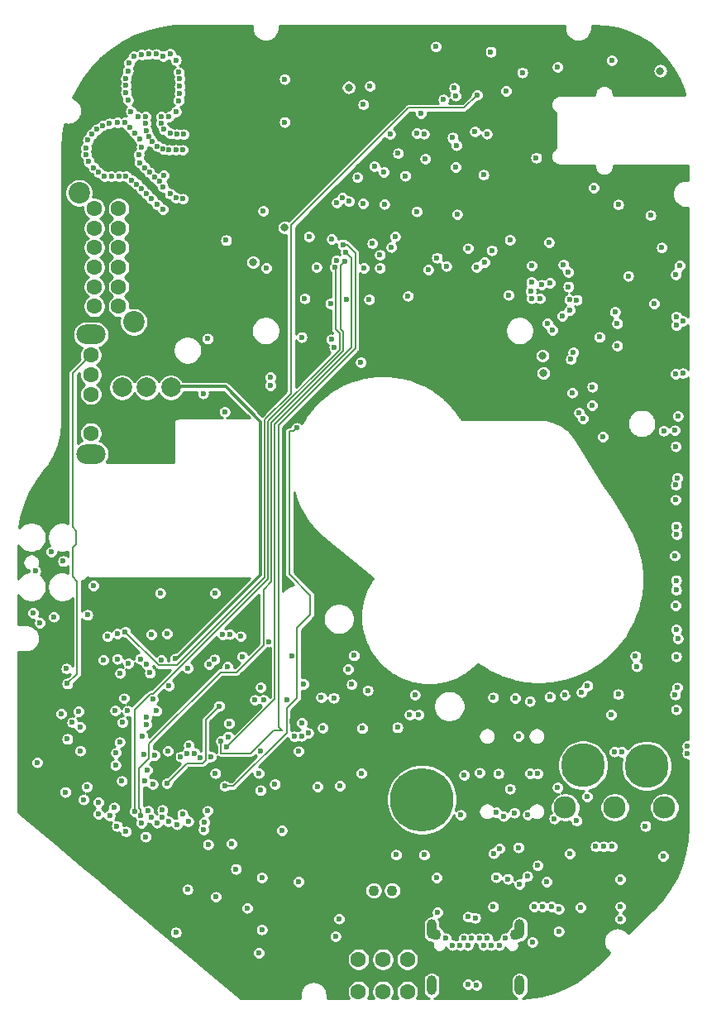
<source format=gbr>
G04 #@! TF.GenerationSoftware,KiCad,Pcbnew,5.1.6+dfsg1-1~bpo10+1*
G04 #@! TF.CreationDate,2020-12-17T18:50:31-05:00*
G04 #@! TF.ProjectId,4GRCP_Mainboard,34475243-505f-44d6-9169-6e626f617264,rev?*
G04 #@! TF.SameCoordinates,Original*
G04 #@! TF.FileFunction,Copper,L5,Inr*
G04 #@! TF.FilePolarity,Positive*
%FSLAX46Y46*%
G04 Gerber Fmt 4.6, Leading zero omitted, Abs format (unit mm)*
G04 Created by KiCad (PCBNEW 5.1.6+dfsg1-1~bpo10+1) date 2020-12-17 18:50:31*
%MOMM*%
%LPD*%
G01*
G04 APERTURE LIST*
G04 #@! TA.AperFunction,ViaPad*
%ADD10O,1.000000X2.000000*%
G04 #@! TD*
G04 #@! TA.AperFunction,ViaPad*
%ADD11C,1.100000*%
G04 #@! TD*
G04 #@! TA.AperFunction,ViaPad*
%ADD12C,0.600000*%
G04 #@! TD*
G04 #@! TA.AperFunction,ViaPad*
%ADD13C,4.500000*%
G04 #@! TD*
G04 #@! TA.AperFunction,ViaPad*
%ADD14C,2.300000*%
G04 #@! TD*
G04 #@! TA.AperFunction,ViaPad*
%ADD15O,3.000000X2.000000*%
G04 #@! TD*
G04 #@! TA.AperFunction,ViaPad*
%ADD16C,1.600000*%
G04 #@! TD*
G04 #@! TA.AperFunction,ViaPad*
%ADD17C,2.200000*%
G04 #@! TD*
G04 #@! TA.AperFunction,ViaPad*
%ADD18C,6.500000*%
G04 #@! TD*
G04 #@! TA.AperFunction,ViaPad*
%ADD19C,2.000000*%
G04 #@! TD*
G04 #@! TA.AperFunction,ViaPad*
%ADD20C,0.800000*%
G04 #@! TD*
G04 #@! TA.AperFunction,Conductor*
%ADD21C,0.200000*%
G04 #@! TD*
G04 #@! TA.AperFunction,Conductor*
%ADD22C,0.350000*%
G04 #@! TD*
G04 #@! TA.AperFunction,Conductor*
%ADD23C,0.254000*%
G04 #@! TD*
G04 APERTURE END LIST*
D10*
X155000000Y-153005000D03*
X164000000Y-153005000D03*
D11*
X155450000Y-147805000D03*
D10*
X155000000Y-147255000D03*
D11*
X163550000Y-147805000D03*
D10*
X164000000Y-147255000D03*
D12*
X161900000Y-148905000D03*
X161100000Y-148905000D03*
X160300000Y-148905000D03*
X157100000Y-148905000D03*
X157900000Y-148905000D03*
X158700000Y-148905000D03*
X162550000Y-148205000D03*
X160700000Y-148205000D03*
X159900000Y-148205000D03*
X156450000Y-148205000D03*
X158300000Y-148205000D03*
X159100000Y-148205000D03*
D13*
X170500000Y-130500000D03*
D11*
X149050000Y-143300000D03*
X150950000Y-143300000D03*
D14*
X168670000Y-134800000D03*
X173750000Y-134800000D03*
X178830000Y-134800000D03*
D15*
X120100000Y-86400000D03*
X120100000Y-98600000D03*
D16*
X120100000Y-88500000D03*
X120100000Y-90500000D03*
X120100000Y-92500000D03*
X120100000Y-96500000D03*
X120450000Y-73500000D03*
X120450000Y-75500000D03*
X120450000Y-77500000D03*
X120450000Y-79500000D03*
X120450000Y-81500000D03*
X120450000Y-83500000D03*
X122950000Y-73500000D03*
X122950000Y-75500000D03*
X122950000Y-77500000D03*
X122950000Y-79500000D03*
X122950000Y-81500000D03*
X122950000Y-83500000D03*
D17*
X118900000Y-71900000D03*
X124500000Y-85100000D03*
D16*
X147500000Y-150350000D03*
X147500000Y-153650000D03*
X150000000Y-150350000D03*
X150000000Y-153650000D03*
X152500000Y-150350000D03*
X152500000Y-153650000D03*
D18*
X154000000Y-134000000D03*
D13*
X177000000Y-130550000D03*
D19*
X128300000Y-91800000D03*
X123300000Y-91800000D03*
X125800000Y-91800000D03*
D12*
X114600000Y-130200000D03*
X116300000Y-115300000D03*
X157150000Y-66250000D03*
X160650000Y-65849998D03*
X150731792Y-65881792D03*
X127510000Y-57930000D03*
X165300000Y-148600000D03*
X174300000Y-142150010D03*
X174316944Y-144966954D03*
X170250000Y-145050000D03*
X166350000Y-144949989D03*
X155605805Y-145540872D03*
X127300000Y-119700000D03*
X135600000Y-119350000D03*
X119000000Y-129000000D03*
X137600000Y-147300000D03*
X136100000Y-145100000D03*
X130000000Y-143200000D03*
X161600000Y-141950010D03*
X173438916Y-138800015D03*
X172609289Y-138800015D03*
X137500000Y-122500000D03*
X145600000Y-132600000D03*
X176879989Y-136700000D03*
X181174990Y-128502177D03*
X180029986Y-112550000D03*
X180095151Y-106866759D03*
X180157147Y-101066647D03*
X180200000Y-94750000D03*
X180705085Y-85000012D03*
X180697593Y-90364786D03*
D20*
X166450000Y-90350000D03*
D12*
X166250000Y-81300000D03*
X171450000Y-91750000D03*
X167100000Y-81100000D03*
X165123506Y-81960379D03*
X174000000Y-87550000D03*
X174000000Y-85250000D03*
X167900000Y-59000000D03*
X145150000Y-147999998D03*
X127200000Y-112850000D03*
X117275000Y-109600000D03*
X120375000Y-112100000D03*
X144964536Y-123585454D03*
X146802248Y-122200022D03*
X165050000Y-123925032D03*
X147900000Y-126700000D03*
X180155753Y-122532113D03*
X180199990Y-117523931D03*
X157975000Y-135575000D03*
X159894264Y-131250111D03*
X174095133Y-123224990D03*
X173354691Y-125299993D03*
X140654449Y-119275021D03*
X126150000Y-121025000D03*
X130069195Y-136231772D03*
X137309441Y-131297672D03*
X147800000Y-131300043D03*
X130038915Y-120538917D03*
X131600000Y-92425000D03*
X126819967Y-124924990D03*
X140200000Y-123800010D03*
X138349990Y-117825000D03*
X132850008Y-131297681D03*
X132825000Y-112875000D03*
X137475000Y-133050000D03*
X125499990Y-129400000D03*
X125893921Y-131000884D03*
X167000001Y-76975000D03*
X180382499Y-79346933D03*
X157449937Y-69258906D03*
X127574936Y-70119523D03*
X125368211Y-127468211D03*
X125792037Y-126323043D03*
X119750000Y-115100000D03*
X171433281Y-93657315D03*
X141350000Y-142400000D03*
X154221064Y-139650031D03*
X151340274Y-139650031D03*
X138949820Y-132403322D03*
X159442368Y-146106808D03*
X137600000Y-142000000D03*
X137300000Y-149700000D03*
X128800000Y-147600000D03*
X114400000Y-110600000D03*
X122774991Y-136706682D03*
X114200000Y-114899996D03*
X119350010Y-134000000D03*
X161300000Y-123550000D03*
X152750000Y-125300000D03*
X125278781Y-136415225D03*
X116050000Y-108650000D03*
X114883338Y-115897623D03*
X126436135Y-132411870D03*
X163550010Y-123613909D03*
X161828980Y-131349061D03*
X119700000Y-132700000D03*
X159600000Y-153000000D03*
X158700000Y-152900000D03*
X134500000Y-138499994D03*
X132100000Y-138600000D03*
X126450000Y-123725000D03*
X127973204Y-129015014D03*
X133803845Y-132621979D03*
X141200055Y-95950000D03*
X133800000Y-94300000D03*
D20*
X126500000Y-76400000D03*
X171200000Y-58400000D03*
X152600000Y-57000000D03*
X136500000Y-57200000D03*
X137600000Y-60500000D03*
X135400000Y-60499992D03*
D12*
X160000000Y-123700000D03*
X159100000Y-133100000D03*
X138200000Y-121700000D03*
X130454490Y-146545510D03*
X136400000Y-149800000D03*
X118461090Y-130061090D03*
X140700000Y-126000000D03*
X169343661Y-123000010D03*
X172995122Y-123371620D03*
X174200000Y-124200000D03*
X115754055Y-109644213D03*
X165450000Y-78050000D03*
X143875185Y-76925661D03*
X136554390Y-132993961D03*
X127079133Y-115593034D03*
X174242188Y-120979959D03*
X159100000Y-83950000D03*
X134300000Y-122100011D03*
X130700000Y-131850030D03*
X138525000Y-140925000D03*
X119550000Y-117075000D03*
X140975000Y-131325000D03*
X136650000Y-115000000D03*
X115549990Y-122250000D03*
X124500006Y-140750000D03*
X173761091Y-84088909D03*
X169246875Y-88924999D03*
X167350000Y-85950000D03*
X166850000Y-85250000D03*
X168000000Y-147500000D03*
X161938852Y-139000000D03*
X169374998Y-92350000D03*
X165500000Y-144949989D03*
X165849988Y-140749990D03*
X143300000Y-132675000D03*
X128930371Y-136533203D03*
X128100000Y-122350000D03*
X130129291Y-128431475D03*
X163450000Y-135350000D03*
X174300000Y-146200000D03*
X123274968Y-132100000D03*
X128750000Y-119575000D03*
X123875000Y-124925000D03*
X120874998Y-135475000D03*
X133950000Y-76750000D03*
D20*
X136700000Y-79000000D03*
D12*
X157550000Y-67024990D03*
X149125000Y-69175000D03*
X160300000Y-70049928D03*
D20*
X139950000Y-75450000D03*
D12*
X152300000Y-70150000D03*
X157600000Y-74100000D03*
X147400000Y-70300000D03*
X150100000Y-69750000D03*
X139950000Y-60250002D03*
X139950000Y-64650000D03*
X150150000Y-73050000D03*
X158725000Y-77575000D03*
X151250000Y-76350000D03*
X150870000Y-77450002D03*
D20*
X166350000Y-88550000D03*
D12*
X125300000Y-57750000D03*
X138050000Y-79600000D03*
X149700000Y-78250000D03*
X153900000Y-63749990D03*
X162625000Y-61475000D03*
X161150000Y-77775000D03*
X171600000Y-71375000D03*
X145250000Y-78800000D03*
X153475000Y-73800000D03*
X164275000Y-59575000D03*
X173425000Y-58325000D03*
X155425000Y-56924990D03*
X144775000Y-76625000D03*
X142425000Y-76375000D03*
X160400000Y-79000000D03*
X145029215Y-87673184D03*
X148925000Y-77075000D03*
X174100000Y-73100000D03*
X129600000Y-65900000D03*
X128900000Y-65900000D03*
X128200000Y-65800000D03*
X127600000Y-65400000D03*
X127300000Y-64800000D03*
X127300000Y-64100000D03*
X125700000Y-64100000D03*
X125700000Y-64800000D03*
X125800000Y-65500000D03*
X125999992Y-66100000D03*
X126349997Y-66649997D03*
X126900000Y-67100002D03*
X128100000Y-67500000D03*
X128800000Y-67500000D03*
X129500000Y-67500000D03*
X127500000Y-67400000D03*
X129500000Y-72500000D03*
X128800000Y-72400000D03*
X128200000Y-72000000D03*
X127450000Y-71249994D03*
X127100000Y-70700000D03*
X126600000Y-70300000D03*
X126100000Y-69800000D03*
X125600000Y-69300000D03*
X125100000Y-68800000D03*
X125000000Y-68000000D03*
X125300000Y-67200000D03*
X125100000Y-66400000D03*
X124600000Y-65800000D03*
X124100000Y-65200000D03*
X123600000Y-64700000D03*
X122800000Y-64700000D03*
X122000000Y-64800000D03*
X121300000Y-65000000D03*
X120700000Y-65400000D03*
X120200000Y-65900000D03*
X119600000Y-68000000D03*
X119900000Y-68700000D03*
X119600000Y-67299996D03*
X119800000Y-66500000D03*
X120400000Y-69300000D03*
X120900000Y-69800000D03*
X121500000Y-70200000D03*
X122200000Y-70200000D03*
X123000000Y-70200000D03*
X123700000Y-70200000D03*
X124299992Y-70600000D03*
X124800000Y-71000000D03*
X125300000Y-71500000D03*
X125800000Y-72000000D03*
X126300000Y-72500000D03*
X126900000Y-73100000D03*
X127499998Y-73600000D03*
X128100000Y-64100000D03*
X128800000Y-63600000D03*
X129100000Y-62450000D03*
X129200000Y-61700000D03*
X129200000Y-61000000D03*
X129200000Y-60200000D03*
X129100000Y-59550000D03*
X128800000Y-58300000D03*
X128208783Y-57657593D03*
X126796502Y-57698867D03*
X126000000Y-57700000D03*
X124500000Y-57900000D03*
X124000000Y-58600000D03*
X123900000Y-59400000D03*
X123700000Y-60200000D03*
X123700000Y-60900000D03*
X123700000Y-61600000D03*
X123900000Y-62400000D03*
X124200000Y-63550000D03*
X124900000Y-64100000D03*
X177400000Y-74200000D03*
X137750000Y-73750000D03*
X168500000Y-79254099D03*
X155543243Y-78543235D03*
X154638155Y-79771718D03*
X151550000Y-67850002D03*
X165250000Y-79350000D03*
X148450000Y-122817812D03*
X123507517Y-123632517D03*
X151484093Y-126615907D03*
X125801744Y-125573094D03*
X178700000Y-139800000D03*
X122595052Y-124871740D03*
X122025011Y-135640116D03*
X161613286Y-135313486D03*
X120872020Y-134269810D03*
X161349984Y-139500000D03*
X158700000Y-146000000D03*
X161300000Y-144949999D03*
X134958588Y-141100074D03*
X163875000Y-127500000D03*
X134100000Y-120399990D03*
X127425023Y-135081657D03*
X123050000Y-128125000D03*
X129300000Y-129599945D03*
X122672675Y-129221355D03*
X130725572Y-129249983D03*
X122616181Y-130488442D03*
X131298529Y-129733964D03*
X126648683Y-129452209D03*
X129975979Y-129275029D03*
X154350014Y-68400000D03*
X165700011Y-68300000D03*
X169851840Y-82852675D03*
X169102535Y-82820101D03*
X169150000Y-83927664D03*
X169507145Y-88215897D03*
X166077834Y-82699999D03*
X165250000Y-82699998D03*
X172175000Y-86650000D03*
X125803134Y-120145794D03*
X139650000Y-137175010D03*
X167088434Y-123483808D03*
X170350000Y-123000000D03*
X153275000Y-123275000D03*
X144725000Y-86900000D03*
X129475000Y-135500000D03*
X117475000Y-133225000D03*
X162349990Y-135700000D03*
X153675000Y-125300000D03*
X134325000Y-117075021D03*
X170950000Y-122350000D03*
X132203679Y-120155524D03*
X153451904Y-65796565D03*
X154200000Y-65850000D03*
X163000000Y-76700000D03*
X117700000Y-127800000D03*
X119019346Y-126580503D03*
X169001256Y-81497498D03*
X180029980Y-111550000D03*
X123325000Y-126102485D03*
X179895163Y-109026944D03*
X134151601Y-127550840D03*
X135436084Y-117286084D03*
X180000000Y-80250000D03*
X143688916Y-123549990D03*
X176006401Y-120360326D03*
X178550000Y-77500000D03*
X181174990Y-129252179D03*
X125972163Y-135168884D03*
X126293054Y-135846783D03*
X180029999Y-124775576D03*
X179926083Y-123246095D03*
X126863401Y-136364237D03*
X180029998Y-119347506D03*
X127393066Y-135833226D03*
X180029964Y-116600000D03*
X128035515Y-136220236D03*
X122800000Y-117000000D03*
X179961690Y-114122585D03*
X180029986Y-84550000D03*
X127897172Y-117025004D03*
X121789337Y-117295735D03*
X177786084Y-83213916D03*
X136900000Y-123800000D03*
X179950032Y-90425372D03*
X137800000Y-123800002D03*
X180051979Y-85457720D03*
X141700537Y-126149979D03*
X179879430Y-96198826D03*
X143850000Y-126675000D03*
X178750000Y-96250000D03*
X180000000Y-101800000D03*
X141667245Y-127485730D03*
X179990380Y-97843647D03*
X142357017Y-127191227D03*
X180029978Y-106050000D03*
X134252778Y-126199945D03*
X179960872Y-103312230D03*
X140919307Y-127541475D03*
X117700000Y-122125000D03*
X117600000Y-120600000D03*
X121375000Y-119700000D03*
X122800000Y-119600000D03*
X169132868Y-139532174D03*
X123700000Y-137275000D03*
X159650000Y-61875000D03*
X123625000Y-116825010D03*
X132900000Y-143950000D03*
X123950000Y-120050000D03*
X155500000Y-142000000D03*
X123100000Y-121050000D03*
X125701416Y-137798584D03*
X125161065Y-119595784D03*
X133575497Y-117102322D03*
X132398540Y-129600345D03*
X141375000Y-129050000D03*
X141686411Y-86661411D03*
X146225000Y-78000000D03*
X134030538Y-128650851D03*
X145900000Y-77175000D03*
X133426031Y-128023967D03*
X137450000Y-129025000D03*
X127875000Y-132325000D03*
X133250000Y-124425000D03*
X141900000Y-122175000D03*
X168648388Y-123281281D03*
X146450000Y-120650000D03*
X132763480Y-119656384D03*
X126300000Y-117100000D03*
X122500000Y-134825000D03*
X125598329Y-132099989D03*
X145074990Y-79529721D03*
X124587693Y-135225866D03*
X146100000Y-78925000D03*
X125191867Y-135670266D03*
X159600000Y-79500004D03*
X147986194Y-72982787D03*
X149700000Y-79600000D03*
X146536172Y-72754076D03*
X148600000Y-82800000D03*
X145875000Y-72400000D03*
X148075010Y-79600000D03*
X145288909Y-72886091D03*
X146250010Y-82800000D03*
X144626416Y-83226416D03*
X143200000Y-79500004D03*
X142000000Y-82700000D03*
X159426996Y-65609167D03*
D20*
X146500000Y-61100000D03*
D12*
X157449998Y-61950000D03*
X156200000Y-62350000D03*
X148000000Y-62850000D03*
X157300236Y-61165093D03*
X163014977Y-132900000D03*
X170900000Y-133700000D03*
X174463909Y-129113909D03*
X163900000Y-138900000D03*
X173700000Y-129100000D03*
X164850010Y-135559886D03*
X165843421Y-131349996D03*
X162875000Y-82350000D03*
X168350000Y-84500006D03*
X167900000Y-132750000D03*
X145500000Y-146200000D03*
X168000000Y-145200000D03*
X169839634Y-136172156D03*
X167250000Y-144949999D03*
X171800000Y-138800015D03*
X131658671Y-137066139D03*
X117050000Y-125200000D03*
X131729021Y-136319434D03*
X167550000Y-135949939D03*
X166786627Y-142400195D03*
X162808513Y-142113654D03*
X163995708Y-142649989D03*
X164787552Y-141850010D03*
D20*
X178400000Y-59400000D03*
D12*
X165200000Y-81025010D03*
X161050000Y-57450000D03*
X148675000Y-60975000D03*
X172530018Y-96844982D03*
X118850032Y-124978200D03*
X156500000Y-79400000D03*
X138500010Y-91604964D03*
X152570000Y-82445000D03*
X138500010Y-90750000D03*
X118200000Y-126100000D03*
X169000004Y-80000000D03*
X147750000Y-89250000D03*
X170092517Y-94407481D03*
X175863055Y-119313055D03*
X170500000Y-95000000D03*
X147050000Y-119250000D03*
X158325000Y-131500000D03*
X165050000Y-131319998D03*
X132050000Y-86825000D03*
X132050000Y-135150000D03*
X175125000Y-80400000D03*
D21*
X141204450Y-123609562D02*
X141204450Y-116629450D01*
X140149999Y-124664013D02*
X141204450Y-123609562D01*
X140149999Y-127139003D02*
X140149999Y-124664013D01*
X133803845Y-132621979D02*
X134667023Y-132621979D01*
X134667023Y-132621979D02*
X140149999Y-127139003D01*
X141204450Y-116629450D02*
X141204450Y-116529450D01*
X141204450Y-116629450D02*
X141204450Y-116445550D01*
X141204450Y-116445550D02*
X142575000Y-115075000D01*
X142575000Y-113076998D02*
X140425000Y-110926998D01*
X142575000Y-115075000D02*
X142575000Y-113076998D01*
X140425000Y-110926998D02*
X140425000Y-96300000D01*
X140850055Y-96300000D02*
X140425000Y-96300000D01*
X141200055Y-95950000D02*
X140850055Y-96300000D01*
D22*
X128898946Y-119575000D02*
X137474947Y-110998999D01*
X137474947Y-110998999D02*
X137474947Y-95309259D01*
X128750000Y-119575000D02*
X128898946Y-119575000D01*
X137474947Y-95309259D02*
X133890699Y-91725000D01*
X133890699Y-91725000D02*
X128475000Y-91725000D01*
D21*
X153182187Y-123367813D02*
X153275000Y-123275000D01*
X118700000Y-111637498D02*
X118700000Y-121125000D01*
X118250000Y-111187498D02*
X118700000Y-111637498D01*
X118250000Y-90350000D02*
X118250000Y-106107498D01*
X120100000Y-88500000D02*
X118250000Y-90350000D01*
X118250000Y-106107498D02*
X118612501Y-106469999D01*
X118612501Y-106469999D02*
X118612501Y-107850001D01*
X118612501Y-107850001D02*
X118250000Y-108212502D01*
X118700000Y-121125000D02*
X117700000Y-122125000D01*
X118250000Y-108212502D02*
X118250000Y-111187498D01*
X159650000Y-61875000D02*
X158325011Y-63199989D01*
X128889001Y-120250001D02*
X127049991Y-120250001D01*
X137899958Y-95121455D02*
X137899957Y-111239045D01*
X127049991Y-120250001D02*
X123625000Y-116825010D01*
X137899957Y-111239045D02*
X128889001Y-120250001D01*
X140600001Y-75199581D02*
X140600001Y-92421410D01*
X158325011Y-63199989D02*
X152599593Y-63199989D01*
X152599593Y-63199989D02*
X140600001Y-75199581D01*
X140600001Y-92421410D02*
X137899958Y-95121455D01*
X138949989Y-123731400D02*
X134030538Y-128650851D01*
X146225000Y-78000000D02*
X146800011Y-78575011D01*
X146800011Y-78575011D02*
X146800011Y-87706370D01*
X146800011Y-87706370D02*
X138949989Y-95556392D01*
X138949989Y-95556392D02*
X138949989Y-123731400D01*
X147175000Y-78025736D02*
X147175000Y-87826371D01*
X146324264Y-77175000D02*
X147175000Y-78025736D01*
X145900000Y-77175000D02*
X146324264Y-77175000D01*
X139300000Y-95701371D02*
X139300000Y-126550002D01*
X147175000Y-87826371D02*
X139300000Y-95701371D01*
X139300000Y-126550002D02*
X139649999Y-126900001D01*
X133440501Y-129265501D02*
X133426031Y-129251031D01*
X136420497Y-129265501D02*
X133440501Y-129265501D01*
X133426031Y-129251031D02*
X133426031Y-128023967D01*
X138785997Y-126900001D02*
X136420497Y-129265501D01*
X139649999Y-126900001D02*
X138785997Y-126900001D01*
X131562530Y-130283965D02*
X131848530Y-129997965D01*
X127875000Y-132325000D02*
X129916035Y-130283965D01*
X131848530Y-125826470D02*
X133250000Y-124425000D01*
X131848530Y-129997965D02*
X131848530Y-125826470D01*
X129916035Y-130283965D02*
X131562530Y-130283965D01*
X145579216Y-86290214D02*
X145579216Y-87937185D01*
X145176417Y-79631148D02*
X145176417Y-85887415D01*
X126185999Y-123174999D02*
X124587693Y-124773305D01*
X145579216Y-87937185D02*
X138249968Y-95266433D01*
X126474910Y-123174999D02*
X126185999Y-123174999D01*
X138249968Y-95266433D02*
X138249967Y-111399942D01*
X138249967Y-111399942D02*
X126474910Y-123174999D01*
X145176417Y-85887415D02*
X145579216Y-86290214D01*
X124587693Y-124773305D02*
X124587693Y-135225866D01*
X145074990Y-79529721D02*
X145176417Y-79631148D01*
X138599978Y-111695012D02*
X137799989Y-112495001D01*
X125191867Y-135016039D02*
X125191867Y-135670266D01*
X133375000Y-120950000D02*
X126050000Y-128275000D01*
X145675012Y-85891020D02*
X145929227Y-86145235D01*
X135039002Y-120950000D02*
X133375000Y-120950000D01*
X126050000Y-129814012D02*
X125048328Y-130815684D01*
X138599978Y-95411413D02*
X138599978Y-111695012D01*
X137799989Y-112495001D02*
X137799989Y-118189013D01*
X146100000Y-78925000D02*
X145675011Y-79349989D01*
X125048328Y-134872500D02*
X125191867Y-135016039D01*
X125048328Y-130815684D02*
X125048328Y-134872500D01*
X126050000Y-128275000D02*
X126050000Y-129814012D01*
X137799989Y-118189013D02*
X135039002Y-120950000D01*
X145675011Y-79349989D02*
X145675012Y-85891020D01*
X145929226Y-88082165D02*
X138599978Y-95411413D01*
X145929227Y-86145235D02*
X145929226Y-88082165D01*
D23*
G36*
X136598001Y-55022205D02*
G01*
X136600250Y-55045040D01*
X136600250Y-55057371D01*
X136600910Y-55063648D01*
X136621577Y-55247899D01*
X136630094Y-55287969D01*
X136638051Y-55328157D01*
X136639917Y-55334186D01*
X136695978Y-55510915D01*
X136712129Y-55548600D01*
X136727729Y-55586446D01*
X136730723Y-55591984D01*
X136730729Y-55591997D01*
X136730736Y-55592008D01*
X136820052Y-55754472D01*
X136843192Y-55788267D01*
X136865868Y-55822397D01*
X136869885Y-55827253D01*
X136869890Y-55827260D01*
X136869896Y-55827265D01*
X136989068Y-55969290D01*
X137018340Y-55997954D01*
X137047204Y-56027021D01*
X137052095Y-56031010D01*
X137196590Y-56147186D01*
X137230836Y-56169596D01*
X137264832Y-56192527D01*
X137270405Y-56195490D01*
X137434714Y-56281389D01*
X137472682Y-56296729D01*
X137510464Y-56312611D01*
X137516502Y-56314434D01*
X137516508Y-56314436D01*
X137694370Y-56366783D01*
X137734610Y-56374459D01*
X137774741Y-56382697D01*
X137781022Y-56383313D01*
X137965666Y-56400117D01*
X138006633Y-56399831D01*
X138047599Y-56400117D01*
X138053880Y-56399501D01*
X138238273Y-56380120D01*
X138278444Y-56371874D01*
X138318641Y-56364206D01*
X138324677Y-56362384D01*
X138324686Y-56362382D01*
X138324694Y-56362378D01*
X138501799Y-56307556D01*
X138539579Y-56291675D01*
X138577550Y-56276334D01*
X138583113Y-56273376D01*
X138583122Y-56273372D01*
X138583129Y-56273367D01*
X138746215Y-56185187D01*
X138780161Y-56162290D01*
X138814459Y-56139846D01*
X138819350Y-56135857D01*
X138962209Y-56017673D01*
X138991056Y-55988623D01*
X139020344Y-55959943D01*
X139024366Y-55955080D01*
X139141549Y-55811400D01*
X139164203Y-55777303D01*
X139187365Y-55743476D01*
X139190367Y-55737924D01*
X139277411Y-55574219D01*
X139293021Y-55536346D01*
X139309162Y-55498687D01*
X139311026Y-55492666D01*
X139311028Y-55492660D01*
X139311029Y-55492654D01*
X139364616Y-55315164D01*
X139372574Y-55274974D01*
X139381090Y-55234908D01*
X139381750Y-55228631D01*
X139399843Y-55044108D01*
X139399843Y-55044105D01*
X139402000Y-55022205D01*
X139402000Y-54752000D01*
X168598001Y-54752000D01*
X168598001Y-55022205D01*
X168600250Y-55045040D01*
X168600250Y-55057371D01*
X168600910Y-55063648D01*
X168621577Y-55247899D01*
X168630094Y-55287969D01*
X168638051Y-55328157D01*
X168639917Y-55334186D01*
X168695978Y-55510915D01*
X168712129Y-55548600D01*
X168727729Y-55586446D01*
X168730723Y-55591984D01*
X168730729Y-55591997D01*
X168730736Y-55592008D01*
X168820052Y-55754472D01*
X168843192Y-55788267D01*
X168865868Y-55822397D01*
X168869885Y-55827253D01*
X168869890Y-55827260D01*
X168869896Y-55827265D01*
X168989068Y-55969290D01*
X169018340Y-55997954D01*
X169047204Y-56027021D01*
X169052095Y-56031010D01*
X169196590Y-56147186D01*
X169230836Y-56169596D01*
X169264832Y-56192527D01*
X169270405Y-56195490D01*
X169434714Y-56281389D01*
X169472682Y-56296729D01*
X169510464Y-56312611D01*
X169516502Y-56314434D01*
X169516508Y-56314436D01*
X169694370Y-56366783D01*
X169734610Y-56374459D01*
X169774741Y-56382697D01*
X169781022Y-56383313D01*
X169965666Y-56400117D01*
X170006633Y-56399831D01*
X170047599Y-56400117D01*
X170053880Y-56399501D01*
X170238273Y-56380120D01*
X170278444Y-56371874D01*
X170318641Y-56364206D01*
X170324677Y-56362384D01*
X170324686Y-56362382D01*
X170324694Y-56362378D01*
X170501799Y-56307556D01*
X170539579Y-56291675D01*
X170577550Y-56276334D01*
X170583113Y-56273376D01*
X170583122Y-56273372D01*
X170583129Y-56273367D01*
X170746215Y-56185187D01*
X170780161Y-56162290D01*
X170814459Y-56139846D01*
X170819350Y-56135857D01*
X170962209Y-56017673D01*
X170991056Y-55988623D01*
X171020344Y-55959943D01*
X171024366Y-55955080D01*
X171141549Y-55811400D01*
X171164203Y-55777303D01*
X171187365Y-55743476D01*
X171190367Y-55737924D01*
X171277411Y-55574219D01*
X171293021Y-55536346D01*
X171309162Y-55498687D01*
X171311026Y-55492666D01*
X171311028Y-55492660D01*
X171311029Y-55492654D01*
X171364616Y-55315164D01*
X171372574Y-55274974D01*
X171381090Y-55234908D01*
X171381750Y-55228631D01*
X171399843Y-55044108D01*
X171399843Y-55044105D01*
X171402000Y-55022205D01*
X171402000Y-54752000D01*
X171685797Y-54752000D01*
X172896568Y-54828175D01*
X174074266Y-55052833D01*
X175214528Y-55423327D01*
X176299354Y-55933807D01*
X177311644Y-56576225D01*
X178235446Y-57340461D01*
X179056170Y-58214443D01*
X179760884Y-59184398D01*
X180338480Y-60235038D01*
X180780169Y-61350618D01*
X180922652Y-61896571D01*
X173602000Y-61897918D01*
X173602000Y-61777795D01*
X173599794Y-61755397D01*
X173599794Y-61748914D01*
X173599134Y-61742637D01*
X173588257Y-61645662D01*
X173579746Y-61605619D01*
X173571783Y-61565402D01*
X173569916Y-61559373D01*
X173540410Y-61466358D01*
X173524288Y-61428742D01*
X173508661Y-61390828D01*
X173505659Y-61385277D01*
X173458648Y-61299764D01*
X173435486Y-61265936D01*
X173412830Y-61231837D01*
X173408808Y-61226974D01*
X173346083Y-61152222D01*
X173316809Y-61123556D01*
X173287948Y-61094493D01*
X173283058Y-61090504D01*
X173207008Y-61029358D01*
X173172710Y-61006914D01*
X173138764Y-60984017D01*
X173133197Y-60981057D01*
X173133193Y-60981054D01*
X173133189Y-60981052D01*
X173046712Y-60935844D01*
X173008760Y-60920510D01*
X172970965Y-60904623D01*
X172964923Y-60902799D01*
X172964921Y-60902798D01*
X172964917Y-60902797D01*
X172871311Y-60875247D01*
X172831066Y-60867569D01*
X172790937Y-60859332D01*
X172784662Y-60858717D01*
X172784659Y-60858716D01*
X172784656Y-60858716D01*
X172687474Y-60849872D01*
X172646509Y-60850158D01*
X172605544Y-60849872D01*
X172599263Y-60850488D01*
X172599259Y-60850488D01*
X172502215Y-60860688D01*
X172462097Y-60868923D01*
X172421843Y-60876602D01*
X172415801Y-60878426D01*
X172322582Y-60907282D01*
X172284789Y-60923169D01*
X172246830Y-60938505D01*
X172241264Y-60941464D01*
X172241260Y-60941466D01*
X172241257Y-60941468D01*
X172155420Y-60987881D01*
X172121458Y-61010788D01*
X172087178Y-61033221D01*
X172082298Y-61037202D01*
X172082286Y-61037210D01*
X172082277Y-61037219D01*
X172007099Y-61099412D01*
X171978238Y-61128474D01*
X171948965Y-61157140D01*
X171944942Y-61162003D01*
X171944939Y-61162006D01*
X171944937Y-61162009D01*
X171883266Y-61237624D01*
X171860586Y-61271760D01*
X171837447Y-61305554D01*
X171834445Y-61311105D01*
X171788634Y-61397266D01*
X171773038Y-61435104D01*
X171756885Y-61472792D01*
X171755019Y-61478821D01*
X171726814Y-61572239D01*
X171718855Y-61612434D01*
X171710339Y-61652500D01*
X171709679Y-61658777D01*
X171700157Y-61755894D01*
X171700157Y-61755905D01*
X171698001Y-61777795D01*
X171698001Y-61898000D01*
X168127795Y-61898000D01*
X168105397Y-61900206D01*
X168098914Y-61900206D01*
X168092637Y-61900866D01*
X167995662Y-61911743D01*
X167955619Y-61920254D01*
X167915402Y-61928217D01*
X167909379Y-61930082D01*
X167909375Y-61930083D01*
X167909372Y-61930084D01*
X167909373Y-61930084D01*
X167816358Y-61959590D01*
X167778742Y-61975712D01*
X167740828Y-61991339D01*
X167735277Y-61994341D01*
X167649764Y-62041352D01*
X167615936Y-62064514D01*
X167581837Y-62087170D01*
X167576974Y-62091192D01*
X167502222Y-62153917D01*
X167473556Y-62183191D01*
X167444493Y-62212052D01*
X167440504Y-62216942D01*
X167379358Y-62292992D01*
X167356914Y-62327290D01*
X167334017Y-62361236D01*
X167331057Y-62366803D01*
X167331054Y-62366807D01*
X167331054Y-62366808D01*
X167285844Y-62453288D01*
X167270510Y-62491240D01*
X167254623Y-62529035D01*
X167252799Y-62535077D01*
X167225247Y-62628689D01*
X167217569Y-62668934D01*
X167209332Y-62709063D01*
X167208716Y-62715344D01*
X167199872Y-62812526D01*
X167200158Y-62853491D01*
X167199872Y-62894456D01*
X167200488Y-62900737D01*
X167210688Y-62997786D01*
X167218926Y-63037917D01*
X167226602Y-63078157D01*
X167228426Y-63084199D01*
X167257282Y-63177418D01*
X167273169Y-63215211D01*
X167288505Y-63253170D01*
X167291462Y-63258732D01*
X167291466Y-63258740D01*
X167291471Y-63258747D01*
X167337881Y-63344580D01*
X167360778Y-63378526D01*
X167383221Y-63412822D01*
X167387206Y-63417707D01*
X167387210Y-63417713D01*
X167387215Y-63417718D01*
X167449411Y-63492901D01*
X167478493Y-63521781D01*
X167507140Y-63551035D01*
X167512003Y-63555058D01*
X167512006Y-63555061D01*
X167512010Y-63555063D01*
X167587624Y-63616734D01*
X167621757Y-63639412D01*
X167655553Y-63662553D01*
X167661089Y-63665545D01*
X167661099Y-63665552D01*
X167661109Y-63665556D01*
X167698001Y-63685172D01*
X167698000Y-67314834D01*
X167649764Y-67341352D01*
X167615936Y-67364514D01*
X167581837Y-67387170D01*
X167576974Y-67391192D01*
X167502222Y-67453917D01*
X167473556Y-67483191D01*
X167444493Y-67512052D01*
X167440504Y-67516942D01*
X167379358Y-67592992D01*
X167356914Y-67627290D01*
X167334017Y-67661236D01*
X167331057Y-67666803D01*
X167331054Y-67666807D01*
X167331054Y-67666808D01*
X167285844Y-67753288D01*
X167270510Y-67791240D01*
X167254623Y-67829035D01*
X167252799Y-67835077D01*
X167225247Y-67928689D01*
X167217569Y-67968934D01*
X167209332Y-68009063D01*
X167208716Y-68015344D01*
X167199872Y-68112526D01*
X167200158Y-68153491D01*
X167199872Y-68194456D01*
X167200488Y-68200737D01*
X167210688Y-68297786D01*
X167218926Y-68337917D01*
X167226602Y-68378157D01*
X167228426Y-68384199D01*
X167257282Y-68477418D01*
X167273169Y-68515211D01*
X167288505Y-68553170D01*
X167291462Y-68558732D01*
X167291466Y-68558740D01*
X167291471Y-68558747D01*
X167337881Y-68644580D01*
X167360778Y-68678526D01*
X167383221Y-68712822D01*
X167387206Y-68717707D01*
X167387210Y-68717713D01*
X167387215Y-68717718D01*
X167449411Y-68792901D01*
X167478493Y-68821781D01*
X167507140Y-68851035D01*
X167512003Y-68855058D01*
X167512006Y-68855061D01*
X167512010Y-68855063D01*
X167587624Y-68916734D01*
X167621757Y-68939412D01*
X167655553Y-68962553D01*
X167661089Y-68965545D01*
X167661099Y-68965552D01*
X167661109Y-68965556D01*
X167747266Y-69011366D01*
X167785104Y-69026962D01*
X167822792Y-69043115D01*
X167828821Y-69044981D01*
X167922239Y-69073186D01*
X167962448Y-69081148D01*
X168002501Y-69089661D01*
X168008771Y-69090320D01*
X168008774Y-69090321D01*
X168008777Y-69090321D01*
X168105895Y-69099843D01*
X168127795Y-69102000D01*
X171698000Y-69102000D01*
X171698000Y-69222204D01*
X171700206Y-69244602D01*
X171700206Y-69251086D01*
X171700866Y-69257363D01*
X171711743Y-69354338D01*
X171720254Y-69394381D01*
X171728217Y-69434598D01*
X171730084Y-69440627D01*
X171759590Y-69533642D01*
X171775723Y-69571283D01*
X171791339Y-69609171D01*
X171794339Y-69614719D01*
X171794341Y-69614724D01*
X171794344Y-69614728D01*
X171841352Y-69700236D01*
X171864496Y-69734037D01*
X171887169Y-69768163D01*
X171891192Y-69773026D01*
X171953917Y-69847778D01*
X171983191Y-69876444D01*
X172012052Y-69905507D01*
X172016942Y-69909496D01*
X172092992Y-69970642D01*
X172127282Y-69993081D01*
X172161236Y-70015983D01*
X172166798Y-70018940D01*
X172166807Y-70018946D01*
X172166816Y-70018950D01*
X172253288Y-70064156D01*
X172291297Y-70079513D01*
X172329035Y-70095377D01*
X172335065Y-70097197D01*
X172335079Y-70097203D01*
X172335093Y-70097206D01*
X172428688Y-70124753D01*
X172468941Y-70132432D01*
X172509063Y-70140668D01*
X172515338Y-70141283D01*
X172515341Y-70141284D01*
X172515344Y-70141284D01*
X172612527Y-70150128D01*
X172653492Y-70149842D01*
X172694456Y-70150128D01*
X172700737Y-70149512D01*
X172700741Y-70149512D01*
X172797786Y-70139312D01*
X172837917Y-70131074D01*
X172878157Y-70123398D01*
X172884199Y-70121574D01*
X172977418Y-70092718D01*
X173015211Y-70076831D01*
X173053170Y-70061495D01*
X173058732Y-70058538D01*
X173058740Y-70058534D01*
X173058747Y-70058529D01*
X173144580Y-70012119D01*
X173178526Y-69989222D01*
X173212822Y-69966779D01*
X173217707Y-69962794D01*
X173217713Y-69962790D01*
X173217718Y-69962785D01*
X173292901Y-69900589D01*
X173321781Y-69871507D01*
X173351035Y-69842860D01*
X173355058Y-69837997D01*
X173355061Y-69837994D01*
X173355063Y-69837990D01*
X173416734Y-69762376D01*
X173439412Y-69728243D01*
X173462553Y-69694447D01*
X173465545Y-69688911D01*
X173465552Y-69688901D01*
X173465556Y-69688891D01*
X173511366Y-69602734D01*
X173526962Y-69564896D01*
X173543115Y-69527208D01*
X173544981Y-69521179D01*
X173573186Y-69427761D01*
X173581148Y-69387552D01*
X173589661Y-69347499D01*
X173590321Y-69341223D01*
X173599843Y-69244105D01*
X173602000Y-69222205D01*
X173602000Y-69102000D01*
X181248001Y-69102000D01*
X181248000Y-70598000D01*
X180977795Y-70598000D01*
X180954950Y-70600250D01*
X180942629Y-70600250D01*
X180936352Y-70600910D01*
X180752100Y-70621577D01*
X180712009Y-70630098D01*
X180671844Y-70638051D01*
X180665819Y-70639916D01*
X180665813Y-70639917D01*
X180665807Y-70639919D01*
X180489085Y-70695978D01*
X180451412Y-70712124D01*
X180413554Y-70727729D01*
X180408002Y-70730730D01*
X180245528Y-70820052D01*
X180211766Y-70843169D01*
X180177602Y-70865868D01*
X180172740Y-70869891D01*
X180030710Y-70989069D01*
X180002065Y-71018321D01*
X179972979Y-71047204D01*
X179968990Y-71052095D01*
X179852813Y-71196590D01*
X179830386Y-71230863D01*
X179807473Y-71264832D01*
X179804510Y-71270404D01*
X179718611Y-71434714D01*
X179703260Y-71472708D01*
X179687389Y-71510465D01*
X179685567Y-71516499D01*
X179685565Y-71516505D01*
X179685565Y-71516507D01*
X179633217Y-71694370D01*
X179625542Y-71734604D01*
X179617303Y-71774741D01*
X179616687Y-71781022D01*
X179599883Y-71965666D01*
X179600169Y-72006633D01*
X179599883Y-72047599D01*
X179600499Y-72053880D01*
X179619880Y-72238273D01*
X179628126Y-72278444D01*
X179635794Y-72318641D01*
X179637616Y-72324677D01*
X179637618Y-72324686D01*
X179637622Y-72324694D01*
X179692444Y-72501799D01*
X179708325Y-72539579D01*
X179723666Y-72577550D01*
X179726624Y-72583113D01*
X179726628Y-72583122D01*
X179726633Y-72583129D01*
X179814813Y-72746215D01*
X179837710Y-72780161D01*
X179860154Y-72814459D01*
X179864143Y-72819350D01*
X179982327Y-72962209D01*
X180011377Y-72991056D01*
X180040057Y-73020344D01*
X180044920Y-73024366D01*
X180188600Y-73141549D01*
X180222697Y-73164203D01*
X180256524Y-73187365D01*
X180262076Y-73190367D01*
X180425781Y-73277411D01*
X180463654Y-73293021D01*
X180501313Y-73309162D01*
X180507334Y-73311026D01*
X180507340Y-73311028D01*
X180507346Y-73311029D01*
X180684836Y-73364616D01*
X180725026Y-73372574D01*
X180765092Y-73381090D01*
X180771369Y-73381750D01*
X180955892Y-73399843D01*
X180955895Y-73399843D01*
X180977795Y-73402000D01*
X181248000Y-73402000D01*
X181248000Y-84593974D01*
X181230945Y-84568449D01*
X181136648Y-84474152D01*
X181025765Y-84400062D01*
X180902559Y-84349028D01*
X180771764Y-84323012D01*
X180668745Y-84323012D01*
X180629936Y-84229320D01*
X180555846Y-84118437D01*
X180461549Y-84024140D01*
X180350666Y-83950050D01*
X180227460Y-83899016D01*
X180096665Y-83873000D01*
X179963307Y-83873000D01*
X179832512Y-83899016D01*
X179709306Y-83950050D01*
X179598423Y-84024140D01*
X179504126Y-84118437D01*
X179430036Y-84229320D01*
X179379002Y-84352526D01*
X179352986Y-84483321D01*
X179352986Y-84616679D01*
X179379002Y-84747474D01*
X179430036Y-84870680D01*
X179504126Y-84981563D01*
X179537420Y-85014857D01*
X179526119Y-85026157D01*
X179452029Y-85137040D01*
X179400995Y-85260246D01*
X179374979Y-85391041D01*
X179374979Y-85524399D01*
X179400995Y-85655194D01*
X179452029Y-85778400D01*
X179526119Y-85889283D01*
X179620416Y-85983580D01*
X179731299Y-86057670D01*
X179854505Y-86108704D01*
X179985300Y-86134720D01*
X180118658Y-86134720D01*
X180249453Y-86108704D01*
X180372659Y-86057670D01*
X180483542Y-85983580D01*
X180577839Y-85889283D01*
X180651929Y-85778400D01*
X180693926Y-85677012D01*
X180771764Y-85677012D01*
X180902559Y-85650996D01*
X181025765Y-85599962D01*
X181136648Y-85525872D01*
X181230945Y-85431575D01*
X181248000Y-85406050D01*
X181248000Y-89969960D01*
X181223453Y-89933223D01*
X181129156Y-89838926D01*
X181018273Y-89764836D01*
X180895067Y-89713802D01*
X180764272Y-89687786D01*
X180630914Y-89687786D01*
X180500119Y-89713802D01*
X180376913Y-89764836D01*
X180278476Y-89830610D01*
X180270712Y-89825422D01*
X180147506Y-89774388D01*
X180016711Y-89748372D01*
X179883353Y-89748372D01*
X179752558Y-89774388D01*
X179629352Y-89825422D01*
X179518469Y-89899512D01*
X179424172Y-89993809D01*
X179350082Y-90104692D01*
X179299048Y-90227898D01*
X179273032Y-90358693D01*
X179273032Y-90492051D01*
X179299048Y-90622846D01*
X179350082Y-90746052D01*
X179424172Y-90856935D01*
X179518469Y-90951232D01*
X179629352Y-91025322D01*
X179752558Y-91076356D01*
X179883353Y-91102372D01*
X180016711Y-91102372D01*
X180147506Y-91076356D01*
X180270712Y-91025322D01*
X180369149Y-90959548D01*
X180376913Y-90964736D01*
X180500119Y-91015770D01*
X180630914Y-91041786D01*
X180764272Y-91041786D01*
X180895067Y-91015770D01*
X181018273Y-90964736D01*
X181129156Y-90890646D01*
X181223453Y-90796349D01*
X181248000Y-90759612D01*
X181248001Y-127826436D01*
X181241669Y-127825177D01*
X181108311Y-127825177D01*
X180977516Y-127851193D01*
X180854310Y-127902227D01*
X180743427Y-127976317D01*
X180649130Y-128070614D01*
X180575040Y-128181497D01*
X180524006Y-128304703D01*
X180497990Y-128435498D01*
X180497990Y-128568856D01*
X180524006Y-128699651D01*
X180575040Y-128822857D01*
X180611336Y-128877178D01*
X180575040Y-128931499D01*
X180524006Y-129054705D01*
X180497990Y-129185500D01*
X180497990Y-129318858D01*
X180524006Y-129449653D01*
X180575040Y-129572859D01*
X180649130Y-129683742D01*
X180743427Y-129778039D01*
X180854310Y-129852129D01*
X180977516Y-129903163D01*
X181108311Y-129929179D01*
X181241669Y-129929179D01*
X181248001Y-129927920D01*
X181248001Y-136815971D01*
X181170723Y-138156207D01*
X180942160Y-139465817D01*
X180564586Y-140740488D01*
X180043010Y-141963307D01*
X179384343Y-143118076D01*
X178595906Y-144191403D01*
X177853216Y-145007559D01*
X175172000Y-147688777D01*
X174975910Y-147492687D01*
X174958175Y-147478132D01*
X174949451Y-147469408D01*
X174944546Y-147465436D01*
X174799593Y-147349721D01*
X174765257Y-147327423D01*
X174731191Y-147304618D01*
X174725608Y-147301675D01*
X174560940Y-147216319D01*
X174522929Y-147201116D01*
X174485082Y-147185362D01*
X174479034Y-147183559D01*
X174300921Y-147131813D01*
X174260656Y-147124278D01*
X174220495Y-147116180D01*
X174214212Y-147115586D01*
X174029442Y-147099421D01*
X173988483Y-147099850D01*
X173947512Y-147099707D01*
X173941233Y-147100345D01*
X173941231Y-147100345D01*
X173756842Y-147120376D01*
X173716752Y-147128751D01*
X173676526Y-147136570D01*
X173670490Y-147138415D01*
X173493502Y-147193880D01*
X173455794Y-147209886D01*
X173417861Y-147225366D01*
X173412308Y-147228344D01*
X173412299Y-147228348D01*
X173412292Y-147228353D01*
X173249454Y-147317135D01*
X173215588Y-147340150D01*
X173181370Y-147362713D01*
X173176493Y-147366719D01*
X173033995Y-147485444D01*
X173005230Y-147514613D01*
X172976061Y-147543378D01*
X172972055Y-147548255D01*
X172855331Y-147692397D01*
X172832758Y-147726631D01*
X172809754Y-147760480D01*
X172806771Y-147766042D01*
X172720267Y-147930110D01*
X172704784Y-147968048D01*
X172688780Y-148005752D01*
X172686939Y-148011776D01*
X172686935Y-148011785D01*
X172686933Y-148011794D01*
X172633947Y-148189534D01*
X172626134Y-148229731D01*
X172617753Y-148269848D01*
X172617115Y-148276127D01*
X172599660Y-148460780D01*
X172599803Y-148501719D01*
X172599374Y-148542712D01*
X172599968Y-148548995D01*
X172618712Y-148733523D01*
X172626813Y-148773703D01*
X172634345Y-148813948D01*
X172636147Y-148819992D01*
X172636148Y-148819998D01*
X172636150Y-148820004D01*
X172690376Y-148997367D01*
X172706123Y-149035198D01*
X172721334Y-149073227D01*
X172724277Y-149078810D01*
X172811925Y-149242270D01*
X172834715Y-149276314D01*
X172857025Y-149310669D01*
X172860991Y-149315566D01*
X172860998Y-149315576D01*
X172861006Y-149315584D01*
X172978724Y-149458897D01*
X172978727Y-149458900D01*
X172992687Y-149475910D01*
X173188776Y-149671999D01*
X171904592Y-150956185D01*
X170902270Y-151849327D01*
X169814629Y-152613827D01*
X168646324Y-153248255D01*
X167412850Y-153744193D01*
X166130536Y-154095076D01*
X164814055Y-154296605D01*
X164337325Y-154319115D01*
X164489592Y-154237727D01*
X164623133Y-154128133D01*
X164732727Y-153994592D01*
X164814162Y-153842237D01*
X164864310Y-153676922D01*
X164877000Y-153548079D01*
X164877000Y-152461921D01*
X164864310Y-152333078D01*
X164814162Y-152167763D01*
X164732727Y-152015408D01*
X164623133Y-151881867D01*
X164489591Y-151772273D01*
X164337236Y-151690838D01*
X164171921Y-151640690D01*
X164000000Y-151623757D01*
X163828078Y-151640690D01*
X163662763Y-151690838D01*
X163510408Y-151772273D01*
X163376867Y-151881867D01*
X163267273Y-152015409D01*
X163185838Y-152167764D01*
X163135690Y-152333079D01*
X163123000Y-152461922D01*
X163123001Y-153548079D01*
X163135691Y-153676922D01*
X163185839Y-153842237D01*
X163267274Y-153994592D01*
X163376868Y-154128133D01*
X163510409Y-154237727D01*
X163662764Y-154319162D01*
X163753487Y-154346683D01*
X163719030Y-154348309D01*
X155241586Y-154348178D01*
X155337237Y-154319162D01*
X155489592Y-154237727D01*
X155623133Y-154128133D01*
X155732727Y-153994592D01*
X155814162Y-153842237D01*
X155864310Y-153676922D01*
X155877000Y-153548079D01*
X155877000Y-152833321D01*
X158023000Y-152833321D01*
X158023000Y-152966679D01*
X158049016Y-153097474D01*
X158100050Y-153220680D01*
X158174140Y-153331563D01*
X158268437Y-153425860D01*
X158379320Y-153499950D01*
X158502526Y-153550984D01*
X158633321Y-153577000D01*
X158766679Y-153577000D01*
X158897474Y-153550984D01*
X159020680Y-153499950D01*
X159093722Y-153451145D01*
X159168437Y-153525860D01*
X159279320Y-153599950D01*
X159402526Y-153650984D01*
X159533321Y-153677000D01*
X159666679Y-153677000D01*
X159797474Y-153650984D01*
X159920680Y-153599950D01*
X160031563Y-153525860D01*
X160125860Y-153431563D01*
X160199950Y-153320680D01*
X160250984Y-153197474D01*
X160277000Y-153066679D01*
X160277000Y-152933321D01*
X160250984Y-152802526D01*
X160199950Y-152679320D01*
X160125860Y-152568437D01*
X160031563Y-152474140D01*
X159920680Y-152400050D01*
X159797474Y-152349016D01*
X159666679Y-152323000D01*
X159533321Y-152323000D01*
X159402526Y-152349016D01*
X159279320Y-152400050D01*
X159206278Y-152448855D01*
X159131563Y-152374140D01*
X159020680Y-152300050D01*
X158897474Y-152249016D01*
X158766679Y-152223000D01*
X158633321Y-152223000D01*
X158502526Y-152249016D01*
X158379320Y-152300050D01*
X158268437Y-152374140D01*
X158174140Y-152468437D01*
X158100050Y-152579320D01*
X158049016Y-152702526D01*
X158023000Y-152833321D01*
X155877000Y-152833321D01*
X155877000Y-152461921D01*
X155864310Y-152333078D01*
X155814162Y-152167763D01*
X155732727Y-152015408D01*
X155623133Y-151881867D01*
X155489591Y-151772273D01*
X155337236Y-151690838D01*
X155171921Y-151640690D01*
X155000000Y-151623757D01*
X154828078Y-151640690D01*
X154662763Y-151690838D01*
X154510408Y-151772273D01*
X154376867Y-151881867D01*
X154267273Y-152015409D01*
X154185838Y-152167764D01*
X154135690Y-152333079D01*
X154123000Y-152461922D01*
X154123001Y-153548079D01*
X154135691Y-153676922D01*
X154185839Y-153842237D01*
X154267274Y-153994592D01*
X154376868Y-154128133D01*
X154510409Y-154237727D01*
X154662764Y-154319162D01*
X154758390Y-154348170D01*
X153449078Y-154348150D01*
X153543044Y-154207519D01*
X153631769Y-153993318D01*
X153677000Y-153765924D01*
X153677000Y-153534076D01*
X153631769Y-153306682D01*
X153543044Y-153092481D01*
X153414236Y-152899706D01*
X153250294Y-152735764D01*
X153057519Y-152606956D01*
X152843318Y-152518231D01*
X152615924Y-152473000D01*
X152384076Y-152473000D01*
X152156682Y-152518231D01*
X151942481Y-152606956D01*
X151749706Y-152735764D01*
X151585764Y-152899706D01*
X151456956Y-153092481D01*
X151368231Y-153306682D01*
X151323000Y-153534076D01*
X151323000Y-153765924D01*
X151368231Y-153993318D01*
X151456956Y-154207519D01*
X151550903Y-154348120D01*
X150949104Y-154348111D01*
X151043044Y-154207519D01*
X151131769Y-153993318D01*
X151177000Y-153765924D01*
X151177000Y-153534076D01*
X151131769Y-153306682D01*
X151043044Y-153092481D01*
X150914236Y-152899706D01*
X150750294Y-152735764D01*
X150557519Y-152606956D01*
X150343318Y-152518231D01*
X150115924Y-152473000D01*
X149884076Y-152473000D01*
X149656682Y-152518231D01*
X149442481Y-152606956D01*
X149249706Y-152735764D01*
X149085764Y-152899706D01*
X148956956Y-153092481D01*
X148868231Y-153306682D01*
X148823000Y-153534076D01*
X148823000Y-153765924D01*
X148868231Y-153993318D01*
X148956956Y-154207519D01*
X149050877Y-154348081D01*
X148449130Y-154348072D01*
X148543044Y-154207519D01*
X148631769Y-153993318D01*
X148677000Y-153765924D01*
X148677000Y-153534076D01*
X148631769Y-153306682D01*
X148543044Y-153092481D01*
X148414236Y-152899706D01*
X148250294Y-152735764D01*
X148057519Y-152606956D01*
X147843318Y-152518231D01*
X147615924Y-152473000D01*
X147384076Y-152473000D01*
X147156682Y-152518231D01*
X146942481Y-152606956D01*
X146749706Y-152735764D01*
X146585764Y-152899706D01*
X146456956Y-153092481D01*
X146368231Y-153306682D01*
X146323000Y-153534076D01*
X146323000Y-153765924D01*
X146368231Y-153993318D01*
X146456956Y-154207519D01*
X146550851Y-154348042D01*
X144302000Y-154348007D01*
X144302000Y-153977795D01*
X144299750Y-153954950D01*
X144299750Y-153942629D01*
X144299090Y-153936352D01*
X144278423Y-153752100D01*
X144269902Y-153712009D01*
X144261949Y-153671844D01*
X144260083Y-153665815D01*
X144260083Y-153665813D01*
X144260081Y-153665807D01*
X144204022Y-153489085D01*
X144187876Y-153451412D01*
X144172271Y-153413554D01*
X144169270Y-153408002D01*
X144079948Y-153245528D01*
X144056831Y-153211766D01*
X144034132Y-153177602D01*
X144030109Y-153172740D01*
X143910931Y-153030710D01*
X143881679Y-153002065D01*
X143852796Y-152972979D01*
X143847905Y-152968990D01*
X143703410Y-152852813D01*
X143669137Y-152830386D01*
X143635168Y-152807473D01*
X143629596Y-152804510D01*
X143465286Y-152718611D01*
X143427292Y-152703260D01*
X143389535Y-152687389D01*
X143383501Y-152685567D01*
X143383495Y-152685565D01*
X143383489Y-152685564D01*
X143205630Y-152633217D01*
X143165396Y-152625542D01*
X143125259Y-152617303D01*
X143118978Y-152616687D01*
X142934334Y-152599883D01*
X142893368Y-152600169D01*
X142852401Y-152599883D01*
X142846120Y-152600499D01*
X142661728Y-152619880D01*
X142621558Y-152628126D01*
X142581359Y-152635794D01*
X142575326Y-152637615D01*
X142575314Y-152637618D01*
X142575303Y-152637623D01*
X142398201Y-152692444D01*
X142360433Y-152708320D01*
X142322450Y-152723666D01*
X142316883Y-152726626D01*
X142316879Y-152726628D01*
X142316878Y-152726629D01*
X142153785Y-152814813D01*
X142119816Y-152837725D01*
X142085541Y-152860154D01*
X142080650Y-152864143D01*
X141937791Y-152982327D01*
X141908944Y-153011377D01*
X141879656Y-153040057D01*
X141875634Y-153044920D01*
X141758451Y-153188600D01*
X141735782Y-153222719D01*
X141712635Y-153256524D01*
X141709633Y-153262076D01*
X141622589Y-153425781D01*
X141606991Y-153463626D01*
X141590838Y-153501313D01*
X141588972Y-153507342D01*
X141535384Y-153684836D01*
X141527426Y-153725026D01*
X141518910Y-153765092D01*
X141518250Y-153771369D01*
X141500157Y-153955892D01*
X141498000Y-153977796D01*
X141498000Y-154348000D01*
X135399517Y-154348000D01*
X129780881Y-149633321D01*
X136623000Y-149633321D01*
X136623000Y-149766679D01*
X136649016Y-149897474D01*
X136700050Y-150020680D01*
X136774140Y-150131563D01*
X136868437Y-150225860D01*
X136979320Y-150299950D01*
X137102526Y-150350984D01*
X137233321Y-150377000D01*
X137366679Y-150377000D01*
X137497474Y-150350984D01*
X137620680Y-150299950D01*
X137719266Y-150234076D01*
X146323000Y-150234076D01*
X146323000Y-150465924D01*
X146368231Y-150693318D01*
X146456956Y-150907519D01*
X146585764Y-151100294D01*
X146749706Y-151264236D01*
X146942481Y-151393044D01*
X147156682Y-151481769D01*
X147384076Y-151527000D01*
X147615924Y-151527000D01*
X147843318Y-151481769D01*
X148057519Y-151393044D01*
X148250294Y-151264236D01*
X148414236Y-151100294D01*
X148543044Y-150907519D01*
X148631769Y-150693318D01*
X148677000Y-150465924D01*
X148677000Y-150234076D01*
X148823000Y-150234076D01*
X148823000Y-150465924D01*
X148868231Y-150693318D01*
X148956956Y-150907519D01*
X149085764Y-151100294D01*
X149249706Y-151264236D01*
X149442481Y-151393044D01*
X149656682Y-151481769D01*
X149884076Y-151527000D01*
X150115924Y-151527000D01*
X150343318Y-151481769D01*
X150557519Y-151393044D01*
X150750294Y-151264236D01*
X150914236Y-151100294D01*
X151043044Y-150907519D01*
X151131769Y-150693318D01*
X151177000Y-150465924D01*
X151177000Y-150234076D01*
X151323000Y-150234076D01*
X151323000Y-150465924D01*
X151368231Y-150693318D01*
X151456956Y-150907519D01*
X151585764Y-151100294D01*
X151749706Y-151264236D01*
X151942481Y-151393044D01*
X152156682Y-151481769D01*
X152384076Y-151527000D01*
X152615924Y-151527000D01*
X152843318Y-151481769D01*
X153057519Y-151393044D01*
X153250294Y-151264236D01*
X153414236Y-151100294D01*
X153543044Y-150907519D01*
X153631769Y-150693318D01*
X153677000Y-150465924D01*
X153677000Y-150234076D01*
X153631769Y-150006682D01*
X153543044Y-149792481D01*
X153414236Y-149599706D01*
X153250294Y-149435764D01*
X153057519Y-149306956D01*
X152843318Y-149218231D01*
X152615924Y-149173000D01*
X152384076Y-149173000D01*
X152156682Y-149218231D01*
X151942481Y-149306956D01*
X151749706Y-149435764D01*
X151585764Y-149599706D01*
X151456956Y-149792481D01*
X151368231Y-150006682D01*
X151323000Y-150234076D01*
X151177000Y-150234076D01*
X151131769Y-150006682D01*
X151043044Y-149792481D01*
X150914236Y-149599706D01*
X150750294Y-149435764D01*
X150557519Y-149306956D01*
X150343318Y-149218231D01*
X150115924Y-149173000D01*
X149884076Y-149173000D01*
X149656682Y-149218231D01*
X149442481Y-149306956D01*
X149249706Y-149435764D01*
X149085764Y-149599706D01*
X148956956Y-149792481D01*
X148868231Y-150006682D01*
X148823000Y-150234076D01*
X148677000Y-150234076D01*
X148631769Y-150006682D01*
X148543044Y-149792481D01*
X148414236Y-149599706D01*
X148250294Y-149435764D01*
X148057519Y-149306956D01*
X147843318Y-149218231D01*
X147615924Y-149173000D01*
X147384076Y-149173000D01*
X147156682Y-149218231D01*
X146942481Y-149306956D01*
X146749706Y-149435764D01*
X146585764Y-149599706D01*
X146456956Y-149792481D01*
X146368231Y-150006682D01*
X146323000Y-150234076D01*
X137719266Y-150234076D01*
X137731563Y-150225860D01*
X137825860Y-150131563D01*
X137899950Y-150020680D01*
X137950984Y-149897474D01*
X137977000Y-149766679D01*
X137977000Y-149633321D01*
X137950984Y-149502526D01*
X137899950Y-149379320D01*
X137825860Y-149268437D01*
X137731563Y-149174140D01*
X137620680Y-149100050D01*
X137497474Y-149049016D01*
X137366679Y-149023000D01*
X137233321Y-149023000D01*
X137102526Y-149049016D01*
X136979320Y-149100050D01*
X136868437Y-149174140D01*
X136774140Y-149268437D01*
X136700050Y-149379320D01*
X136649016Y-149502526D01*
X136623000Y-149633321D01*
X129780881Y-149633321D01*
X127278242Y-147533321D01*
X128123000Y-147533321D01*
X128123000Y-147666679D01*
X128149016Y-147797474D01*
X128200050Y-147920680D01*
X128274140Y-148031563D01*
X128368437Y-148125860D01*
X128479320Y-148199950D01*
X128602526Y-148250984D01*
X128733321Y-148277000D01*
X128866679Y-148277000D01*
X128997474Y-148250984D01*
X129120680Y-148199950D01*
X129231563Y-148125860D01*
X129325860Y-148031563D01*
X129399950Y-147920680D01*
X129450984Y-147797474D01*
X129477000Y-147666679D01*
X129477000Y-147533321D01*
X129450984Y-147402526D01*
X129399950Y-147279320D01*
X129369215Y-147233321D01*
X136923000Y-147233321D01*
X136923000Y-147366679D01*
X136949016Y-147497474D01*
X137000050Y-147620680D01*
X137074140Y-147731563D01*
X137168437Y-147825860D01*
X137279320Y-147899950D01*
X137402526Y-147950984D01*
X137533321Y-147977000D01*
X137666679Y-147977000D01*
X137797474Y-147950984D01*
X137840120Y-147933319D01*
X144473000Y-147933319D01*
X144473000Y-148066677D01*
X144499016Y-148197472D01*
X144550050Y-148320678D01*
X144624140Y-148431561D01*
X144718437Y-148525858D01*
X144829320Y-148599948D01*
X144952526Y-148650982D01*
X145083321Y-148676998D01*
X145216679Y-148676998D01*
X145347474Y-148650982D01*
X145470680Y-148599948D01*
X145581563Y-148525858D01*
X145675860Y-148431561D01*
X145749950Y-148320678D01*
X145800984Y-148197472D01*
X145827000Y-148066677D01*
X145827000Y-147933319D01*
X145800984Y-147802524D01*
X145749950Y-147679318D01*
X145675860Y-147568435D01*
X145581563Y-147474138D01*
X145470680Y-147400048D01*
X145347474Y-147349014D01*
X145216679Y-147322998D01*
X145083321Y-147322998D01*
X144952526Y-147349014D01*
X144829320Y-147400048D01*
X144718437Y-147474138D01*
X144624140Y-147568435D01*
X144550050Y-147679318D01*
X144499016Y-147802524D01*
X144473000Y-147933319D01*
X137840120Y-147933319D01*
X137920680Y-147899950D01*
X138031563Y-147825860D01*
X138125860Y-147731563D01*
X138199950Y-147620680D01*
X138250984Y-147497474D01*
X138277000Y-147366679D01*
X138277000Y-147233321D01*
X138250984Y-147102526D01*
X138199950Y-146979320D01*
X138125860Y-146868437D01*
X138031563Y-146774140D01*
X137920680Y-146700050D01*
X137797474Y-146649016D01*
X137666679Y-146623000D01*
X137533321Y-146623000D01*
X137402526Y-146649016D01*
X137279320Y-146700050D01*
X137168437Y-146774140D01*
X137074140Y-146868437D01*
X137000050Y-146979320D01*
X136949016Y-147102526D01*
X136923000Y-147233321D01*
X129369215Y-147233321D01*
X129325860Y-147168437D01*
X129231563Y-147074140D01*
X129120680Y-147000050D01*
X128997474Y-146949016D01*
X128866679Y-146923000D01*
X128733321Y-146923000D01*
X128602526Y-146949016D01*
X128479320Y-147000050D01*
X128368437Y-147074140D01*
X128274140Y-147168437D01*
X128200050Y-147279320D01*
X128149016Y-147402526D01*
X128123000Y-147533321D01*
X127278242Y-147533321D01*
X125609817Y-146133321D01*
X144823000Y-146133321D01*
X144823000Y-146266679D01*
X144849016Y-146397474D01*
X144900050Y-146520680D01*
X144974140Y-146631563D01*
X145068437Y-146725860D01*
X145179320Y-146799950D01*
X145302526Y-146850984D01*
X145433321Y-146877000D01*
X145566679Y-146877000D01*
X145697474Y-146850984D01*
X145820680Y-146799950D01*
X145931563Y-146725860D01*
X145945501Y-146711922D01*
X154123000Y-146711922D01*
X154123001Y-147798079D01*
X154135691Y-147926922D01*
X154185839Y-148092237D01*
X154267274Y-148244592D01*
X154376868Y-148378133D01*
X154510409Y-148487727D01*
X154662764Y-148569162D01*
X154828079Y-148619310D01*
X155000000Y-148636243D01*
X155027818Y-148633503D01*
X155089906Y-148659221D01*
X155075938Y-148692942D01*
X155048000Y-148833397D01*
X155048000Y-148976603D01*
X155075938Y-149117058D01*
X155130741Y-149249364D01*
X155210302Y-149368436D01*
X155311564Y-149469698D01*
X155430636Y-149549259D01*
X155562942Y-149604062D01*
X155703397Y-149632000D01*
X155846603Y-149632000D01*
X155987058Y-149604062D01*
X156119364Y-149549259D01*
X156238436Y-149469698D01*
X156339698Y-149368436D01*
X156419259Y-149249364D01*
X156464560Y-149139999D01*
X156500050Y-149225680D01*
X156574140Y-149336563D01*
X156668437Y-149430860D01*
X156779320Y-149504950D01*
X156902526Y-149555984D01*
X157033321Y-149582000D01*
X157166679Y-149582000D01*
X157297474Y-149555984D01*
X157420680Y-149504950D01*
X157500000Y-149451950D01*
X157579320Y-149504950D01*
X157702526Y-149555984D01*
X157833321Y-149582000D01*
X157966679Y-149582000D01*
X158097474Y-149555984D01*
X158220680Y-149504950D01*
X158300000Y-149451950D01*
X158379320Y-149504950D01*
X158502526Y-149555984D01*
X158633321Y-149582000D01*
X158766679Y-149582000D01*
X158897474Y-149555984D01*
X159020680Y-149504950D01*
X159131563Y-149430860D01*
X159225860Y-149336563D01*
X159299950Y-149225680D01*
X159350984Y-149102474D01*
X159377000Y-148971679D01*
X159377000Y-148838321D01*
X159374192Y-148824206D01*
X159420680Y-148804950D01*
X159500000Y-148751950D01*
X159579320Y-148804950D01*
X159625808Y-148824206D01*
X159623000Y-148838321D01*
X159623000Y-148971679D01*
X159649016Y-149102474D01*
X159700050Y-149225680D01*
X159774140Y-149336563D01*
X159868437Y-149430860D01*
X159979320Y-149504950D01*
X160102526Y-149555984D01*
X160233321Y-149582000D01*
X160366679Y-149582000D01*
X160497474Y-149555984D01*
X160620680Y-149504950D01*
X160700000Y-149451950D01*
X160779320Y-149504950D01*
X160902526Y-149555984D01*
X161033321Y-149582000D01*
X161166679Y-149582000D01*
X161297474Y-149555984D01*
X161420680Y-149504950D01*
X161500000Y-149451950D01*
X161579320Y-149504950D01*
X161702526Y-149555984D01*
X161833321Y-149582000D01*
X161966679Y-149582000D01*
X162097474Y-149555984D01*
X162220680Y-149504950D01*
X162331563Y-149430860D01*
X162425860Y-149336563D01*
X162499950Y-149225680D01*
X162535440Y-149139999D01*
X162580741Y-149249364D01*
X162660302Y-149368436D01*
X162761564Y-149469698D01*
X162880636Y-149549259D01*
X163012942Y-149604062D01*
X163153397Y-149632000D01*
X163296603Y-149632000D01*
X163437058Y-149604062D01*
X163569364Y-149549259D01*
X163688436Y-149469698D01*
X163789698Y-149368436D01*
X163869259Y-149249364D01*
X163924062Y-149117058D01*
X163952000Y-148976603D01*
X163952000Y-148833397D01*
X163924062Y-148692942D01*
X163910094Y-148659221D01*
X163972182Y-148633503D01*
X164000000Y-148636243D01*
X164171922Y-148619310D01*
X164337237Y-148569162D01*
X164489592Y-148487727D01*
X164623133Y-148378133D01*
X164695794Y-148289595D01*
X164649016Y-148402526D01*
X164623000Y-148533321D01*
X164623000Y-148666679D01*
X164649016Y-148797474D01*
X164700050Y-148920680D01*
X164774140Y-149031563D01*
X164868437Y-149125860D01*
X164979320Y-149199950D01*
X165102526Y-149250984D01*
X165233321Y-149277000D01*
X165366679Y-149277000D01*
X165497474Y-149250984D01*
X165620680Y-149199950D01*
X165731563Y-149125860D01*
X165825860Y-149031563D01*
X165899950Y-148920680D01*
X165950984Y-148797474D01*
X165977000Y-148666679D01*
X165977000Y-148533321D01*
X165950984Y-148402526D01*
X165899950Y-148279320D01*
X165825860Y-148168437D01*
X165731563Y-148074140D01*
X165620680Y-148000050D01*
X165497474Y-147949016D01*
X165366679Y-147923000D01*
X165233321Y-147923000D01*
X165102526Y-147949016D01*
X164979320Y-148000050D01*
X164868437Y-148074140D01*
X164774140Y-148168437D01*
X164770603Y-148173730D01*
X164814162Y-148092237D01*
X164864310Y-147926922D01*
X164877000Y-147798079D01*
X164877000Y-147433321D01*
X167323000Y-147433321D01*
X167323000Y-147566679D01*
X167349016Y-147697474D01*
X167400050Y-147820680D01*
X167474140Y-147931563D01*
X167568437Y-148025860D01*
X167679320Y-148099950D01*
X167802526Y-148150984D01*
X167933321Y-148177000D01*
X168066679Y-148177000D01*
X168197474Y-148150984D01*
X168320680Y-148099950D01*
X168431563Y-148025860D01*
X168525860Y-147931563D01*
X168599950Y-147820680D01*
X168650984Y-147697474D01*
X168677000Y-147566679D01*
X168677000Y-147433321D01*
X168650984Y-147302526D01*
X168599950Y-147179320D01*
X168525860Y-147068437D01*
X168431563Y-146974140D01*
X168320680Y-146900050D01*
X168197474Y-146849016D01*
X168066679Y-146823000D01*
X167933321Y-146823000D01*
X167802526Y-146849016D01*
X167679320Y-146900050D01*
X167568437Y-146974140D01*
X167474140Y-147068437D01*
X167400050Y-147179320D01*
X167349016Y-147302526D01*
X167323000Y-147433321D01*
X164877000Y-147433321D01*
X164877000Y-146711921D01*
X164864310Y-146583078D01*
X164814162Y-146417763D01*
X164732727Y-146265408D01*
X164624327Y-146133321D01*
X173623000Y-146133321D01*
X173623000Y-146266679D01*
X173649016Y-146397474D01*
X173700050Y-146520680D01*
X173774140Y-146631563D01*
X173868437Y-146725860D01*
X173979320Y-146799950D01*
X174102526Y-146850984D01*
X174233321Y-146877000D01*
X174366679Y-146877000D01*
X174497474Y-146850984D01*
X174620680Y-146799950D01*
X174731563Y-146725860D01*
X174825860Y-146631563D01*
X174899950Y-146520680D01*
X174950984Y-146397474D01*
X174977000Y-146266679D01*
X174977000Y-146133321D01*
X174950984Y-146002526D01*
X174899950Y-145879320D01*
X174825860Y-145768437D01*
X174731563Y-145674140D01*
X174620680Y-145600050D01*
X174589142Y-145586986D01*
X174637624Y-145566904D01*
X174748507Y-145492814D01*
X174842804Y-145398517D01*
X174916894Y-145287634D01*
X174967928Y-145164428D01*
X174993944Y-145033633D01*
X174993944Y-144900275D01*
X174967928Y-144769480D01*
X174916894Y-144646274D01*
X174842804Y-144535391D01*
X174748507Y-144441094D01*
X174637624Y-144367004D01*
X174514418Y-144315970D01*
X174383623Y-144289954D01*
X174250265Y-144289954D01*
X174119470Y-144315970D01*
X173996264Y-144367004D01*
X173885381Y-144441094D01*
X173791084Y-144535391D01*
X173716994Y-144646274D01*
X173665960Y-144769480D01*
X173639944Y-144900275D01*
X173639944Y-145033633D01*
X173665960Y-145164428D01*
X173716994Y-145287634D01*
X173791084Y-145398517D01*
X173885381Y-145492814D01*
X173996264Y-145566904D01*
X174027802Y-145579968D01*
X173979320Y-145600050D01*
X173868437Y-145674140D01*
X173774140Y-145768437D01*
X173700050Y-145879320D01*
X173649016Y-146002526D01*
X173623000Y-146133321D01*
X164624327Y-146133321D01*
X164623133Y-146131867D01*
X164489591Y-146022273D01*
X164337236Y-145940838D01*
X164171921Y-145890690D01*
X164000000Y-145873757D01*
X163828078Y-145890690D01*
X163662763Y-145940838D01*
X163510408Y-146022273D01*
X163376867Y-146131867D01*
X163267273Y-146265409D01*
X163185838Y-146417764D01*
X163135690Y-146583079D01*
X163123000Y-146711922D01*
X163123000Y-146978492D01*
X163110901Y-146983504D01*
X162959072Y-147084952D01*
X162829952Y-147214072D01*
X162728504Y-147365901D01*
X162658624Y-147534604D01*
X162658291Y-147536277D01*
X162616679Y-147528000D01*
X162483321Y-147528000D01*
X162352526Y-147554016D01*
X162229320Y-147605050D01*
X162118437Y-147679140D01*
X162024140Y-147773437D01*
X161950050Y-147884320D01*
X161899016Y-148007526D01*
X161873000Y-148138321D01*
X161873000Y-148228000D01*
X161833321Y-148228000D01*
X161702526Y-148254016D01*
X161579320Y-148305050D01*
X161500000Y-148358050D01*
X161420680Y-148305050D01*
X161374192Y-148285794D01*
X161377000Y-148271679D01*
X161377000Y-148138321D01*
X161350984Y-148007526D01*
X161299950Y-147884320D01*
X161225860Y-147773437D01*
X161131563Y-147679140D01*
X161020680Y-147605050D01*
X160897474Y-147554016D01*
X160766679Y-147528000D01*
X160633321Y-147528000D01*
X160502526Y-147554016D01*
X160379320Y-147605050D01*
X160300000Y-147658050D01*
X160220680Y-147605050D01*
X160097474Y-147554016D01*
X159966679Y-147528000D01*
X159833321Y-147528000D01*
X159702526Y-147554016D01*
X159579320Y-147605050D01*
X159500000Y-147658050D01*
X159420680Y-147605050D01*
X159297474Y-147554016D01*
X159166679Y-147528000D01*
X159033321Y-147528000D01*
X158902526Y-147554016D01*
X158779320Y-147605050D01*
X158700000Y-147658050D01*
X158620680Y-147605050D01*
X158497474Y-147554016D01*
X158366679Y-147528000D01*
X158233321Y-147528000D01*
X158102526Y-147554016D01*
X157979320Y-147605050D01*
X157868437Y-147679140D01*
X157774140Y-147773437D01*
X157700050Y-147884320D01*
X157649016Y-148007526D01*
X157623000Y-148138321D01*
X157623000Y-148271679D01*
X157625808Y-148285794D01*
X157579320Y-148305050D01*
X157500000Y-148358050D01*
X157420680Y-148305050D01*
X157297474Y-148254016D01*
X157166679Y-148228000D01*
X157127000Y-148228000D01*
X157127000Y-148138321D01*
X157100984Y-148007526D01*
X157049950Y-147884320D01*
X156975860Y-147773437D01*
X156881563Y-147679140D01*
X156770680Y-147605050D01*
X156647474Y-147554016D01*
X156516679Y-147528000D01*
X156383321Y-147528000D01*
X156341709Y-147536277D01*
X156341376Y-147534604D01*
X156271496Y-147365901D01*
X156170048Y-147214072D01*
X156040928Y-147084952D01*
X155889099Y-146983504D01*
X155877000Y-146978492D01*
X155877000Y-146711921D01*
X155864310Y-146583078D01*
X155814162Y-146417763D01*
X155732727Y-146265408D01*
X155690736Y-146214242D01*
X155803279Y-146191856D01*
X155926485Y-146140822D01*
X156037368Y-146066732D01*
X156131665Y-145972435D01*
X156157800Y-145933321D01*
X158023000Y-145933321D01*
X158023000Y-146066679D01*
X158049016Y-146197474D01*
X158100050Y-146320680D01*
X158174140Y-146431563D01*
X158268437Y-146525860D01*
X158379320Y-146599950D01*
X158502526Y-146650984D01*
X158633321Y-146677000D01*
X158766679Y-146677000D01*
X158897474Y-146650984D01*
X158990562Y-146612425D01*
X159010805Y-146632668D01*
X159121688Y-146706758D01*
X159244894Y-146757792D01*
X159375689Y-146783808D01*
X159509047Y-146783808D01*
X159639842Y-146757792D01*
X159763048Y-146706758D01*
X159873931Y-146632668D01*
X159968228Y-146538371D01*
X160042318Y-146427488D01*
X160093352Y-146304282D01*
X160119368Y-146173487D01*
X160119368Y-146040129D01*
X160093352Y-145909334D01*
X160042318Y-145786128D01*
X159968228Y-145675245D01*
X159873931Y-145580948D01*
X159763048Y-145506858D01*
X159639842Y-145455824D01*
X159509047Y-145429808D01*
X159375689Y-145429808D01*
X159244894Y-145455824D01*
X159151806Y-145494383D01*
X159131563Y-145474140D01*
X159020680Y-145400050D01*
X158897474Y-145349016D01*
X158766679Y-145323000D01*
X158633321Y-145323000D01*
X158502526Y-145349016D01*
X158379320Y-145400050D01*
X158268437Y-145474140D01*
X158174140Y-145568437D01*
X158100050Y-145679320D01*
X158049016Y-145802526D01*
X158023000Y-145933321D01*
X156157800Y-145933321D01*
X156205755Y-145861552D01*
X156256789Y-145738346D01*
X156282805Y-145607551D01*
X156282805Y-145474193D01*
X156256789Y-145343398D01*
X156205755Y-145220192D01*
X156131665Y-145109309D01*
X156037368Y-145015012D01*
X155926485Y-144940922D01*
X155803279Y-144889888D01*
X155770259Y-144883320D01*
X160623000Y-144883320D01*
X160623000Y-145016678D01*
X160649016Y-145147473D01*
X160700050Y-145270679D01*
X160774140Y-145381562D01*
X160868437Y-145475859D01*
X160979320Y-145549949D01*
X161102526Y-145600983D01*
X161233321Y-145626999D01*
X161366679Y-145626999D01*
X161497474Y-145600983D01*
X161620680Y-145549949D01*
X161731563Y-145475859D01*
X161825860Y-145381562D01*
X161899950Y-145270679D01*
X161950984Y-145147473D01*
X161977000Y-145016678D01*
X161977000Y-144883320D01*
X161976999Y-144883310D01*
X164823000Y-144883310D01*
X164823000Y-145016668D01*
X164849016Y-145147463D01*
X164900050Y-145270669D01*
X164974140Y-145381552D01*
X165068437Y-145475849D01*
X165179320Y-145549939D01*
X165302526Y-145600973D01*
X165433321Y-145626989D01*
X165566679Y-145626989D01*
X165697474Y-145600973D01*
X165820680Y-145549939D01*
X165925000Y-145480234D01*
X166029320Y-145549939D01*
X166152526Y-145600973D01*
X166283321Y-145626989D01*
X166416679Y-145626989D01*
X166547474Y-145600973D01*
X166670680Y-145549939D01*
X166781563Y-145475849D01*
X166799995Y-145457417D01*
X166818437Y-145475859D01*
X166929320Y-145549949D01*
X167052526Y-145600983D01*
X167183321Y-145626999D01*
X167316679Y-145626999D01*
X167447474Y-145600983D01*
X167452356Y-145598961D01*
X167474140Y-145631563D01*
X167568437Y-145725860D01*
X167679320Y-145799950D01*
X167802526Y-145850984D01*
X167933321Y-145877000D01*
X168066679Y-145877000D01*
X168197474Y-145850984D01*
X168320680Y-145799950D01*
X168431563Y-145725860D01*
X168525860Y-145631563D01*
X168599950Y-145520680D01*
X168650984Y-145397474D01*
X168677000Y-145266679D01*
X168677000Y-145133321D01*
X168650984Y-145002526D01*
X168643029Y-144983321D01*
X169573000Y-144983321D01*
X169573000Y-145116679D01*
X169599016Y-145247474D01*
X169650050Y-145370680D01*
X169724140Y-145481563D01*
X169818437Y-145575860D01*
X169929320Y-145649950D01*
X170052526Y-145700984D01*
X170183321Y-145727000D01*
X170316679Y-145727000D01*
X170447474Y-145700984D01*
X170570680Y-145649950D01*
X170681563Y-145575860D01*
X170775860Y-145481563D01*
X170849950Y-145370680D01*
X170900984Y-145247474D01*
X170927000Y-145116679D01*
X170927000Y-144983321D01*
X170900984Y-144852526D01*
X170849950Y-144729320D01*
X170775860Y-144618437D01*
X170681563Y-144524140D01*
X170570680Y-144450050D01*
X170447474Y-144399016D01*
X170316679Y-144373000D01*
X170183321Y-144373000D01*
X170052526Y-144399016D01*
X169929320Y-144450050D01*
X169818437Y-144524140D01*
X169724140Y-144618437D01*
X169650050Y-144729320D01*
X169599016Y-144852526D01*
X169573000Y-144983321D01*
X168643029Y-144983321D01*
X168599950Y-144879320D01*
X168525860Y-144768437D01*
X168431563Y-144674140D01*
X168320680Y-144600050D01*
X168197474Y-144549016D01*
X168066679Y-144523000D01*
X167933321Y-144523000D01*
X167802526Y-144549016D01*
X167797644Y-144551038D01*
X167775860Y-144518436D01*
X167681563Y-144424139D01*
X167570680Y-144350049D01*
X167447474Y-144299015D01*
X167316679Y-144272999D01*
X167183321Y-144272999D01*
X167052526Y-144299015D01*
X166929320Y-144350049D01*
X166818437Y-144424139D01*
X166800005Y-144442571D01*
X166781563Y-144424129D01*
X166670680Y-144350039D01*
X166547474Y-144299005D01*
X166416679Y-144272989D01*
X166283321Y-144272989D01*
X166152526Y-144299005D01*
X166029320Y-144350039D01*
X165925000Y-144419744D01*
X165820680Y-144350039D01*
X165697474Y-144299005D01*
X165566679Y-144272989D01*
X165433321Y-144272989D01*
X165302526Y-144299005D01*
X165179320Y-144350039D01*
X165068437Y-144424129D01*
X164974140Y-144518426D01*
X164900050Y-144629309D01*
X164849016Y-144752515D01*
X164823000Y-144883310D01*
X161976999Y-144883310D01*
X161950984Y-144752525D01*
X161899950Y-144629319D01*
X161825860Y-144518436D01*
X161731563Y-144424139D01*
X161620680Y-144350049D01*
X161497474Y-144299015D01*
X161366679Y-144272999D01*
X161233321Y-144272999D01*
X161102526Y-144299015D01*
X160979320Y-144350049D01*
X160868437Y-144424139D01*
X160774140Y-144518436D01*
X160700050Y-144629319D01*
X160649016Y-144752525D01*
X160623000Y-144883320D01*
X155770259Y-144883320D01*
X155672484Y-144863872D01*
X155539126Y-144863872D01*
X155408331Y-144889888D01*
X155285125Y-144940922D01*
X155174242Y-145015012D01*
X155079945Y-145109309D01*
X155005855Y-145220192D01*
X154954821Y-145343398D01*
X154928805Y-145474193D01*
X154928805Y-145607551D01*
X154954821Y-145738346D01*
X155005855Y-145861552D01*
X155014997Y-145875234D01*
X155000000Y-145873757D01*
X154828078Y-145890690D01*
X154662763Y-145940838D01*
X154510408Y-146022273D01*
X154376867Y-146131867D01*
X154267273Y-146265409D01*
X154185838Y-146417764D01*
X154135690Y-146583079D01*
X154123000Y-146711922D01*
X145945501Y-146711922D01*
X146025860Y-146631563D01*
X146099950Y-146520680D01*
X146150984Y-146397474D01*
X146177000Y-146266679D01*
X146177000Y-146133321D01*
X146150984Y-146002526D01*
X146099950Y-145879320D01*
X146025860Y-145768437D01*
X145931563Y-145674140D01*
X145820680Y-145600050D01*
X145697474Y-145549016D01*
X145566679Y-145523000D01*
X145433321Y-145523000D01*
X145302526Y-145549016D01*
X145179320Y-145600050D01*
X145068437Y-145674140D01*
X144974140Y-145768437D01*
X144900050Y-145879320D01*
X144849016Y-146002526D01*
X144823000Y-146133321D01*
X125609817Y-146133321D01*
X124298911Y-145033321D01*
X135423000Y-145033321D01*
X135423000Y-145166679D01*
X135449016Y-145297474D01*
X135500050Y-145420680D01*
X135574140Y-145531563D01*
X135668437Y-145625860D01*
X135779320Y-145699950D01*
X135902526Y-145750984D01*
X136033321Y-145777000D01*
X136166679Y-145777000D01*
X136297474Y-145750984D01*
X136420680Y-145699950D01*
X136531563Y-145625860D01*
X136625860Y-145531563D01*
X136699950Y-145420680D01*
X136750984Y-145297474D01*
X136777000Y-145166679D01*
X136777000Y-145033321D01*
X136750984Y-144902526D01*
X136699950Y-144779320D01*
X136625860Y-144668437D01*
X136531563Y-144574140D01*
X136420680Y-144500050D01*
X136297474Y-144449016D01*
X136166679Y-144423000D01*
X136033321Y-144423000D01*
X135902526Y-144449016D01*
X135779320Y-144500050D01*
X135668437Y-144574140D01*
X135574140Y-144668437D01*
X135500050Y-144779320D01*
X135449016Y-144902526D01*
X135423000Y-145033321D01*
X124298911Y-145033321D01*
X122928418Y-143883321D01*
X132223000Y-143883321D01*
X132223000Y-144016679D01*
X132249016Y-144147474D01*
X132300050Y-144270680D01*
X132374140Y-144381563D01*
X132468437Y-144475860D01*
X132579320Y-144549950D01*
X132702526Y-144600984D01*
X132833321Y-144627000D01*
X132966679Y-144627000D01*
X133097474Y-144600984D01*
X133220680Y-144549950D01*
X133331563Y-144475860D01*
X133425860Y-144381563D01*
X133499950Y-144270680D01*
X133550984Y-144147474D01*
X133577000Y-144016679D01*
X133577000Y-143883321D01*
X133550984Y-143752526D01*
X133499950Y-143629320D01*
X133425860Y-143518437D01*
X133331563Y-143424140D01*
X133220680Y-143350050D01*
X133097474Y-143299016D01*
X132966679Y-143273000D01*
X132833321Y-143273000D01*
X132702526Y-143299016D01*
X132579320Y-143350050D01*
X132468437Y-143424140D01*
X132374140Y-143518437D01*
X132300050Y-143629320D01*
X132249016Y-143752526D01*
X132223000Y-143883321D01*
X122928418Y-143883321D01*
X122034618Y-143133321D01*
X129323000Y-143133321D01*
X129323000Y-143266679D01*
X129349016Y-143397474D01*
X129400050Y-143520680D01*
X129474140Y-143631563D01*
X129568437Y-143725860D01*
X129679320Y-143799950D01*
X129802526Y-143850984D01*
X129933321Y-143877000D01*
X130066679Y-143877000D01*
X130197474Y-143850984D01*
X130320680Y-143799950D01*
X130431563Y-143725860D01*
X130525860Y-143631563D01*
X130599950Y-143520680D01*
X130650984Y-143397474D01*
X130677000Y-143266679D01*
X130677000Y-143208699D01*
X148123000Y-143208699D01*
X148123000Y-143391301D01*
X148158624Y-143570396D01*
X148228504Y-143739099D01*
X148329952Y-143890928D01*
X148459072Y-144020048D01*
X148610901Y-144121496D01*
X148779604Y-144191376D01*
X148958699Y-144227000D01*
X149141301Y-144227000D01*
X149320396Y-144191376D01*
X149489099Y-144121496D01*
X149640928Y-144020048D01*
X149770048Y-143890928D01*
X149871496Y-143739099D01*
X149941376Y-143570396D01*
X149977000Y-143391301D01*
X149977000Y-143208699D01*
X150023000Y-143208699D01*
X150023000Y-143391301D01*
X150058624Y-143570396D01*
X150128504Y-143739099D01*
X150229952Y-143890928D01*
X150359072Y-144020048D01*
X150510901Y-144121496D01*
X150679604Y-144191376D01*
X150858699Y-144227000D01*
X151041301Y-144227000D01*
X151220396Y-144191376D01*
X151389099Y-144121496D01*
X151540928Y-144020048D01*
X151670048Y-143890928D01*
X151771496Y-143739099D01*
X151841376Y-143570396D01*
X151877000Y-143391301D01*
X151877000Y-143208699D01*
X151841376Y-143029604D01*
X151771496Y-142860901D01*
X151670048Y-142709072D01*
X151540928Y-142579952D01*
X151389099Y-142478504D01*
X151220396Y-142408624D01*
X151041301Y-142373000D01*
X150858699Y-142373000D01*
X150679604Y-142408624D01*
X150510901Y-142478504D01*
X150359072Y-142579952D01*
X150229952Y-142709072D01*
X150128504Y-142860901D01*
X150058624Y-143029604D01*
X150023000Y-143208699D01*
X149977000Y-143208699D01*
X149941376Y-143029604D01*
X149871496Y-142860901D01*
X149770048Y-142709072D01*
X149640928Y-142579952D01*
X149489099Y-142478504D01*
X149320396Y-142408624D01*
X149141301Y-142373000D01*
X148958699Y-142373000D01*
X148779604Y-142408624D01*
X148610901Y-142478504D01*
X148459072Y-142579952D01*
X148329952Y-142709072D01*
X148228504Y-142860901D01*
X148158624Y-143029604D01*
X148123000Y-143208699D01*
X130677000Y-143208699D01*
X130677000Y-143133321D01*
X130650984Y-143002526D01*
X130599950Y-142879320D01*
X130525860Y-142768437D01*
X130431563Y-142674140D01*
X130320680Y-142600050D01*
X130197474Y-142549016D01*
X130066679Y-142523000D01*
X129933321Y-142523000D01*
X129802526Y-142549016D01*
X129679320Y-142600050D01*
X129568437Y-142674140D01*
X129474140Y-142768437D01*
X129400050Y-142879320D01*
X129349016Y-143002526D01*
X129323000Y-143133321D01*
X122034618Y-143133321D01*
X120604540Y-141933321D01*
X136923000Y-141933321D01*
X136923000Y-142066679D01*
X136949016Y-142197474D01*
X137000050Y-142320680D01*
X137074140Y-142431563D01*
X137168437Y-142525860D01*
X137279320Y-142599950D01*
X137402526Y-142650984D01*
X137533321Y-142677000D01*
X137666679Y-142677000D01*
X137797474Y-142650984D01*
X137920680Y-142599950D01*
X138031563Y-142525860D01*
X138125860Y-142431563D01*
X138191503Y-142333321D01*
X140673000Y-142333321D01*
X140673000Y-142466679D01*
X140699016Y-142597474D01*
X140750050Y-142720680D01*
X140824140Y-142831563D01*
X140918437Y-142925860D01*
X141029320Y-142999950D01*
X141152526Y-143050984D01*
X141283321Y-143077000D01*
X141416679Y-143077000D01*
X141547474Y-143050984D01*
X141670680Y-142999950D01*
X141781563Y-142925860D01*
X141875860Y-142831563D01*
X141949950Y-142720680D01*
X142000984Y-142597474D01*
X142027000Y-142466679D01*
X142027000Y-142333321D01*
X142000984Y-142202526D01*
X141949950Y-142079320D01*
X141875860Y-141968437D01*
X141840744Y-141933321D01*
X154823000Y-141933321D01*
X154823000Y-142066679D01*
X154849016Y-142197474D01*
X154900050Y-142320680D01*
X154974140Y-142431563D01*
X155068437Y-142525860D01*
X155179320Y-142599950D01*
X155302526Y-142650984D01*
X155433321Y-142677000D01*
X155566679Y-142677000D01*
X155697474Y-142650984D01*
X155820680Y-142599950D01*
X155931563Y-142525860D01*
X156025860Y-142431563D01*
X156099950Y-142320680D01*
X156150984Y-142197474D01*
X156177000Y-142066679D01*
X156177000Y-141933321D01*
X156167057Y-141883331D01*
X160923000Y-141883331D01*
X160923000Y-142016689D01*
X160949016Y-142147484D01*
X161000050Y-142270690D01*
X161074140Y-142381573D01*
X161168437Y-142475870D01*
X161279320Y-142549960D01*
X161402526Y-142600994D01*
X161533321Y-142627010D01*
X161666679Y-142627010D01*
X161797474Y-142600994D01*
X161920680Y-142549960D01*
X162031563Y-142475870D01*
X162125860Y-142381573D01*
X162163423Y-142325357D01*
X162208563Y-142434334D01*
X162282653Y-142545217D01*
X162376950Y-142639514D01*
X162487833Y-142713604D01*
X162611039Y-142764638D01*
X162741834Y-142790654D01*
X162875192Y-142790654D01*
X163005987Y-142764638D01*
X163129193Y-142713604D01*
X163240076Y-142639514D01*
X163324277Y-142555313D01*
X163318708Y-142583310D01*
X163318708Y-142716668D01*
X163344724Y-142847463D01*
X163395758Y-142970669D01*
X163469848Y-143081552D01*
X163564145Y-143175849D01*
X163675028Y-143249939D01*
X163798234Y-143300973D01*
X163929029Y-143326989D01*
X164062387Y-143326989D01*
X164193182Y-143300973D01*
X164316388Y-143249939D01*
X164427271Y-143175849D01*
X164521568Y-143081552D01*
X164595658Y-142970669D01*
X164646692Y-142847463D01*
X164672708Y-142716668D01*
X164672708Y-142583310D01*
X164659064Y-142514716D01*
X164720873Y-142527010D01*
X164854231Y-142527010D01*
X164985026Y-142500994D01*
X165108232Y-142449960D01*
X165219115Y-142375870D01*
X165261469Y-142333516D01*
X166109627Y-142333516D01*
X166109627Y-142466874D01*
X166135643Y-142597669D01*
X166186677Y-142720875D01*
X166260767Y-142831758D01*
X166355064Y-142926055D01*
X166465947Y-143000145D01*
X166589153Y-143051179D01*
X166719948Y-143077195D01*
X166853306Y-143077195D01*
X166984101Y-143051179D01*
X167107307Y-143000145D01*
X167218190Y-142926055D01*
X167312487Y-142831758D01*
X167386577Y-142720875D01*
X167437611Y-142597669D01*
X167463627Y-142466874D01*
X167463627Y-142333516D01*
X167437611Y-142202721D01*
X167388158Y-142083331D01*
X173623000Y-142083331D01*
X173623000Y-142216689D01*
X173649016Y-142347484D01*
X173700050Y-142470690D01*
X173774140Y-142581573D01*
X173868437Y-142675870D01*
X173979320Y-142749960D01*
X174102526Y-142800994D01*
X174233321Y-142827010D01*
X174366679Y-142827010D01*
X174497474Y-142800994D01*
X174620680Y-142749960D01*
X174731563Y-142675870D01*
X174825860Y-142581573D01*
X174899950Y-142470690D01*
X174950984Y-142347484D01*
X174977000Y-142216689D01*
X174977000Y-142083331D01*
X174950984Y-141952536D01*
X174899950Y-141829330D01*
X174825860Y-141718447D01*
X174731563Y-141624150D01*
X174620680Y-141550060D01*
X174497474Y-141499026D01*
X174366679Y-141473010D01*
X174233321Y-141473010D01*
X174102526Y-141499026D01*
X173979320Y-141550060D01*
X173868437Y-141624150D01*
X173774140Y-141718447D01*
X173700050Y-141829330D01*
X173649016Y-141952536D01*
X173623000Y-142083331D01*
X167388158Y-142083331D01*
X167386577Y-142079515D01*
X167312487Y-141968632D01*
X167218190Y-141874335D01*
X167107307Y-141800245D01*
X166984101Y-141749211D01*
X166853306Y-141723195D01*
X166719948Y-141723195D01*
X166589153Y-141749211D01*
X166465947Y-141800245D01*
X166355064Y-141874335D01*
X166260767Y-141968632D01*
X166186677Y-142079515D01*
X166135643Y-142202721D01*
X166109627Y-142333516D01*
X165261469Y-142333516D01*
X165313412Y-142281573D01*
X165387502Y-142170690D01*
X165438536Y-142047484D01*
X165464552Y-141916689D01*
X165464552Y-141783331D01*
X165438536Y-141652536D01*
X165387502Y-141529330D01*
X165313412Y-141418447D01*
X165219115Y-141324150D01*
X165108232Y-141250060D01*
X164985026Y-141199026D01*
X164854231Y-141173010D01*
X164720873Y-141173010D01*
X164590078Y-141199026D01*
X164466872Y-141250060D01*
X164355989Y-141324150D01*
X164261692Y-141418447D01*
X164187602Y-141529330D01*
X164136568Y-141652536D01*
X164110552Y-141783331D01*
X164110552Y-141916689D01*
X164124196Y-141985283D01*
X164062387Y-141972989D01*
X163929029Y-141972989D01*
X163798234Y-141999005D01*
X163675028Y-142050039D01*
X163564145Y-142124129D01*
X163479944Y-142208330D01*
X163485513Y-142180333D01*
X163485513Y-142046975D01*
X163459497Y-141916180D01*
X163408463Y-141792974D01*
X163334373Y-141682091D01*
X163240076Y-141587794D01*
X163129193Y-141513704D01*
X163005987Y-141462670D01*
X162875192Y-141436654D01*
X162741834Y-141436654D01*
X162611039Y-141462670D01*
X162487833Y-141513704D01*
X162376950Y-141587794D01*
X162282653Y-141682091D01*
X162245090Y-141738307D01*
X162199950Y-141629330D01*
X162125860Y-141518447D01*
X162031563Y-141424150D01*
X161920680Y-141350060D01*
X161797474Y-141299026D01*
X161666679Y-141273010D01*
X161533321Y-141273010D01*
X161402526Y-141299026D01*
X161279320Y-141350060D01*
X161168437Y-141424150D01*
X161074140Y-141518447D01*
X161000050Y-141629330D01*
X160949016Y-141752536D01*
X160923000Y-141883331D01*
X156167057Y-141883331D01*
X156150984Y-141802526D01*
X156099950Y-141679320D01*
X156025860Y-141568437D01*
X155931563Y-141474140D01*
X155820680Y-141400050D01*
X155697474Y-141349016D01*
X155566679Y-141323000D01*
X155433321Y-141323000D01*
X155302526Y-141349016D01*
X155179320Y-141400050D01*
X155068437Y-141474140D01*
X154974140Y-141568437D01*
X154900050Y-141679320D01*
X154849016Y-141802526D01*
X154823000Y-141933321D01*
X141840744Y-141933321D01*
X141781563Y-141874140D01*
X141670680Y-141800050D01*
X141547474Y-141749016D01*
X141416679Y-141723000D01*
X141283321Y-141723000D01*
X141152526Y-141749016D01*
X141029320Y-141800050D01*
X140918437Y-141874140D01*
X140824140Y-141968437D01*
X140750050Y-142079320D01*
X140699016Y-142202526D01*
X140673000Y-142333321D01*
X138191503Y-142333321D01*
X138199950Y-142320680D01*
X138250984Y-142197474D01*
X138277000Y-142066679D01*
X138277000Y-141933321D01*
X138250984Y-141802526D01*
X138199950Y-141679320D01*
X138125860Y-141568437D01*
X138031563Y-141474140D01*
X137920680Y-141400050D01*
X137797474Y-141349016D01*
X137666679Y-141323000D01*
X137533321Y-141323000D01*
X137402526Y-141349016D01*
X137279320Y-141400050D01*
X137168437Y-141474140D01*
X137074140Y-141568437D01*
X137000050Y-141679320D01*
X136949016Y-141802526D01*
X136923000Y-141933321D01*
X120604540Y-141933321D01*
X119532068Y-141033395D01*
X134281588Y-141033395D01*
X134281588Y-141166753D01*
X134307604Y-141297548D01*
X134358638Y-141420754D01*
X134432728Y-141531637D01*
X134527025Y-141625934D01*
X134637908Y-141700024D01*
X134761114Y-141751058D01*
X134891909Y-141777074D01*
X135025267Y-141777074D01*
X135156062Y-141751058D01*
X135279268Y-141700024D01*
X135390151Y-141625934D01*
X135484448Y-141531637D01*
X135558538Y-141420754D01*
X135609572Y-141297548D01*
X135635588Y-141166753D01*
X135635588Y-141033395D01*
X135609572Y-140902600D01*
X135558538Y-140779394D01*
X135494338Y-140683311D01*
X165172988Y-140683311D01*
X165172988Y-140816669D01*
X165199004Y-140947464D01*
X165250038Y-141070670D01*
X165324128Y-141181553D01*
X165418425Y-141275850D01*
X165529308Y-141349940D01*
X165652514Y-141400974D01*
X165783309Y-141426990D01*
X165916667Y-141426990D01*
X166047462Y-141400974D01*
X166170668Y-141349940D01*
X166281551Y-141275850D01*
X166375848Y-141181553D01*
X166449938Y-141070670D01*
X166500972Y-140947464D01*
X166526988Y-140816669D01*
X166526988Y-140683311D01*
X166500972Y-140552516D01*
X166449938Y-140429310D01*
X166375848Y-140318427D01*
X166281551Y-140224130D01*
X166170668Y-140150040D01*
X166047462Y-140099006D01*
X165916667Y-140072990D01*
X165783309Y-140072990D01*
X165652514Y-140099006D01*
X165529308Y-140150040D01*
X165418425Y-140224130D01*
X165324128Y-140318427D01*
X165250038Y-140429310D01*
X165199004Y-140552516D01*
X165172988Y-140683311D01*
X135494338Y-140683311D01*
X135484448Y-140668511D01*
X135390151Y-140574214D01*
X135279268Y-140500124D01*
X135156062Y-140449090D01*
X135025267Y-140423074D01*
X134891909Y-140423074D01*
X134761114Y-140449090D01*
X134637908Y-140500124D01*
X134527025Y-140574214D01*
X134432728Y-140668511D01*
X134358638Y-140779394D01*
X134307604Y-140902600D01*
X134281588Y-141033395D01*
X119532068Y-141033395D01*
X117804005Y-139583352D01*
X150663274Y-139583352D01*
X150663274Y-139716710D01*
X150689290Y-139847505D01*
X150740324Y-139970711D01*
X150814414Y-140081594D01*
X150908711Y-140175891D01*
X151019594Y-140249981D01*
X151142800Y-140301015D01*
X151273595Y-140327031D01*
X151406953Y-140327031D01*
X151537748Y-140301015D01*
X151660954Y-140249981D01*
X151771837Y-140175891D01*
X151866134Y-140081594D01*
X151940224Y-139970711D01*
X151991258Y-139847505D01*
X152017274Y-139716710D01*
X152017274Y-139583352D01*
X153544064Y-139583352D01*
X153544064Y-139716710D01*
X153570080Y-139847505D01*
X153621114Y-139970711D01*
X153695204Y-140081594D01*
X153789501Y-140175891D01*
X153900384Y-140249981D01*
X154023590Y-140301015D01*
X154154385Y-140327031D01*
X154287743Y-140327031D01*
X154418538Y-140301015D01*
X154541744Y-140249981D01*
X154652627Y-140175891D01*
X154746924Y-140081594D01*
X154821014Y-139970711D01*
X154872048Y-139847505D01*
X154898064Y-139716710D01*
X154898064Y-139583352D01*
X154872048Y-139452557D01*
X154864081Y-139433321D01*
X160672984Y-139433321D01*
X160672984Y-139566679D01*
X160699000Y-139697474D01*
X160750034Y-139820680D01*
X160824124Y-139931563D01*
X160918421Y-140025860D01*
X161029304Y-140099950D01*
X161152510Y-140150984D01*
X161283305Y-140177000D01*
X161416663Y-140177000D01*
X161547458Y-140150984D01*
X161670664Y-140099950D01*
X161781547Y-140025860D01*
X161875844Y-139931563D01*
X161949934Y-139820680D01*
X162000968Y-139697474D01*
X162005040Y-139677000D01*
X162005531Y-139677000D01*
X162136326Y-139650984D01*
X162259532Y-139599950D01*
X162370415Y-139525860D01*
X162464712Y-139431563D01*
X162538802Y-139320680D01*
X162589836Y-139197474D01*
X162615852Y-139066679D01*
X162615852Y-138933321D01*
X162595962Y-138833321D01*
X163223000Y-138833321D01*
X163223000Y-138966679D01*
X163249016Y-139097474D01*
X163300050Y-139220680D01*
X163374140Y-139331563D01*
X163468437Y-139425860D01*
X163579320Y-139499950D01*
X163702526Y-139550984D01*
X163833321Y-139577000D01*
X163966679Y-139577000D01*
X164097474Y-139550984D01*
X164220680Y-139499950D01*
X164272245Y-139465495D01*
X168455868Y-139465495D01*
X168455868Y-139598853D01*
X168481884Y-139729648D01*
X168532918Y-139852854D01*
X168607008Y-139963737D01*
X168701305Y-140058034D01*
X168812188Y-140132124D01*
X168935394Y-140183158D01*
X169066189Y-140209174D01*
X169199547Y-140209174D01*
X169330342Y-140183158D01*
X169453548Y-140132124D01*
X169564431Y-140058034D01*
X169658728Y-139963737D01*
X169732818Y-139852854D01*
X169782330Y-139733321D01*
X178023000Y-139733321D01*
X178023000Y-139866679D01*
X178049016Y-139997474D01*
X178100050Y-140120680D01*
X178174140Y-140231563D01*
X178268437Y-140325860D01*
X178379320Y-140399950D01*
X178502526Y-140450984D01*
X178633321Y-140477000D01*
X178766679Y-140477000D01*
X178897474Y-140450984D01*
X179020680Y-140399950D01*
X179131563Y-140325860D01*
X179225860Y-140231563D01*
X179299950Y-140120680D01*
X179350984Y-139997474D01*
X179377000Y-139866679D01*
X179377000Y-139733321D01*
X179350984Y-139602526D01*
X179299950Y-139479320D01*
X179225860Y-139368437D01*
X179131563Y-139274140D01*
X179020680Y-139200050D01*
X178897474Y-139149016D01*
X178766679Y-139123000D01*
X178633321Y-139123000D01*
X178502526Y-139149016D01*
X178379320Y-139200050D01*
X178268437Y-139274140D01*
X178174140Y-139368437D01*
X178100050Y-139479320D01*
X178049016Y-139602526D01*
X178023000Y-139733321D01*
X169782330Y-139733321D01*
X169783852Y-139729648D01*
X169809868Y-139598853D01*
X169809868Y-139465495D01*
X169783852Y-139334700D01*
X169732818Y-139211494D01*
X169658728Y-139100611D01*
X169564431Y-139006314D01*
X169453548Y-138932224D01*
X169330342Y-138881190D01*
X169199547Y-138855174D01*
X169066189Y-138855174D01*
X168935394Y-138881190D01*
X168812188Y-138932224D01*
X168701305Y-139006314D01*
X168607008Y-139100611D01*
X168532918Y-139211494D01*
X168481884Y-139334700D01*
X168455868Y-139465495D01*
X164272245Y-139465495D01*
X164331563Y-139425860D01*
X164425860Y-139331563D01*
X164499950Y-139220680D01*
X164550984Y-139097474D01*
X164577000Y-138966679D01*
X164577000Y-138833321D01*
X164557113Y-138733336D01*
X171123000Y-138733336D01*
X171123000Y-138866694D01*
X171149016Y-138997489D01*
X171200050Y-139120695D01*
X171274140Y-139231578D01*
X171368437Y-139325875D01*
X171479320Y-139399965D01*
X171602526Y-139450999D01*
X171733321Y-139477015D01*
X171866679Y-139477015D01*
X171997474Y-139450999D01*
X172120680Y-139399965D01*
X172204645Y-139343861D01*
X172288609Y-139399965D01*
X172411815Y-139450999D01*
X172542610Y-139477015D01*
X172675968Y-139477015D01*
X172806763Y-139450999D01*
X172929969Y-139399965D01*
X173024103Y-139337067D01*
X173118236Y-139399965D01*
X173241442Y-139450999D01*
X173372237Y-139477015D01*
X173505595Y-139477015D01*
X173636390Y-139450999D01*
X173759596Y-139399965D01*
X173870479Y-139325875D01*
X173964776Y-139231578D01*
X174038866Y-139120695D01*
X174089900Y-138997489D01*
X174115916Y-138866694D01*
X174115916Y-138733336D01*
X174089900Y-138602541D01*
X174038866Y-138479335D01*
X173964776Y-138368452D01*
X173870479Y-138274155D01*
X173759596Y-138200065D01*
X173636390Y-138149031D01*
X173505595Y-138123015D01*
X173372237Y-138123015D01*
X173241442Y-138149031D01*
X173118236Y-138200065D01*
X173024102Y-138262963D01*
X172929969Y-138200065D01*
X172806763Y-138149031D01*
X172675968Y-138123015D01*
X172542610Y-138123015D01*
X172411815Y-138149031D01*
X172288609Y-138200065D01*
X172204645Y-138256169D01*
X172120680Y-138200065D01*
X171997474Y-138149031D01*
X171866679Y-138123015D01*
X171733321Y-138123015D01*
X171602526Y-138149031D01*
X171479320Y-138200065D01*
X171368437Y-138274155D01*
X171274140Y-138368452D01*
X171200050Y-138479335D01*
X171149016Y-138602541D01*
X171123000Y-138733336D01*
X164557113Y-138733336D01*
X164550984Y-138702526D01*
X164499950Y-138579320D01*
X164425860Y-138468437D01*
X164331563Y-138374140D01*
X164220680Y-138300050D01*
X164097474Y-138249016D01*
X163966679Y-138223000D01*
X163833321Y-138223000D01*
X163702526Y-138249016D01*
X163579320Y-138300050D01*
X163468437Y-138374140D01*
X163374140Y-138468437D01*
X163300050Y-138579320D01*
X163249016Y-138702526D01*
X163223000Y-138833321D01*
X162595962Y-138833321D01*
X162589836Y-138802526D01*
X162538802Y-138679320D01*
X162464712Y-138568437D01*
X162370415Y-138474140D01*
X162259532Y-138400050D01*
X162136326Y-138349016D01*
X162005531Y-138323000D01*
X161872173Y-138323000D01*
X161741378Y-138349016D01*
X161618172Y-138400050D01*
X161507289Y-138474140D01*
X161412992Y-138568437D01*
X161338902Y-138679320D01*
X161287868Y-138802526D01*
X161283796Y-138823000D01*
X161283305Y-138823000D01*
X161152510Y-138849016D01*
X161029304Y-138900050D01*
X160918421Y-138974140D01*
X160824124Y-139068437D01*
X160750034Y-139179320D01*
X160699000Y-139302526D01*
X160672984Y-139433321D01*
X154864081Y-139433321D01*
X154821014Y-139329351D01*
X154746924Y-139218468D01*
X154652627Y-139124171D01*
X154541744Y-139050081D01*
X154418538Y-138999047D01*
X154287743Y-138973031D01*
X154154385Y-138973031D01*
X154023590Y-138999047D01*
X153900384Y-139050081D01*
X153789501Y-139124171D01*
X153695204Y-139218468D01*
X153621114Y-139329351D01*
X153570080Y-139452557D01*
X153544064Y-139583352D01*
X152017274Y-139583352D01*
X151991258Y-139452557D01*
X151940224Y-139329351D01*
X151866134Y-139218468D01*
X151771837Y-139124171D01*
X151660954Y-139050081D01*
X151537748Y-138999047D01*
X151406953Y-138973031D01*
X151273595Y-138973031D01*
X151142800Y-138999047D01*
X151019594Y-139050081D01*
X150908711Y-139124171D01*
X150814414Y-139218468D01*
X150740324Y-139329351D01*
X150689290Y-139452557D01*
X150663274Y-139583352D01*
X117804005Y-139583352D01*
X116552648Y-138533321D01*
X131423000Y-138533321D01*
X131423000Y-138666679D01*
X131449016Y-138797474D01*
X131500050Y-138920680D01*
X131574140Y-139031563D01*
X131668437Y-139125860D01*
X131779320Y-139199950D01*
X131902526Y-139250984D01*
X132033321Y-139277000D01*
X132166679Y-139277000D01*
X132297474Y-139250984D01*
X132420680Y-139199950D01*
X132531563Y-139125860D01*
X132625860Y-139031563D01*
X132699950Y-138920680D01*
X132750984Y-138797474D01*
X132777000Y-138666679D01*
X132777000Y-138533321D01*
X132757109Y-138433315D01*
X133823000Y-138433315D01*
X133823000Y-138566673D01*
X133849016Y-138697468D01*
X133900050Y-138820674D01*
X133974140Y-138931557D01*
X134068437Y-139025854D01*
X134179320Y-139099944D01*
X134302526Y-139150978D01*
X134433321Y-139176994D01*
X134566679Y-139176994D01*
X134697474Y-139150978D01*
X134820680Y-139099944D01*
X134931563Y-139025854D01*
X135025860Y-138931557D01*
X135099950Y-138820674D01*
X135150984Y-138697468D01*
X135177000Y-138566673D01*
X135177000Y-138433315D01*
X135150984Y-138302520D01*
X135099950Y-138179314D01*
X135025860Y-138068431D01*
X134931563Y-137974134D01*
X134820680Y-137900044D01*
X134697474Y-137849010D01*
X134566679Y-137822994D01*
X134433321Y-137822994D01*
X134302526Y-137849010D01*
X134179320Y-137900044D01*
X134068437Y-137974134D01*
X133974140Y-138068431D01*
X133900050Y-138179314D01*
X133849016Y-138302520D01*
X133823000Y-138433315D01*
X132757109Y-138433315D01*
X132750984Y-138402526D01*
X132699950Y-138279320D01*
X132625860Y-138168437D01*
X132531563Y-138074140D01*
X132420680Y-138000050D01*
X132297474Y-137949016D01*
X132166679Y-137923000D01*
X132033321Y-137923000D01*
X131902526Y-137949016D01*
X131779320Y-138000050D01*
X131668437Y-138074140D01*
X131574140Y-138168437D01*
X131500050Y-138279320D01*
X131449016Y-138402526D01*
X131423000Y-138533321D01*
X116552648Y-138533321D01*
X112652000Y-135260232D01*
X112652000Y-133933321D01*
X118673010Y-133933321D01*
X118673010Y-134066679D01*
X118699026Y-134197474D01*
X118750060Y-134320680D01*
X118824150Y-134431563D01*
X118918447Y-134525860D01*
X119029330Y-134599950D01*
X119152536Y-134650984D01*
X119283331Y-134677000D01*
X119416689Y-134677000D01*
X119547484Y-134650984D01*
X119670690Y-134599950D01*
X119781573Y-134525860D01*
X119875870Y-134431563D01*
X119949960Y-134320680D01*
X119998650Y-134203131D01*
X120195020Y-134203131D01*
X120195020Y-134336489D01*
X120221036Y-134467284D01*
X120272070Y-134590490D01*
X120346160Y-134701373D01*
X120440457Y-134795670D01*
X120551340Y-134869760D01*
X120559215Y-134873022D01*
X120554318Y-134875050D01*
X120443435Y-134949140D01*
X120349138Y-135043437D01*
X120275048Y-135154320D01*
X120224014Y-135277526D01*
X120197998Y-135408321D01*
X120197998Y-135541679D01*
X120224014Y-135672474D01*
X120275048Y-135795680D01*
X120349138Y-135906563D01*
X120443435Y-136000860D01*
X120554318Y-136074950D01*
X120677524Y-136125984D01*
X120808319Y-136152000D01*
X120941677Y-136152000D01*
X121072472Y-136125984D01*
X121195678Y-136074950D01*
X121306561Y-136000860D01*
X121400858Y-135906563D01*
X121401931Y-135904957D01*
X121425061Y-135960796D01*
X121499151Y-136071679D01*
X121593448Y-136165976D01*
X121704331Y-136240066D01*
X121827537Y-136291100D01*
X121958332Y-136317116D01*
X122091690Y-136317116D01*
X122222485Y-136291100D01*
X122244564Y-136281955D01*
X122175041Y-136386002D01*
X122124007Y-136509208D01*
X122097991Y-136640003D01*
X122097991Y-136773361D01*
X122124007Y-136904156D01*
X122175041Y-137027362D01*
X122249131Y-137138245D01*
X122343428Y-137232542D01*
X122454311Y-137306632D01*
X122577517Y-137357666D01*
X122708312Y-137383682D01*
X122841670Y-137383682D01*
X122972465Y-137357666D01*
X123023000Y-137336734D01*
X123023000Y-137341679D01*
X123049016Y-137472474D01*
X123100050Y-137595680D01*
X123174140Y-137706563D01*
X123268437Y-137800860D01*
X123379320Y-137874950D01*
X123502526Y-137925984D01*
X123633321Y-137952000D01*
X123766679Y-137952000D01*
X123897474Y-137925984D01*
X124020680Y-137874950D01*
X124131563Y-137800860D01*
X124200518Y-137731905D01*
X125024416Y-137731905D01*
X125024416Y-137865263D01*
X125050432Y-137996058D01*
X125101466Y-138119264D01*
X125175556Y-138230147D01*
X125269853Y-138324444D01*
X125380736Y-138398534D01*
X125503942Y-138449568D01*
X125634737Y-138475584D01*
X125768095Y-138475584D01*
X125898890Y-138449568D01*
X126022096Y-138398534D01*
X126132979Y-138324444D01*
X126227276Y-138230147D01*
X126301366Y-138119264D01*
X126352400Y-137996058D01*
X126378416Y-137865263D01*
X126378416Y-137731905D01*
X126352400Y-137601110D01*
X126301366Y-137477904D01*
X126227276Y-137367021D01*
X126132979Y-137272724D01*
X126022096Y-137198634D01*
X125898890Y-137147600D01*
X125768095Y-137121584D01*
X125634737Y-137121584D01*
X125503942Y-137147600D01*
X125380736Y-137198634D01*
X125269853Y-137272724D01*
X125175556Y-137367021D01*
X125101466Y-137477904D01*
X125050432Y-137601110D01*
X125024416Y-137731905D01*
X124200518Y-137731905D01*
X124225860Y-137706563D01*
X124299950Y-137595680D01*
X124350984Y-137472474D01*
X124377000Y-137341679D01*
X124377000Y-137208321D01*
X124350984Y-137077526D01*
X124299950Y-136954320D01*
X124225860Y-136843437D01*
X124131563Y-136749140D01*
X124020680Y-136675050D01*
X123897474Y-136624016D01*
X123766679Y-136598000D01*
X123633321Y-136598000D01*
X123502526Y-136624016D01*
X123451991Y-136644948D01*
X123451991Y-136640003D01*
X123425975Y-136509208D01*
X123374941Y-136386002D01*
X123300851Y-136275119D01*
X123206554Y-136180822D01*
X123095671Y-136106732D01*
X122972465Y-136055698D01*
X122841670Y-136029682D01*
X122708312Y-136029682D01*
X122577517Y-136055698D01*
X122555438Y-136064843D01*
X122624961Y-135960796D01*
X122675995Y-135837590D01*
X122702011Y-135706795D01*
X122702011Y-135573437D01*
X122683192Y-135478825D01*
X122697474Y-135475984D01*
X122820680Y-135424950D01*
X122931563Y-135350860D01*
X123025860Y-135256563D01*
X123099950Y-135145680D01*
X123150984Y-135022474D01*
X123177000Y-134891679D01*
X123177000Y-134758321D01*
X123150984Y-134627526D01*
X123099950Y-134504320D01*
X123025860Y-134393437D01*
X122931563Y-134299140D01*
X122820680Y-134225050D01*
X122697474Y-134174016D01*
X122566679Y-134148000D01*
X122433321Y-134148000D01*
X122302526Y-134174016D01*
X122179320Y-134225050D01*
X122068437Y-134299140D01*
X121974140Y-134393437D01*
X121900050Y-134504320D01*
X121849016Y-134627526D01*
X121823000Y-134758321D01*
X121823000Y-134891679D01*
X121841819Y-134986291D01*
X121827537Y-134989132D01*
X121704331Y-135040166D01*
X121593448Y-135114256D01*
X121499151Y-135208553D01*
X121498078Y-135210159D01*
X121474948Y-135154320D01*
X121400858Y-135043437D01*
X121306561Y-134949140D01*
X121195678Y-134875050D01*
X121187803Y-134871788D01*
X121192700Y-134869760D01*
X121303583Y-134795670D01*
X121397880Y-134701373D01*
X121471970Y-134590490D01*
X121523004Y-134467284D01*
X121549020Y-134336489D01*
X121549020Y-134203131D01*
X121523004Y-134072336D01*
X121471970Y-133949130D01*
X121397880Y-133838247D01*
X121303583Y-133743950D01*
X121192700Y-133669860D01*
X121069494Y-133618826D01*
X120938699Y-133592810D01*
X120805341Y-133592810D01*
X120674546Y-133618826D01*
X120551340Y-133669860D01*
X120440457Y-133743950D01*
X120346160Y-133838247D01*
X120272070Y-133949130D01*
X120221036Y-134072336D01*
X120195020Y-134203131D01*
X119998650Y-134203131D01*
X120000994Y-134197474D01*
X120027010Y-134066679D01*
X120027010Y-133933321D01*
X120000994Y-133802526D01*
X119949960Y-133679320D01*
X119875870Y-133568437D01*
X119781573Y-133474140D01*
X119670690Y-133400050D01*
X119598157Y-133370006D01*
X119633321Y-133377000D01*
X119766679Y-133377000D01*
X119897474Y-133350984D01*
X120020680Y-133299950D01*
X120131563Y-133225860D01*
X120225860Y-133131563D01*
X120299950Y-133020680D01*
X120350984Y-132897474D01*
X120377000Y-132766679D01*
X120377000Y-132633321D01*
X120350984Y-132502526D01*
X120299950Y-132379320D01*
X120225860Y-132268437D01*
X120131563Y-132174140D01*
X120020680Y-132100050D01*
X119897474Y-132049016D01*
X119818568Y-132033321D01*
X122597968Y-132033321D01*
X122597968Y-132166679D01*
X122623984Y-132297474D01*
X122675018Y-132420680D01*
X122749108Y-132531563D01*
X122843405Y-132625860D01*
X122954288Y-132699950D01*
X123077494Y-132750984D01*
X123208289Y-132777000D01*
X123341647Y-132777000D01*
X123472442Y-132750984D01*
X123595648Y-132699950D01*
X123706531Y-132625860D01*
X123800828Y-132531563D01*
X123874918Y-132420680D01*
X123925952Y-132297474D01*
X123951968Y-132166679D01*
X123951968Y-132033321D01*
X123925952Y-131902526D01*
X123874918Y-131779320D01*
X123800828Y-131668437D01*
X123706531Y-131574140D01*
X123595648Y-131500050D01*
X123472442Y-131449016D01*
X123341647Y-131423000D01*
X123208289Y-131423000D01*
X123077494Y-131449016D01*
X122954288Y-131500050D01*
X122843405Y-131574140D01*
X122749108Y-131668437D01*
X122675018Y-131779320D01*
X122623984Y-131902526D01*
X122597968Y-132033321D01*
X119818568Y-132033321D01*
X119766679Y-132023000D01*
X119633321Y-132023000D01*
X119502526Y-132049016D01*
X119379320Y-132100050D01*
X119268437Y-132174140D01*
X119174140Y-132268437D01*
X119100050Y-132379320D01*
X119049016Y-132502526D01*
X119023000Y-132633321D01*
X119023000Y-132766679D01*
X119049016Y-132897474D01*
X119100050Y-133020680D01*
X119174140Y-133131563D01*
X119268437Y-133225860D01*
X119379320Y-133299950D01*
X119451853Y-133329994D01*
X119416689Y-133323000D01*
X119283331Y-133323000D01*
X119152536Y-133349016D01*
X119029330Y-133400050D01*
X118918447Y-133474140D01*
X118824150Y-133568437D01*
X118750060Y-133679320D01*
X118699026Y-133802526D01*
X118673010Y-133933321D01*
X112652000Y-133933321D01*
X112652000Y-133158321D01*
X116798000Y-133158321D01*
X116798000Y-133291679D01*
X116824016Y-133422474D01*
X116875050Y-133545680D01*
X116949140Y-133656563D01*
X117043437Y-133750860D01*
X117154320Y-133824950D01*
X117277526Y-133875984D01*
X117408321Y-133902000D01*
X117541679Y-133902000D01*
X117672474Y-133875984D01*
X117795680Y-133824950D01*
X117906563Y-133750860D01*
X118000860Y-133656563D01*
X118074950Y-133545680D01*
X118125984Y-133422474D01*
X118152000Y-133291679D01*
X118152000Y-133158321D01*
X118125984Y-133027526D01*
X118074950Y-132904320D01*
X118000860Y-132793437D01*
X117906563Y-132699140D01*
X117795680Y-132625050D01*
X117672474Y-132574016D01*
X117541679Y-132548000D01*
X117408321Y-132548000D01*
X117277526Y-132574016D01*
X117154320Y-132625050D01*
X117043437Y-132699140D01*
X116949140Y-132793437D01*
X116875050Y-132904320D01*
X116824016Y-133027526D01*
X116798000Y-133158321D01*
X112652000Y-133158321D01*
X112652000Y-130133321D01*
X113923000Y-130133321D01*
X113923000Y-130266679D01*
X113949016Y-130397474D01*
X114000050Y-130520680D01*
X114074140Y-130631563D01*
X114168437Y-130725860D01*
X114279320Y-130799950D01*
X114402526Y-130850984D01*
X114533321Y-130877000D01*
X114666679Y-130877000D01*
X114797474Y-130850984D01*
X114920680Y-130799950D01*
X115031563Y-130725860D01*
X115125860Y-130631563D01*
X115199950Y-130520680D01*
X115240923Y-130421763D01*
X121939181Y-130421763D01*
X121939181Y-130555121D01*
X121965197Y-130685916D01*
X122016231Y-130809122D01*
X122090321Y-130920005D01*
X122184618Y-131014302D01*
X122295501Y-131088392D01*
X122418707Y-131139426D01*
X122549502Y-131165442D01*
X122682860Y-131165442D01*
X122813655Y-131139426D01*
X122936861Y-131088392D01*
X123047744Y-131014302D01*
X123142041Y-130920005D01*
X123216131Y-130809122D01*
X123267165Y-130685916D01*
X123293181Y-130555121D01*
X123293181Y-130421763D01*
X123267165Y-130290968D01*
X123216131Y-130167762D01*
X123142041Y-130056879D01*
X123047744Y-129962582D01*
X122936861Y-129888492D01*
X122884007Y-129866599D01*
X122993355Y-129821305D01*
X123104238Y-129747215D01*
X123198535Y-129652918D01*
X123272625Y-129542035D01*
X123323659Y-129418829D01*
X123349675Y-129288034D01*
X123349675Y-129154676D01*
X123323659Y-129023881D01*
X123272625Y-128900675D01*
X123198535Y-128789792D01*
X123195137Y-128786394D01*
X123247474Y-128775984D01*
X123370680Y-128724950D01*
X123481563Y-128650860D01*
X123575860Y-128556563D01*
X123649950Y-128445680D01*
X123700984Y-128322474D01*
X123727000Y-128191679D01*
X123727000Y-128058321D01*
X123700984Y-127927526D01*
X123649950Y-127804320D01*
X123575860Y-127693437D01*
X123481563Y-127599140D01*
X123370680Y-127525050D01*
X123247474Y-127474016D01*
X123116679Y-127448000D01*
X122983321Y-127448000D01*
X122852526Y-127474016D01*
X122729320Y-127525050D01*
X122618437Y-127599140D01*
X122524140Y-127693437D01*
X122450050Y-127804320D01*
X122399016Y-127927526D01*
X122373000Y-128058321D01*
X122373000Y-128191679D01*
X122399016Y-128322474D01*
X122450050Y-128445680D01*
X122524140Y-128556563D01*
X122527538Y-128559961D01*
X122475201Y-128570371D01*
X122351995Y-128621405D01*
X122241112Y-128695495D01*
X122146815Y-128789792D01*
X122072725Y-128900675D01*
X122021691Y-129023881D01*
X121995675Y-129154676D01*
X121995675Y-129288034D01*
X122021691Y-129418829D01*
X122072725Y-129542035D01*
X122146815Y-129652918D01*
X122241112Y-129747215D01*
X122351995Y-129821305D01*
X122404849Y-129843198D01*
X122295501Y-129888492D01*
X122184618Y-129962582D01*
X122090321Y-130056879D01*
X122016231Y-130167762D01*
X121965197Y-130290968D01*
X121939181Y-130421763D01*
X115240923Y-130421763D01*
X115250984Y-130397474D01*
X115277000Y-130266679D01*
X115277000Y-130133321D01*
X115250984Y-130002526D01*
X115199950Y-129879320D01*
X115125860Y-129768437D01*
X115031563Y-129674140D01*
X114920680Y-129600050D01*
X114797474Y-129549016D01*
X114666679Y-129523000D01*
X114533321Y-129523000D01*
X114402526Y-129549016D01*
X114279320Y-129600050D01*
X114168437Y-129674140D01*
X114074140Y-129768437D01*
X114000050Y-129879320D01*
X113949016Y-130002526D01*
X113923000Y-130133321D01*
X112652000Y-130133321D01*
X112652000Y-128933321D01*
X118323000Y-128933321D01*
X118323000Y-129066679D01*
X118349016Y-129197474D01*
X118400050Y-129320680D01*
X118474140Y-129431563D01*
X118568437Y-129525860D01*
X118679320Y-129599950D01*
X118802526Y-129650984D01*
X118933321Y-129677000D01*
X119066679Y-129677000D01*
X119197474Y-129650984D01*
X119320680Y-129599950D01*
X119431563Y-129525860D01*
X119525860Y-129431563D01*
X119599950Y-129320680D01*
X119650984Y-129197474D01*
X119677000Y-129066679D01*
X119677000Y-128933321D01*
X119650984Y-128802526D01*
X119599950Y-128679320D01*
X119525860Y-128568437D01*
X119431563Y-128474140D01*
X119320680Y-128400050D01*
X119197474Y-128349016D01*
X119066679Y-128323000D01*
X118933321Y-128323000D01*
X118802526Y-128349016D01*
X118679320Y-128400050D01*
X118568437Y-128474140D01*
X118474140Y-128568437D01*
X118400050Y-128679320D01*
X118349016Y-128802526D01*
X118323000Y-128933321D01*
X112652000Y-128933321D01*
X112652000Y-127733321D01*
X117023000Y-127733321D01*
X117023000Y-127866679D01*
X117049016Y-127997474D01*
X117100050Y-128120680D01*
X117174140Y-128231563D01*
X117268437Y-128325860D01*
X117379320Y-128399950D01*
X117502526Y-128450984D01*
X117633321Y-128477000D01*
X117766679Y-128477000D01*
X117897474Y-128450984D01*
X118020680Y-128399950D01*
X118131563Y-128325860D01*
X118225860Y-128231563D01*
X118299950Y-128120680D01*
X118350984Y-127997474D01*
X118377000Y-127866679D01*
X118377000Y-127733321D01*
X118350984Y-127602526D01*
X118299950Y-127479320D01*
X118225860Y-127368437D01*
X118131563Y-127274140D01*
X118020680Y-127200050D01*
X117897474Y-127149016D01*
X117766679Y-127123000D01*
X117633321Y-127123000D01*
X117502526Y-127149016D01*
X117379320Y-127200050D01*
X117268437Y-127274140D01*
X117174140Y-127368437D01*
X117100050Y-127479320D01*
X117049016Y-127602526D01*
X117023000Y-127733321D01*
X112652000Y-127733321D01*
X112652000Y-126033321D01*
X117523000Y-126033321D01*
X117523000Y-126166679D01*
X117549016Y-126297474D01*
X117600050Y-126420680D01*
X117674140Y-126531563D01*
X117768437Y-126625860D01*
X117879320Y-126699950D01*
X118002526Y-126750984D01*
X118133321Y-126777000D01*
X118266679Y-126777000D01*
X118364305Y-126757581D01*
X118368362Y-126777977D01*
X118419396Y-126901183D01*
X118493486Y-127012066D01*
X118587783Y-127106363D01*
X118698666Y-127180453D01*
X118821872Y-127231487D01*
X118952667Y-127257503D01*
X119086025Y-127257503D01*
X119216820Y-127231487D01*
X119340026Y-127180453D01*
X119450909Y-127106363D01*
X119545206Y-127012066D01*
X119619296Y-126901183D01*
X119670330Y-126777977D01*
X119696346Y-126647182D01*
X119696346Y-126513824D01*
X119670330Y-126383029D01*
X119619296Y-126259823D01*
X119545206Y-126148940D01*
X119450909Y-126054643D01*
X119340026Y-125980553D01*
X119216820Y-125929519D01*
X119086025Y-125903503D01*
X118952667Y-125903503D01*
X118855041Y-125922922D01*
X118850984Y-125902526D01*
X118799950Y-125779320D01*
X118725860Y-125668437D01*
X118695061Y-125637638D01*
X118783353Y-125655200D01*
X118916711Y-125655200D01*
X119047506Y-125629184D01*
X119170712Y-125578150D01*
X119281595Y-125504060D01*
X119375892Y-125409763D01*
X119449982Y-125298880D01*
X119501016Y-125175674D01*
X119527032Y-125044879D01*
X119527032Y-124911521D01*
X119501016Y-124780726D01*
X119449982Y-124657520D01*
X119375892Y-124546637D01*
X119281595Y-124452340D01*
X119170712Y-124378250D01*
X119047506Y-124327216D01*
X118916711Y-124301200D01*
X118783353Y-124301200D01*
X118652558Y-124327216D01*
X118529352Y-124378250D01*
X118418469Y-124452340D01*
X118324172Y-124546637D01*
X118250082Y-124657520D01*
X118199048Y-124780726D01*
X118173032Y-124911521D01*
X118173032Y-125044879D01*
X118199048Y-125175674D01*
X118250082Y-125298880D01*
X118324172Y-125409763D01*
X118354971Y-125440562D01*
X118266679Y-125423000D01*
X118133321Y-125423000D01*
X118002526Y-125449016D01*
X117879320Y-125500050D01*
X117768437Y-125574140D01*
X117674140Y-125668437D01*
X117600050Y-125779320D01*
X117549016Y-125902526D01*
X117523000Y-126033321D01*
X112652000Y-126033321D01*
X112652000Y-125133321D01*
X116373000Y-125133321D01*
X116373000Y-125266679D01*
X116399016Y-125397474D01*
X116450050Y-125520680D01*
X116524140Y-125631563D01*
X116618437Y-125725860D01*
X116729320Y-125799950D01*
X116852526Y-125850984D01*
X116983321Y-125877000D01*
X117116679Y-125877000D01*
X117247474Y-125850984D01*
X117370680Y-125799950D01*
X117481563Y-125725860D01*
X117575860Y-125631563D01*
X117649950Y-125520680D01*
X117700984Y-125397474D01*
X117727000Y-125266679D01*
X117727000Y-125133321D01*
X117700984Y-125002526D01*
X117649950Y-124879320D01*
X117575860Y-124768437D01*
X117481563Y-124674140D01*
X117370680Y-124600050D01*
X117247474Y-124549016D01*
X117116679Y-124523000D01*
X116983321Y-124523000D01*
X116852526Y-124549016D01*
X116729320Y-124600050D01*
X116618437Y-124674140D01*
X116524140Y-124768437D01*
X116450050Y-124879320D01*
X116399016Y-125002526D01*
X116373000Y-125133321D01*
X112652000Y-125133321D01*
X112652000Y-118902000D01*
X113522205Y-118902000D01*
X113545050Y-118899750D01*
X113557371Y-118899750D01*
X113563648Y-118899090D01*
X113747899Y-118878423D01*
X113787969Y-118869906D01*
X113828157Y-118861949D01*
X113834186Y-118860083D01*
X114010915Y-118804022D01*
X114048600Y-118787871D01*
X114086446Y-118772271D01*
X114091984Y-118769277D01*
X114091997Y-118769271D01*
X114092008Y-118769264D01*
X114254472Y-118679948D01*
X114288267Y-118656808D01*
X114322397Y-118634132D01*
X114327253Y-118630115D01*
X114327260Y-118630110D01*
X114327265Y-118630104D01*
X114469290Y-118510932D01*
X114497954Y-118481660D01*
X114527021Y-118452796D01*
X114531010Y-118447905D01*
X114647186Y-118303410D01*
X114669596Y-118269164D01*
X114692527Y-118235168D01*
X114695490Y-118229595D01*
X114781389Y-118065286D01*
X114796729Y-118027318D01*
X114812611Y-117989536D01*
X114814435Y-117983494D01*
X114866783Y-117805630D01*
X114874459Y-117765390D01*
X114882697Y-117725259D01*
X114883313Y-117718978D01*
X114900117Y-117534334D01*
X114899831Y-117493367D01*
X114900117Y-117452401D01*
X114899501Y-117446120D01*
X114880120Y-117261728D01*
X114871874Y-117221558D01*
X114864206Y-117181359D01*
X114862385Y-117175326D01*
X114862382Y-117175314D01*
X114862377Y-117175303D01*
X114807556Y-116998201D01*
X114791680Y-116960433D01*
X114776334Y-116922450D01*
X114773371Y-116916878D01*
X114685187Y-116753785D01*
X114662275Y-116719816D01*
X114639846Y-116685541D01*
X114635857Y-116680650D01*
X114517673Y-116537791D01*
X114488623Y-116508944D01*
X114459943Y-116479656D01*
X114455080Y-116475634D01*
X114311400Y-116358451D01*
X114277281Y-116335782D01*
X114243476Y-116312635D01*
X114237924Y-116309633D01*
X114074219Y-116222589D01*
X114036374Y-116206991D01*
X113998687Y-116190838D01*
X113992658Y-116188972D01*
X113815164Y-116135384D01*
X113774974Y-116127426D01*
X113734908Y-116118910D01*
X113728631Y-116118250D01*
X113544108Y-116100157D01*
X113544105Y-116100157D01*
X113522205Y-116098000D01*
X112652000Y-116098000D01*
X112652000Y-114833317D01*
X113523000Y-114833317D01*
X113523000Y-114966675D01*
X113549016Y-115097470D01*
X113600050Y-115220676D01*
X113674140Y-115331559D01*
X113768437Y-115425856D01*
X113879320Y-115499946D01*
X114002526Y-115550980D01*
X114133321Y-115576996D01*
X114266679Y-115576996D01*
X114285908Y-115573171D01*
X114283388Y-115576943D01*
X114232354Y-115700149D01*
X114206338Y-115830944D01*
X114206338Y-115964302D01*
X114232354Y-116095097D01*
X114283388Y-116218303D01*
X114357478Y-116329186D01*
X114451775Y-116423483D01*
X114562658Y-116497573D01*
X114685864Y-116548607D01*
X114816659Y-116574623D01*
X114950017Y-116574623D01*
X115080812Y-116548607D01*
X115204018Y-116497573D01*
X115314901Y-116423483D01*
X115409198Y-116329186D01*
X115483288Y-116218303D01*
X115534322Y-116095097D01*
X115560338Y-115964302D01*
X115560338Y-115830944D01*
X115534322Y-115700149D01*
X115483288Y-115576943D01*
X115409198Y-115466060D01*
X115314901Y-115371763D01*
X115204018Y-115297673D01*
X115080812Y-115246639D01*
X115013856Y-115233321D01*
X115623000Y-115233321D01*
X115623000Y-115366679D01*
X115649016Y-115497474D01*
X115700050Y-115620680D01*
X115774140Y-115731563D01*
X115868437Y-115825860D01*
X115979320Y-115899950D01*
X116102526Y-115950984D01*
X116233321Y-115977000D01*
X116366679Y-115977000D01*
X116497474Y-115950984D01*
X116620680Y-115899950D01*
X116731563Y-115825860D01*
X116825860Y-115731563D01*
X116899950Y-115620680D01*
X116950984Y-115497474D01*
X116977000Y-115366679D01*
X116977000Y-115233321D01*
X116950984Y-115102526D01*
X116899950Y-114979320D01*
X116825860Y-114868437D01*
X116731563Y-114774140D01*
X116620680Y-114700050D01*
X116497474Y-114649016D01*
X116366679Y-114623000D01*
X116233321Y-114623000D01*
X116102526Y-114649016D01*
X115979320Y-114700050D01*
X115868437Y-114774140D01*
X115774140Y-114868437D01*
X115700050Y-114979320D01*
X115649016Y-115102526D01*
X115623000Y-115233321D01*
X115013856Y-115233321D01*
X114950017Y-115220623D01*
X114816659Y-115220623D01*
X114797430Y-115224448D01*
X114799950Y-115220676D01*
X114850984Y-115097470D01*
X114877000Y-114966675D01*
X114877000Y-114833317D01*
X114850984Y-114702522D01*
X114799950Y-114579316D01*
X114725860Y-114468433D01*
X114631563Y-114374136D01*
X114520680Y-114300046D01*
X114397474Y-114249012D01*
X114266679Y-114222996D01*
X114133321Y-114222996D01*
X114002526Y-114249012D01*
X113879320Y-114300046D01*
X113768437Y-114374136D01*
X113674140Y-114468433D01*
X113600050Y-114579316D01*
X113549016Y-114702522D01*
X113523000Y-114833317D01*
X112652000Y-114833317D01*
X112652000Y-113038602D01*
X112784773Y-113237311D01*
X113002689Y-113455227D01*
X113258931Y-113626442D01*
X113543652Y-113744377D01*
X113845910Y-113804500D01*
X114154090Y-113804500D01*
X114456348Y-113744377D01*
X114741069Y-113626442D01*
X114997311Y-113455227D01*
X115215227Y-113237311D01*
X115386442Y-112981069D01*
X115504377Y-112696348D01*
X115564500Y-112394090D01*
X115564500Y-112085910D01*
X115504377Y-111783652D01*
X115386442Y-111498931D01*
X115215227Y-111242689D01*
X114997311Y-111024773D01*
X114951051Y-110993863D01*
X114999950Y-110920680D01*
X115050984Y-110797474D01*
X115077000Y-110666679D01*
X115077000Y-110533321D01*
X115050984Y-110402526D01*
X114999950Y-110279320D01*
X114925860Y-110168437D01*
X114831563Y-110074140D01*
X114798551Y-110052082D01*
X114838971Y-109954499D01*
X114872500Y-109785934D01*
X114872500Y-109614066D01*
X114838971Y-109445501D01*
X114773200Y-109286716D01*
X114677715Y-109143813D01*
X114556187Y-109022285D01*
X114413284Y-108926800D01*
X114254499Y-108861029D01*
X114085934Y-108827500D01*
X113914066Y-108827500D01*
X113745501Y-108861029D01*
X113586716Y-108926800D01*
X113443813Y-109022285D01*
X113322285Y-109143813D01*
X113226800Y-109286716D01*
X113161029Y-109445501D01*
X113127500Y-109614066D01*
X113127500Y-109785934D01*
X113161029Y-109954499D01*
X113226800Y-110113284D01*
X113322285Y-110256187D01*
X113443813Y-110377715D01*
X113586716Y-110473200D01*
X113723674Y-110529930D01*
X113723000Y-110533321D01*
X113723000Y-110666679D01*
X113729366Y-110698682D01*
X113543652Y-110735623D01*
X113258931Y-110853558D01*
X113002689Y-111024773D01*
X112784773Y-111242689D01*
X112652000Y-111441398D01*
X112652000Y-107958602D01*
X112784773Y-108157311D01*
X113002689Y-108375227D01*
X113258931Y-108546442D01*
X113543652Y-108664377D01*
X113845910Y-108724500D01*
X114154090Y-108724500D01*
X114456348Y-108664377D01*
X114652034Y-108583321D01*
X115373000Y-108583321D01*
X115373000Y-108716679D01*
X115399016Y-108847474D01*
X115450050Y-108970680D01*
X115524140Y-109081563D01*
X115618437Y-109175860D01*
X115729320Y-109249950D01*
X115852526Y-109300984D01*
X115983321Y-109327000D01*
X116116679Y-109327000D01*
X116247474Y-109300984D01*
X116370680Y-109249950D01*
X116481563Y-109175860D01*
X116575860Y-109081563D01*
X116649950Y-108970680D01*
X116700984Y-108847474D01*
X116727000Y-108716679D01*
X116727000Y-108666038D01*
X117020910Y-108724500D01*
X117329090Y-108724500D01*
X117631348Y-108664377D01*
X117773000Y-108605703D01*
X117773000Y-109140577D01*
X117706563Y-109074140D01*
X117595680Y-109000050D01*
X117472474Y-108949016D01*
X117341679Y-108923000D01*
X117208321Y-108923000D01*
X117077526Y-108949016D01*
X116954320Y-109000050D01*
X116843437Y-109074140D01*
X116749140Y-109168437D01*
X116675050Y-109279320D01*
X116624016Y-109402526D01*
X116598000Y-109533321D01*
X116598000Y-109666679D01*
X116624016Y-109797474D01*
X116675050Y-109920680D01*
X116749140Y-110031563D01*
X116843437Y-110125860D01*
X116954320Y-110199950D01*
X117077526Y-110250984D01*
X117208321Y-110277000D01*
X117341679Y-110277000D01*
X117472474Y-110250984D01*
X117595680Y-110199950D01*
X117706563Y-110125860D01*
X117773001Y-110059422D01*
X117773001Y-110794297D01*
X117631348Y-110735623D01*
X117329090Y-110675500D01*
X117020910Y-110675500D01*
X116718652Y-110735623D01*
X116433931Y-110853558D01*
X116177689Y-111024773D01*
X115959773Y-111242689D01*
X115788558Y-111498931D01*
X115670623Y-111783652D01*
X115610500Y-112085910D01*
X115610500Y-112394090D01*
X115670623Y-112696348D01*
X115788558Y-112981069D01*
X115959773Y-113237311D01*
X116177689Y-113455227D01*
X116433931Y-113626442D01*
X116718652Y-113744377D01*
X117020910Y-113804500D01*
X117329090Y-113804500D01*
X117631348Y-113744377D01*
X117916069Y-113626442D01*
X118172311Y-113455227D01*
X118223000Y-113404538D01*
X118223001Y-120334969D01*
X118199950Y-120279320D01*
X118125860Y-120168437D01*
X118031563Y-120074140D01*
X117920680Y-120000050D01*
X117797474Y-119949016D01*
X117666679Y-119923000D01*
X117533321Y-119923000D01*
X117402526Y-119949016D01*
X117279320Y-120000050D01*
X117168437Y-120074140D01*
X117074140Y-120168437D01*
X117000050Y-120279320D01*
X116949016Y-120402526D01*
X116923000Y-120533321D01*
X116923000Y-120666679D01*
X116949016Y-120797474D01*
X117000050Y-120920680D01*
X117074140Y-121031563D01*
X117168437Y-121125860D01*
X117279320Y-121199950D01*
X117402526Y-121250984D01*
X117533321Y-121277000D01*
X117666679Y-121277000D01*
X117797474Y-121250984D01*
X117920680Y-121199950D01*
X118010459Y-121139961D01*
X117702421Y-121448000D01*
X117633321Y-121448000D01*
X117502526Y-121474016D01*
X117379320Y-121525050D01*
X117268437Y-121599140D01*
X117174140Y-121693437D01*
X117100050Y-121804320D01*
X117049016Y-121927526D01*
X117023000Y-122058321D01*
X117023000Y-122191679D01*
X117049016Y-122322474D01*
X117100050Y-122445680D01*
X117174140Y-122556563D01*
X117268437Y-122650860D01*
X117379320Y-122724950D01*
X117502526Y-122775984D01*
X117633321Y-122802000D01*
X117766679Y-122802000D01*
X117897474Y-122775984D01*
X118020680Y-122724950D01*
X118131563Y-122650860D01*
X118225860Y-122556563D01*
X118299950Y-122445680D01*
X118350984Y-122322474D01*
X118377000Y-122191679D01*
X118377000Y-122122579D01*
X119020729Y-121478851D01*
X119038921Y-121463921D01*
X119061456Y-121436463D01*
X119098529Y-121391289D01*
X119142822Y-121308423D01*
X119170097Y-121218508D01*
X119171766Y-121201564D01*
X119177000Y-121148423D01*
X119177000Y-121148415D01*
X119179306Y-121125000D01*
X119177000Y-121101585D01*
X119177000Y-119633321D01*
X120698000Y-119633321D01*
X120698000Y-119766679D01*
X120724016Y-119897474D01*
X120775050Y-120020680D01*
X120849140Y-120131563D01*
X120943437Y-120225860D01*
X121054320Y-120299950D01*
X121177526Y-120350984D01*
X121308321Y-120377000D01*
X121441679Y-120377000D01*
X121572474Y-120350984D01*
X121695680Y-120299950D01*
X121806563Y-120225860D01*
X121900860Y-120131563D01*
X121974950Y-120020680D01*
X122025984Y-119897474D01*
X122052000Y-119766679D01*
X122052000Y-119633321D01*
X122025984Y-119502526D01*
X121974950Y-119379320D01*
X121900860Y-119268437D01*
X121806563Y-119174140D01*
X121695680Y-119100050D01*
X121572474Y-119049016D01*
X121441679Y-119023000D01*
X121308321Y-119023000D01*
X121177526Y-119049016D01*
X121054320Y-119100050D01*
X120943437Y-119174140D01*
X120849140Y-119268437D01*
X120775050Y-119379320D01*
X120724016Y-119502526D01*
X120698000Y-119633321D01*
X119177000Y-119633321D01*
X119177000Y-115461013D01*
X119224140Y-115531563D01*
X119318437Y-115625860D01*
X119429320Y-115699950D01*
X119552526Y-115750984D01*
X119683321Y-115777000D01*
X119816679Y-115777000D01*
X119947474Y-115750984D01*
X120070680Y-115699950D01*
X120181563Y-115625860D01*
X120275860Y-115531563D01*
X120349950Y-115420680D01*
X120400984Y-115297474D01*
X120427000Y-115166679D01*
X120427000Y-115033321D01*
X120400984Y-114902526D01*
X120349950Y-114779320D01*
X120275860Y-114668437D01*
X120181563Y-114574140D01*
X120070680Y-114500050D01*
X119947474Y-114449016D01*
X119816679Y-114423000D01*
X119683321Y-114423000D01*
X119552526Y-114449016D01*
X119429320Y-114500050D01*
X119318437Y-114574140D01*
X119224140Y-114668437D01*
X119177000Y-114738987D01*
X119177000Y-112783321D01*
X126523000Y-112783321D01*
X126523000Y-112916679D01*
X126549016Y-113047474D01*
X126600050Y-113170680D01*
X126674140Y-113281563D01*
X126768437Y-113375860D01*
X126879320Y-113449950D01*
X127002526Y-113500984D01*
X127133321Y-113527000D01*
X127266679Y-113527000D01*
X127397474Y-113500984D01*
X127520680Y-113449950D01*
X127631563Y-113375860D01*
X127725860Y-113281563D01*
X127799950Y-113170680D01*
X127850984Y-113047474D01*
X127877000Y-112916679D01*
X127877000Y-112808321D01*
X132148000Y-112808321D01*
X132148000Y-112941679D01*
X132174016Y-113072474D01*
X132225050Y-113195680D01*
X132299140Y-113306563D01*
X132393437Y-113400860D01*
X132504320Y-113474950D01*
X132627526Y-113525984D01*
X132758321Y-113552000D01*
X132891679Y-113552000D01*
X133022474Y-113525984D01*
X133145680Y-113474950D01*
X133256563Y-113400860D01*
X133350860Y-113306563D01*
X133424950Y-113195680D01*
X133475984Y-113072474D01*
X133502000Y-112941679D01*
X133502000Y-112808321D01*
X133475984Y-112677526D01*
X133424950Y-112554320D01*
X133350860Y-112443437D01*
X133256563Y-112349140D01*
X133145680Y-112275050D01*
X133022474Y-112224016D01*
X132891679Y-112198000D01*
X132758321Y-112198000D01*
X132627526Y-112224016D01*
X132504320Y-112275050D01*
X132393437Y-112349140D01*
X132299140Y-112443437D01*
X132225050Y-112554320D01*
X132174016Y-112677526D01*
X132148000Y-112808321D01*
X127877000Y-112808321D01*
X127877000Y-112783321D01*
X127850984Y-112652526D01*
X127799950Y-112529320D01*
X127725860Y-112418437D01*
X127631563Y-112324140D01*
X127520680Y-112250050D01*
X127397474Y-112199016D01*
X127266679Y-112173000D01*
X127133321Y-112173000D01*
X127002526Y-112199016D01*
X126879320Y-112250050D01*
X126768437Y-112324140D01*
X126674140Y-112418437D01*
X126600050Y-112529320D01*
X126549016Y-112652526D01*
X126523000Y-112783321D01*
X119177000Y-112783321D01*
X119177000Y-112033321D01*
X119698000Y-112033321D01*
X119698000Y-112166679D01*
X119724016Y-112297474D01*
X119775050Y-112420680D01*
X119849140Y-112531563D01*
X119943437Y-112625860D01*
X120054320Y-112699950D01*
X120177526Y-112750984D01*
X120308321Y-112777000D01*
X120441679Y-112777000D01*
X120572474Y-112750984D01*
X120695680Y-112699950D01*
X120806563Y-112625860D01*
X120900860Y-112531563D01*
X120974950Y-112420680D01*
X121025984Y-112297474D01*
X121052000Y-112166679D01*
X121052000Y-112033321D01*
X121025984Y-111902526D01*
X120974950Y-111779320D01*
X120900860Y-111668437D01*
X120806563Y-111574140D01*
X120695680Y-111500050D01*
X120572474Y-111449016D01*
X120441679Y-111423000D01*
X120308321Y-111423000D01*
X120177526Y-111449016D01*
X120054320Y-111500050D01*
X119943437Y-111574140D01*
X119849140Y-111668437D01*
X119775050Y-111779320D01*
X119724016Y-111902526D01*
X119698000Y-112033321D01*
X119177000Y-112033321D01*
X119177000Y-111660912D01*
X119179306Y-111637497D01*
X119177000Y-111614082D01*
X119177000Y-111614075D01*
X119174317Y-111586833D01*
X119334499Y-111554971D01*
X119493284Y-111489200D01*
X119636187Y-111393715D01*
X119750659Y-111279243D01*
X119826190Y-111319614D01*
X119911393Y-111345460D01*
X120000000Y-111354187D01*
X120022205Y-111352000D01*
X136341301Y-111352000D01*
X128795302Y-118898000D01*
X128683321Y-118898000D01*
X128552526Y-118924016D01*
X128429320Y-118975050D01*
X128318437Y-119049140D01*
X128224140Y-119143437D01*
X128150050Y-119254320D01*
X128099016Y-119377526D01*
X128073000Y-119508321D01*
X128073000Y-119641679D01*
X128099016Y-119772474D01*
X128099234Y-119773001D01*
X127975743Y-119773001D01*
X127977000Y-119766679D01*
X127977000Y-119633321D01*
X127950984Y-119502526D01*
X127899950Y-119379320D01*
X127825860Y-119268437D01*
X127731563Y-119174140D01*
X127620680Y-119100050D01*
X127497474Y-119049016D01*
X127366679Y-119023000D01*
X127233321Y-119023000D01*
X127102526Y-119049016D01*
X126979320Y-119100050D01*
X126868437Y-119174140D01*
X126774140Y-119268437D01*
X126761670Y-119287100D01*
X124507891Y-117033321D01*
X125623000Y-117033321D01*
X125623000Y-117166679D01*
X125649016Y-117297474D01*
X125700050Y-117420680D01*
X125774140Y-117531563D01*
X125868437Y-117625860D01*
X125979320Y-117699950D01*
X126102526Y-117750984D01*
X126233321Y-117777000D01*
X126366679Y-117777000D01*
X126497474Y-117750984D01*
X126620680Y-117699950D01*
X126731563Y-117625860D01*
X126825860Y-117531563D01*
X126899950Y-117420680D01*
X126950984Y-117297474D01*
X126977000Y-117166679D01*
X126977000Y-117033321D01*
X126962083Y-116958325D01*
X127220172Y-116958325D01*
X127220172Y-117091683D01*
X127246188Y-117222478D01*
X127297222Y-117345684D01*
X127371312Y-117456567D01*
X127465609Y-117550864D01*
X127576492Y-117624954D01*
X127699698Y-117675988D01*
X127830493Y-117702004D01*
X127963851Y-117702004D01*
X128094646Y-117675988D01*
X128217852Y-117624954D01*
X128328735Y-117550864D01*
X128423032Y-117456567D01*
X128497122Y-117345684D01*
X128548156Y-117222478D01*
X128574172Y-117091683D01*
X128574172Y-116958325D01*
X128548156Y-116827530D01*
X128497122Y-116704324D01*
X128423032Y-116593441D01*
X128328735Y-116499144D01*
X128217852Y-116425054D01*
X128094646Y-116374020D01*
X127963851Y-116348004D01*
X127830493Y-116348004D01*
X127699698Y-116374020D01*
X127576492Y-116425054D01*
X127465609Y-116499144D01*
X127371312Y-116593441D01*
X127297222Y-116704324D01*
X127246188Y-116827530D01*
X127220172Y-116958325D01*
X126962083Y-116958325D01*
X126950984Y-116902526D01*
X126899950Y-116779320D01*
X126825860Y-116668437D01*
X126731563Y-116574140D01*
X126620680Y-116500050D01*
X126497474Y-116449016D01*
X126366679Y-116423000D01*
X126233321Y-116423000D01*
X126102526Y-116449016D01*
X125979320Y-116500050D01*
X125868437Y-116574140D01*
X125774140Y-116668437D01*
X125700050Y-116779320D01*
X125649016Y-116902526D01*
X125623000Y-117033321D01*
X124507891Y-117033321D01*
X124302000Y-116827431D01*
X124302000Y-116758331D01*
X124275984Y-116627536D01*
X124224950Y-116504330D01*
X124150860Y-116393447D01*
X124056563Y-116299150D01*
X123945680Y-116225060D01*
X123822474Y-116174026D01*
X123691679Y-116148010D01*
X123558321Y-116148010D01*
X123427526Y-116174026D01*
X123304320Y-116225060D01*
X123193437Y-116299150D01*
X123100780Y-116391807D01*
X122997474Y-116349016D01*
X122866679Y-116323000D01*
X122733321Y-116323000D01*
X122602526Y-116349016D01*
X122479320Y-116400050D01*
X122368437Y-116474140D01*
X122274140Y-116568437D01*
X122200050Y-116679320D01*
X122175191Y-116739333D01*
X122110017Y-116695785D01*
X121986811Y-116644751D01*
X121856016Y-116618735D01*
X121722658Y-116618735D01*
X121591863Y-116644751D01*
X121468657Y-116695785D01*
X121357774Y-116769875D01*
X121263477Y-116864172D01*
X121189387Y-116975055D01*
X121138353Y-117098261D01*
X121112337Y-117229056D01*
X121112337Y-117362414D01*
X121138353Y-117493209D01*
X121189387Y-117616415D01*
X121263477Y-117727298D01*
X121357774Y-117821595D01*
X121468657Y-117895685D01*
X121591863Y-117946719D01*
X121722658Y-117972735D01*
X121856016Y-117972735D01*
X121986811Y-117946719D01*
X122110017Y-117895685D01*
X122220900Y-117821595D01*
X122315197Y-117727298D01*
X122389287Y-117616415D01*
X122414146Y-117556402D01*
X122479320Y-117599950D01*
X122602526Y-117650984D01*
X122733321Y-117677000D01*
X122866679Y-117677000D01*
X122997474Y-117650984D01*
X123120680Y-117599950D01*
X123231563Y-117525860D01*
X123324220Y-117433203D01*
X123427526Y-117475994D01*
X123558321Y-117502010D01*
X123627421Y-117502010D01*
X125052522Y-118927111D01*
X124963591Y-118944800D01*
X124840385Y-118995834D01*
X124729502Y-119069924D01*
X124635205Y-119164221D01*
X124561115Y-119275104D01*
X124510081Y-119398310D01*
X124484065Y-119529105D01*
X124484065Y-119630717D01*
X124475860Y-119618437D01*
X124381563Y-119524140D01*
X124270680Y-119450050D01*
X124147474Y-119399016D01*
X124016679Y-119373000D01*
X123883321Y-119373000D01*
X123752526Y-119399016D01*
X123629320Y-119450050D01*
X123518437Y-119524140D01*
X123477000Y-119565577D01*
X123477000Y-119533321D01*
X123450984Y-119402526D01*
X123399950Y-119279320D01*
X123325860Y-119168437D01*
X123231563Y-119074140D01*
X123120680Y-119000050D01*
X122997474Y-118949016D01*
X122866679Y-118923000D01*
X122733321Y-118923000D01*
X122602526Y-118949016D01*
X122479320Y-119000050D01*
X122368437Y-119074140D01*
X122274140Y-119168437D01*
X122200050Y-119279320D01*
X122149016Y-119402526D01*
X122123000Y-119533321D01*
X122123000Y-119666679D01*
X122149016Y-119797474D01*
X122200050Y-119920680D01*
X122274140Y-120031563D01*
X122368437Y-120125860D01*
X122479320Y-120199950D01*
X122602526Y-120250984D01*
X122733321Y-120277000D01*
X122866679Y-120277000D01*
X122997474Y-120250984D01*
X123120680Y-120199950D01*
X123231563Y-120125860D01*
X123273000Y-120084423D01*
X123273000Y-120116679D01*
X123299016Y-120247474D01*
X123350050Y-120370680D01*
X123396350Y-120439972D01*
X123297474Y-120399016D01*
X123166679Y-120373000D01*
X123033321Y-120373000D01*
X122902526Y-120399016D01*
X122779320Y-120450050D01*
X122668437Y-120524140D01*
X122574140Y-120618437D01*
X122500050Y-120729320D01*
X122449016Y-120852526D01*
X122423000Y-120983321D01*
X122423000Y-121116679D01*
X122449016Y-121247474D01*
X122500050Y-121370680D01*
X122574140Y-121481563D01*
X122668437Y-121575860D01*
X122779320Y-121649950D01*
X122902526Y-121700984D01*
X123033321Y-121727000D01*
X123166679Y-121727000D01*
X123297474Y-121700984D01*
X123420680Y-121649950D01*
X123531563Y-121575860D01*
X123625860Y-121481563D01*
X123699950Y-121370680D01*
X123750984Y-121247474D01*
X123777000Y-121116679D01*
X123777000Y-120983321D01*
X123750984Y-120852526D01*
X123699950Y-120729320D01*
X123653650Y-120660028D01*
X123752526Y-120700984D01*
X123883321Y-120727000D01*
X124016679Y-120727000D01*
X124147474Y-120700984D01*
X124270680Y-120649950D01*
X124381563Y-120575860D01*
X124475860Y-120481563D01*
X124549950Y-120370680D01*
X124600984Y-120247474D01*
X124627000Y-120116679D01*
X124627000Y-120015067D01*
X124635205Y-120027347D01*
X124729502Y-120121644D01*
X124840385Y-120195734D01*
X124963591Y-120246768D01*
X125094386Y-120272784D01*
X125138130Y-120272784D01*
X125152150Y-120343268D01*
X125203184Y-120466474D01*
X125277274Y-120577357D01*
X125371571Y-120671654D01*
X125482454Y-120745744D01*
X125525505Y-120763576D01*
X125499016Y-120827526D01*
X125473000Y-120958321D01*
X125473000Y-121091679D01*
X125499016Y-121222474D01*
X125550050Y-121345680D01*
X125624140Y-121456563D01*
X125718437Y-121550860D01*
X125829320Y-121624950D01*
X125952526Y-121675984D01*
X126083321Y-121702000D01*
X126216679Y-121702000D01*
X126347474Y-121675984D01*
X126470680Y-121624950D01*
X126581563Y-121550860D01*
X126675860Y-121456563D01*
X126749950Y-121345680D01*
X126800984Y-121222474D01*
X126827000Y-121091679D01*
X126827000Y-120958321D01*
X126800984Y-120827526D01*
X126749950Y-120704320D01*
X126675860Y-120593437D01*
X126581563Y-120499140D01*
X126470680Y-120425050D01*
X126427629Y-120407218D01*
X126454118Y-120343268D01*
X126456534Y-120331124D01*
X126696140Y-120570730D01*
X126711070Y-120588922D01*
X126729261Y-120603851D01*
X126729263Y-120603853D01*
X126760237Y-120629273D01*
X126783702Y-120648530D01*
X126866568Y-120692823D01*
X126956483Y-120720098D01*
X127026568Y-120727001D01*
X127026576Y-120727001D01*
X127049991Y-120729307D01*
X127073406Y-120727001D01*
X128248329Y-120727001D01*
X126277331Y-122697999D01*
X126209413Y-122697999D01*
X126185998Y-122695693D01*
X126162583Y-122697999D01*
X126162576Y-122697999D01*
X126092491Y-122704902D01*
X126002576Y-122732177D01*
X125919710Y-122776470D01*
X125847078Y-122836078D01*
X125832148Y-122854270D01*
X124295003Y-124391416D01*
X124195680Y-124325050D01*
X124072474Y-124274016D01*
X123941679Y-124248000D01*
X123808321Y-124248000D01*
X123774416Y-124254744D01*
X123828197Y-124232467D01*
X123939080Y-124158377D01*
X124033377Y-124064080D01*
X124107467Y-123953197D01*
X124158501Y-123829991D01*
X124184517Y-123699196D01*
X124184517Y-123565838D01*
X124158501Y-123435043D01*
X124107467Y-123311837D01*
X124033377Y-123200954D01*
X123939080Y-123106657D01*
X123828197Y-123032567D01*
X123704991Y-122981533D01*
X123574196Y-122955517D01*
X123440838Y-122955517D01*
X123310043Y-122981533D01*
X123186837Y-123032567D01*
X123075954Y-123106657D01*
X122981657Y-123200954D01*
X122907567Y-123311837D01*
X122856533Y-123435043D01*
X122830517Y-123565838D01*
X122830517Y-123699196D01*
X122856533Y-123829991D01*
X122907567Y-123953197D01*
X122981657Y-124064080D01*
X123075954Y-124158377D01*
X123186837Y-124232467D01*
X123310043Y-124283501D01*
X123440838Y-124309517D01*
X123574196Y-124309517D01*
X123608101Y-124302773D01*
X123554320Y-124325050D01*
X123443437Y-124399140D01*
X123349140Y-124493437D01*
X123275050Y-124604320D01*
X123246049Y-124674333D01*
X123246036Y-124674266D01*
X123195002Y-124551060D01*
X123120912Y-124440177D01*
X123026615Y-124345880D01*
X122915732Y-124271790D01*
X122792526Y-124220756D01*
X122661731Y-124194740D01*
X122528373Y-124194740D01*
X122397578Y-124220756D01*
X122274372Y-124271790D01*
X122163489Y-124345880D01*
X122069192Y-124440177D01*
X121995102Y-124551060D01*
X121944068Y-124674266D01*
X121918052Y-124805061D01*
X121918052Y-124938419D01*
X121944068Y-125069214D01*
X121995102Y-125192420D01*
X122069192Y-125303303D01*
X122163489Y-125397600D01*
X122274372Y-125471690D01*
X122397578Y-125522724D01*
X122528373Y-125548740D01*
X122661731Y-125548740D01*
X122792526Y-125522724D01*
X122915732Y-125471690D01*
X123026615Y-125397600D01*
X123120912Y-125303303D01*
X123195002Y-125192420D01*
X123224003Y-125122407D01*
X123224016Y-125122474D01*
X123275050Y-125245680D01*
X123349140Y-125356563D01*
X123424613Y-125432036D01*
X123391679Y-125425485D01*
X123258321Y-125425485D01*
X123127526Y-125451501D01*
X123004320Y-125502535D01*
X122893437Y-125576625D01*
X122799140Y-125670922D01*
X122725050Y-125781805D01*
X122674016Y-125905011D01*
X122648000Y-126035806D01*
X122648000Y-126169164D01*
X122674016Y-126299959D01*
X122725050Y-126423165D01*
X122799140Y-126534048D01*
X122893437Y-126628345D01*
X123004320Y-126702435D01*
X123127526Y-126753469D01*
X123258321Y-126779485D01*
X123391679Y-126779485D01*
X123522474Y-126753469D01*
X123645680Y-126702435D01*
X123756563Y-126628345D01*
X123850860Y-126534048D01*
X123924950Y-126423165D01*
X123975984Y-126299959D01*
X124002000Y-126169164D01*
X124002000Y-126035806D01*
X123975984Y-125905011D01*
X123924950Y-125781805D01*
X123850860Y-125670922D01*
X123775387Y-125595449D01*
X123808321Y-125602000D01*
X123941679Y-125602000D01*
X124072474Y-125575984D01*
X124110693Y-125560153D01*
X124110694Y-134745442D01*
X124061833Y-134794303D01*
X123987743Y-134905186D01*
X123936709Y-135028392D01*
X123910693Y-135159187D01*
X123910693Y-135292545D01*
X123936709Y-135423340D01*
X123987743Y-135546546D01*
X124061833Y-135657429D01*
X124156130Y-135751726D01*
X124267013Y-135825816D01*
X124390219Y-135876850D01*
X124521014Y-135902866D01*
X124555433Y-135902866D01*
X124591917Y-135990946D01*
X124666007Y-136101829D01*
X124672941Y-136108763D01*
X124627797Y-136217751D01*
X124601781Y-136348546D01*
X124601781Y-136481904D01*
X124627797Y-136612699D01*
X124678831Y-136735905D01*
X124752921Y-136846788D01*
X124847218Y-136941085D01*
X124958101Y-137015175D01*
X125081307Y-137066209D01*
X125212102Y-137092225D01*
X125345460Y-137092225D01*
X125476255Y-137066209D01*
X125599461Y-137015175D01*
X125710344Y-136941085D01*
X125804641Y-136846788D01*
X125878731Y-136735905D01*
X125929765Y-136612699D01*
X125955781Y-136481904D01*
X125955781Y-136435646D01*
X125972374Y-136446733D01*
X126095580Y-136497767D01*
X126203987Y-136519330D01*
X126212417Y-136561711D01*
X126263451Y-136684917D01*
X126337541Y-136795800D01*
X126431838Y-136890097D01*
X126542721Y-136964187D01*
X126665927Y-137015221D01*
X126796722Y-137041237D01*
X126930080Y-137041237D01*
X127060875Y-137015221D01*
X127184081Y-136964187D01*
X127294964Y-136890097D01*
X127389261Y-136795800D01*
X127463351Y-136684917D01*
X127489539Y-136621694D01*
X127509655Y-136651799D01*
X127603952Y-136746096D01*
X127714835Y-136820186D01*
X127838041Y-136871220D01*
X127968836Y-136897236D01*
X128102194Y-136897236D01*
X128232989Y-136871220D01*
X128322282Y-136834233D01*
X128330421Y-136853883D01*
X128404511Y-136964766D01*
X128498808Y-137059063D01*
X128609691Y-137133153D01*
X128732897Y-137184187D01*
X128863692Y-137210203D01*
X128997050Y-137210203D01*
X129127845Y-137184187D01*
X129251051Y-137133153D01*
X129361934Y-137059063D01*
X129421537Y-136999460D01*
X130981671Y-136999460D01*
X130981671Y-137132818D01*
X131007687Y-137263613D01*
X131058721Y-137386819D01*
X131132811Y-137497702D01*
X131227108Y-137591999D01*
X131337991Y-137666089D01*
X131461197Y-137717123D01*
X131591992Y-137743139D01*
X131725350Y-137743139D01*
X131856145Y-137717123D01*
X131979351Y-137666089D01*
X132090234Y-137591999D01*
X132184531Y-137497702D01*
X132258621Y-137386819D01*
X132309655Y-137263613D01*
X132335671Y-137132818D01*
X132335671Y-137108331D01*
X138973000Y-137108331D01*
X138973000Y-137241689D01*
X138999016Y-137372484D01*
X139050050Y-137495690D01*
X139124140Y-137606573D01*
X139218437Y-137700870D01*
X139329320Y-137774960D01*
X139452526Y-137825994D01*
X139583321Y-137852010D01*
X139716679Y-137852010D01*
X139847474Y-137825994D01*
X139970680Y-137774960D01*
X140081563Y-137700870D01*
X140175860Y-137606573D01*
X140249950Y-137495690D01*
X140300984Y-137372484D01*
X140327000Y-137241689D01*
X140327000Y-137108331D01*
X140300984Y-136977536D01*
X140249950Y-136854330D01*
X140175860Y-136743447D01*
X140081563Y-136649150D01*
X139970680Y-136575060D01*
X139847474Y-136524026D01*
X139716679Y-136498010D01*
X139583321Y-136498010D01*
X139452526Y-136524026D01*
X139329320Y-136575060D01*
X139218437Y-136649150D01*
X139124140Y-136743447D01*
X139050050Y-136854330D01*
X138999016Y-136977536D01*
X138973000Y-137108331D01*
X132335671Y-137108331D01*
X132335671Y-136999460D01*
X132309655Y-136868665D01*
X132258621Y-136745459D01*
X132258601Y-136745429D01*
X132328971Y-136640114D01*
X132380005Y-136516908D01*
X132406021Y-136386113D01*
X132406021Y-136252755D01*
X132380005Y-136121960D01*
X132328971Y-135998754D01*
X132254881Y-135887871D01*
X132181180Y-135814170D01*
X132247474Y-135800984D01*
X132370680Y-135749950D01*
X132481563Y-135675860D01*
X132575860Y-135581563D01*
X132649950Y-135470680D01*
X132700984Y-135347474D01*
X132727000Y-135216679D01*
X132727000Y-135083321D01*
X132700984Y-134952526D01*
X132649950Y-134829320D01*
X132575860Y-134718437D01*
X132481563Y-134624140D01*
X132370680Y-134550050D01*
X132247474Y-134499016D01*
X132116679Y-134473000D01*
X131983321Y-134473000D01*
X131852526Y-134499016D01*
X131729320Y-134550050D01*
X131618437Y-134624140D01*
X131524140Y-134718437D01*
X131450050Y-134829320D01*
X131399016Y-134952526D01*
X131373000Y-135083321D01*
X131373000Y-135216679D01*
X131399016Y-135347474D01*
X131450050Y-135470680D01*
X131524140Y-135581563D01*
X131597841Y-135655264D01*
X131531547Y-135668450D01*
X131408341Y-135719484D01*
X131297458Y-135793574D01*
X131203161Y-135887871D01*
X131129071Y-135998754D01*
X131078037Y-136121960D01*
X131052021Y-136252755D01*
X131052021Y-136386113D01*
X131078037Y-136516908D01*
X131129071Y-136640114D01*
X131129091Y-136640144D01*
X131058721Y-136745459D01*
X131007687Y-136868665D01*
X130981671Y-136999460D01*
X129421537Y-136999460D01*
X129456231Y-136964766D01*
X129530321Y-136853883D01*
X129581355Y-136730677D01*
X129586220Y-136706220D01*
X129637632Y-136757632D01*
X129748515Y-136831722D01*
X129871721Y-136882756D01*
X130002516Y-136908772D01*
X130135874Y-136908772D01*
X130266669Y-136882756D01*
X130389875Y-136831722D01*
X130500758Y-136757632D01*
X130595055Y-136663335D01*
X130669145Y-136552452D01*
X130720179Y-136429246D01*
X130746195Y-136298451D01*
X130746195Y-136165093D01*
X130720179Y-136034298D01*
X130669145Y-135911092D01*
X130595055Y-135800209D01*
X130500758Y-135705912D01*
X130389875Y-135631822D01*
X130266669Y-135580788D01*
X130152000Y-135557980D01*
X130152000Y-135433321D01*
X130125984Y-135302526D01*
X130074950Y-135179320D01*
X130000860Y-135068437D01*
X129906563Y-134974140D01*
X129795680Y-134900050D01*
X129672474Y-134849016D01*
X129541679Y-134823000D01*
X129408321Y-134823000D01*
X129277526Y-134849016D01*
X129154320Y-134900050D01*
X129043437Y-134974140D01*
X128949140Y-135068437D01*
X128875050Y-135179320D01*
X128824016Y-135302526D01*
X128798000Y-135433321D01*
X128798000Y-135566679D01*
X128824016Y-135697474D01*
X128875050Y-135820680D01*
X128898786Y-135856203D01*
X128863692Y-135856203D01*
X128732897Y-135882219D01*
X128643604Y-135919206D01*
X128635465Y-135899556D01*
X128561375Y-135788673D01*
X128467078Y-135694376D01*
X128356195Y-135620286D01*
X128232989Y-135569252D01*
X128102194Y-135543236D01*
X128005728Y-135543236D01*
X127993016Y-135512546D01*
X127972175Y-135481355D01*
X128024973Y-135402337D01*
X128076007Y-135279131D01*
X128102023Y-135148336D01*
X128102023Y-135014978D01*
X128076007Y-134884183D01*
X128024973Y-134760977D01*
X127950883Y-134650094D01*
X127856586Y-134555797D01*
X127745703Y-134481707D01*
X127622497Y-134430673D01*
X127491702Y-134404657D01*
X127358344Y-134404657D01*
X127227549Y-134430673D01*
X127104343Y-134481707D01*
X126993460Y-134555797D01*
X126899163Y-134650094D01*
X126825073Y-134760977D01*
X126774039Y-134884183D01*
X126748023Y-135014978D01*
X126748023Y-135148336D01*
X126774039Y-135279131D01*
X126825073Y-135402337D01*
X126845914Y-135433528D01*
X126838531Y-135444578D01*
X126818914Y-135415220D01*
X126724617Y-135320923D01*
X126643028Y-135266407D01*
X126649163Y-135235563D01*
X126649163Y-135102205D01*
X126623147Y-134971410D01*
X126572113Y-134848204D01*
X126498023Y-134737321D01*
X126403726Y-134643024D01*
X126292843Y-134568934D01*
X126169637Y-134517900D01*
X126038842Y-134491884D01*
X125905484Y-134491884D01*
X125774689Y-134517900D01*
X125651483Y-134568934D01*
X125540600Y-134643024D01*
X125525328Y-134658296D01*
X125525328Y-132775732D01*
X125531650Y-132776989D01*
X125665008Y-132776989D01*
X125795803Y-132750973D01*
X125837073Y-132733878D01*
X125910275Y-132843433D01*
X126004572Y-132937730D01*
X126115455Y-133011820D01*
X126238661Y-133062854D01*
X126369456Y-133088870D01*
X126502814Y-133088870D01*
X126633609Y-133062854D01*
X126756815Y-133011820D01*
X126867698Y-132937730D01*
X126961995Y-132843433D01*
X127036085Y-132732550D01*
X127087119Y-132609344D01*
X127113135Y-132478549D01*
X127113135Y-132345191D01*
X127087119Y-132214396D01*
X127036085Y-132091190D01*
X126961995Y-131980307D01*
X126867698Y-131886010D01*
X126756815Y-131811920D01*
X126633609Y-131760886D01*
X126502814Y-131734870D01*
X126369456Y-131734870D01*
X126238661Y-131760886D01*
X126197391Y-131777981D01*
X126124189Y-131668426D01*
X126102876Y-131647113D01*
X126214601Y-131600834D01*
X126325484Y-131526744D01*
X126419781Y-131432447D01*
X126493871Y-131321564D01*
X126544905Y-131198358D01*
X126570921Y-131067563D01*
X126570921Y-130934205D01*
X126544905Y-130803410D01*
X126493871Y-130680204D01*
X126419781Y-130569321D01*
X126325484Y-130475024D01*
X126214601Y-130400934D01*
X126160194Y-130378398D01*
X126370729Y-130167863D01*
X126388921Y-130152933D01*
X126405017Y-130133321D01*
X126413516Y-130122964D01*
X126435188Y-130096557D01*
X126451209Y-130103193D01*
X126582004Y-130129209D01*
X126715362Y-130129209D01*
X126846157Y-130103193D01*
X126969363Y-130052159D01*
X127080246Y-129978069D01*
X127174543Y-129883772D01*
X127248633Y-129772889D01*
X127299667Y-129649683D01*
X127325683Y-129518888D01*
X127325683Y-129385530D01*
X127299667Y-129254735D01*
X127248633Y-129131529D01*
X127174543Y-129020646D01*
X127102232Y-128948335D01*
X127296204Y-128948335D01*
X127296204Y-129081693D01*
X127322220Y-129212488D01*
X127373254Y-129335694D01*
X127447344Y-129446577D01*
X127541641Y-129540874D01*
X127652524Y-129614964D01*
X127775730Y-129665998D01*
X127906525Y-129692014D01*
X128039883Y-129692014D01*
X128170678Y-129665998D01*
X128293884Y-129614964D01*
X128404767Y-129540874D01*
X128499064Y-129446577D01*
X128573154Y-129335694D01*
X128624188Y-129212488D01*
X128650204Y-129081693D01*
X128650204Y-128948335D01*
X128624188Y-128817540D01*
X128573154Y-128694334D01*
X128499064Y-128583451D01*
X128404767Y-128489154D01*
X128293884Y-128415064D01*
X128170678Y-128364030D01*
X128039883Y-128338014D01*
X127906525Y-128338014D01*
X127775730Y-128364030D01*
X127652524Y-128415064D01*
X127541641Y-128489154D01*
X127447344Y-128583451D01*
X127373254Y-128694334D01*
X127322220Y-128817540D01*
X127296204Y-128948335D01*
X127102232Y-128948335D01*
X127080246Y-128926349D01*
X126969363Y-128852259D01*
X126846157Y-128801225D01*
X126715362Y-128775209D01*
X126582004Y-128775209D01*
X126527000Y-128786150D01*
X126527000Y-128472579D01*
X133572580Y-121427000D01*
X135015587Y-121427000D01*
X135039002Y-121429306D01*
X135062417Y-121427000D01*
X135062425Y-121427000D01*
X135132510Y-121420097D01*
X135222425Y-121392822D01*
X135305291Y-121348529D01*
X135377923Y-121288921D01*
X135392857Y-121270724D01*
X138120718Y-118542864D01*
X138138910Y-118527934D01*
X138177471Y-118480948D01*
X138283311Y-118502000D01*
X138416669Y-118502000D01*
X138472990Y-118490797D01*
X138472990Y-123533819D01*
X138437305Y-123569504D01*
X138399950Y-123479322D01*
X138325860Y-123368439D01*
X138231563Y-123274142D01*
X138120680Y-123200052D01*
X137997474Y-123149018D01*
X137866679Y-123123002D01*
X137765028Y-123123002D01*
X137820680Y-123099950D01*
X137931563Y-123025860D01*
X138025860Y-122931563D01*
X138099950Y-122820680D01*
X138150984Y-122697474D01*
X138177000Y-122566679D01*
X138177000Y-122433321D01*
X138150984Y-122302526D01*
X138099950Y-122179320D01*
X138025860Y-122068437D01*
X137931563Y-121974140D01*
X137820680Y-121900050D01*
X137697474Y-121849016D01*
X137566679Y-121823000D01*
X137433321Y-121823000D01*
X137302526Y-121849016D01*
X137179320Y-121900050D01*
X137068437Y-121974140D01*
X136974140Y-122068437D01*
X136900050Y-122179320D01*
X136849016Y-122302526D01*
X136823000Y-122433321D01*
X136823000Y-122566679D01*
X136849016Y-122697474D01*
X136900050Y-122820680D01*
X136974140Y-122931563D01*
X137068437Y-123025860D01*
X137179320Y-123099950D01*
X137302526Y-123150984D01*
X137433321Y-123177000D01*
X137534972Y-123177000D01*
X137479320Y-123200052D01*
X137368437Y-123274142D01*
X137350001Y-123292578D01*
X137331563Y-123274140D01*
X137220680Y-123200050D01*
X137097474Y-123149016D01*
X136966679Y-123123000D01*
X136833321Y-123123000D01*
X136702526Y-123149016D01*
X136579320Y-123200050D01*
X136468437Y-123274140D01*
X136374140Y-123368437D01*
X136300050Y-123479320D01*
X136249016Y-123602526D01*
X136223000Y-123733321D01*
X136223000Y-123866679D01*
X136249016Y-123997474D01*
X136300050Y-124120680D01*
X136374140Y-124231563D01*
X136468437Y-124325860D01*
X136579320Y-124399950D01*
X136702526Y-124450984D01*
X136833321Y-124477000D01*
X136966679Y-124477000D01*
X137097474Y-124450984D01*
X137220680Y-124399950D01*
X137331563Y-124325860D01*
X137349999Y-124307424D01*
X137368437Y-124325862D01*
X137479320Y-124399952D01*
X137569502Y-124437307D01*
X134758902Y-127247907D01*
X134751551Y-127230160D01*
X134677461Y-127119277D01*
X134583164Y-127024980D01*
X134472281Y-126950890D01*
X134349075Y-126899856D01*
X134233890Y-126876945D01*
X134319457Y-126876945D01*
X134450252Y-126850929D01*
X134573458Y-126799895D01*
X134684341Y-126725805D01*
X134778638Y-126631508D01*
X134852728Y-126520625D01*
X134903762Y-126397419D01*
X134929778Y-126266624D01*
X134929778Y-126133266D01*
X134903762Y-126002471D01*
X134852728Y-125879265D01*
X134778638Y-125768382D01*
X134684341Y-125674085D01*
X134573458Y-125599995D01*
X134450252Y-125548961D01*
X134319457Y-125522945D01*
X134186099Y-125522945D01*
X134055304Y-125548961D01*
X133932098Y-125599995D01*
X133821215Y-125674085D01*
X133726918Y-125768382D01*
X133652828Y-125879265D01*
X133601794Y-126002471D01*
X133575778Y-126133266D01*
X133575778Y-126266624D01*
X133601794Y-126397419D01*
X133652828Y-126520625D01*
X133726918Y-126631508D01*
X133821215Y-126725805D01*
X133932098Y-126799895D01*
X134055304Y-126850929D01*
X134170489Y-126873840D01*
X134084922Y-126873840D01*
X133954127Y-126899856D01*
X133830921Y-126950890D01*
X133720038Y-127024980D01*
X133625741Y-127119277D01*
X133551651Y-127230160D01*
X133502464Y-127348907D01*
X133492710Y-127346967D01*
X133359352Y-127346967D01*
X133228557Y-127372983D01*
X133105351Y-127424017D01*
X132994468Y-127498107D01*
X132900171Y-127592404D01*
X132826081Y-127703287D01*
X132775047Y-127826493D01*
X132749031Y-127957288D01*
X132749031Y-128090646D01*
X132775047Y-128221441D01*
X132826081Y-128344647D01*
X132900171Y-128455530D01*
X132949032Y-128504391D01*
X132949031Y-129205645D01*
X132924400Y-129168782D01*
X132830103Y-129074485D01*
X132719220Y-129000395D01*
X132596014Y-128949361D01*
X132465219Y-128923345D01*
X132331861Y-128923345D01*
X132325530Y-128924604D01*
X132325530Y-126024049D01*
X133247580Y-125102000D01*
X133316679Y-125102000D01*
X133447474Y-125075984D01*
X133570680Y-125024950D01*
X133681563Y-124950860D01*
X133775860Y-124856563D01*
X133849950Y-124745680D01*
X133900984Y-124622474D01*
X133927000Y-124491679D01*
X133927000Y-124358321D01*
X133900984Y-124227526D01*
X133849950Y-124104320D01*
X133775860Y-123993437D01*
X133681563Y-123899140D01*
X133570680Y-123825050D01*
X133447474Y-123774016D01*
X133316679Y-123748000D01*
X133183321Y-123748000D01*
X133052526Y-123774016D01*
X132929320Y-123825050D01*
X132818437Y-123899140D01*
X132724140Y-123993437D01*
X132650050Y-124104320D01*
X132599016Y-124227526D01*
X132573000Y-124358321D01*
X132573000Y-124427420D01*
X131527801Y-125472620D01*
X131509610Y-125487549D01*
X131450002Y-125560181D01*
X131428721Y-125599995D01*
X131405708Y-125643048D01*
X131378433Y-125732963D01*
X131369224Y-125826470D01*
X131371531Y-125849895D01*
X131371530Y-129040376D01*
X131325522Y-128929303D01*
X131251432Y-128818420D01*
X131157135Y-128724123D01*
X131046252Y-128650033D01*
X130923046Y-128598999D01*
X130792251Y-128572983D01*
X130791407Y-128572983D01*
X130806291Y-128498154D01*
X130806291Y-128364796D01*
X130780275Y-128234001D01*
X130729241Y-128110795D01*
X130655151Y-127999912D01*
X130560854Y-127905615D01*
X130449971Y-127831525D01*
X130326765Y-127780491D01*
X130195970Y-127754475D01*
X130062612Y-127754475D01*
X129931817Y-127780491D01*
X129808611Y-127831525D01*
X129697728Y-127905615D01*
X129603431Y-127999912D01*
X129529341Y-128110795D01*
X129478307Y-128234001D01*
X129452291Y-128364796D01*
X129452291Y-128498154D01*
X129478307Y-128628949D01*
X129529341Y-128752155D01*
X129534183Y-128759402D01*
X129450119Y-128843466D01*
X129393454Y-128928271D01*
X129366679Y-128922945D01*
X129233321Y-128922945D01*
X129102526Y-128948961D01*
X128979320Y-128999995D01*
X128868437Y-129074085D01*
X128774140Y-129168382D01*
X128700050Y-129279265D01*
X128649016Y-129402471D01*
X128623000Y-129533266D01*
X128623000Y-129666624D01*
X128649016Y-129797419D01*
X128700050Y-129920625D01*
X128774140Y-130031508D01*
X128868437Y-130125805D01*
X128979320Y-130199895D01*
X129102526Y-130250929D01*
X129233321Y-130276945D01*
X129248475Y-130276945D01*
X127877421Y-131648000D01*
X127808321Y-131648000D01*
X127677526Y-131674016D01*
X127554320Y-131725050D01*
X127443437Y-131799140D01*
X127349140Y-131893437D01*
X127275050Y-132004320D01*
X127224016Y-132127526D01*
X127198000Y-132258321D01*
X127198000Y-132391679D01*
X127224016Y-132522474D01*
X127275050Y-132645680D01*
X127349140Y-132756563D01*
X127443437Y-132850860D01*
X127554320Y-132924950D01*
X127677526Y-132975984D01*
X127808321Y-133002000D01*
X127941679Y-133002000D01*
X128072474Y-132975984D01*
X128195680Y-132924950D01*
X128306563Y-132850860D01*
X128400860Y-132756563D01*
X128474950Y-132645680D01*
X128525984Y-132522474D01*
X128552000Y-132391679D01*
X128552000Y-132322579D01*
X129643577Y-131231002D01*
X132173008Y-131231002D01*
X132173008Y-131364360D01*
X132199024Y-131495155D01*
X132250058Y-131618361D01*
X132324148Y-131729244D01*
X132418445Y-131823541D01*
X132529328Y-131897631D01*
X132652534Y-131948665D01*
X132783329Y-131974681D01*
X132916687Y-131974681D01*
X133047482Y-131948665D01*
X133170688Y-131897631D01*
X133281571Y-131823541D01*
X133375868Y-131729244D01*
X133449958Y-131618361D01*
X133500992Y-131495155D01*
X133527008Y-131364360D01*
X133527008Y-131231002D01*
X133500992Y-131100207D01*
X133449958Y-130977001D01*
X133375868Y-130866118D01*
X133281571Y-130771821D01*
X133170688Y-130697731D01*
X133047482Y-130646697D01*
X132916687Y-130620681D01*
X132783329Y-130620681D01*
X132652534Y-130646697D01*
X132529328Y-130697731D01*
X132418445Y-130771821D01*
X132324148Y-130866118D01*
X132250058Y-130977001D01*
X132199024Y-131100207D01*
X132173008Y-131231002D01*
X129643577Y-131231002D01*
X130113615Y-130760965D01*
X131539115Y-130760965D01*
X131562530Y-130763271D01*
X131585945Y-130760965D01*
X131585953Y-130760965D01*
X131656038Y-130754062D01*
X131745953Y-130726787D01*
X131828819Y-130682494D01*
X131901451Y-130622886D01*
X131916385Y-130604689D01*
X132169254Y-130351820D01*
X132187451Y-130336886D01*
X132247059Y-130264254D01*
X132248884Y-130260840D01*
X132331861Y-130277345D01*
X132465219Y-130277345D01*
X132596014Y-130251329D01*
X132719220Y-130200295D01*
X132830103Y-130126205D01*
X132924400Y-130031908D01*
X132998490Y-129921025D01*
X133049524Y-129797819D01*
X133075540Y-129667024D01*
X133075540Y-129575854D01*
X133087110Y-129589952D01*
X133095058Y-129596474D01*
X133101580Y-129604422D01*
X133174212Y-129664030D01*
X133257078Y-129708323D01*
X133346993Y-129735598D01*
X133417078Y-129742501D01*
X133417086Y-129742501D01*
X133440501Y-129744807D01*
X133463916Y-129742501D01*
X136397082Y-129742501D01*
X136420497Y-129744807D01*
X136443912Y-129742501D01*
X136443920Y-129742501D01*
X136514005Y-129735598D01*
X136603920Y-129708323D01*
X136686786Y-129664030D01*
X136759418Y-129604422D01*
X136774352Y-129586225D01*
X136916079Y-129444498D01*
X136924140Y-129456563D01*
X137018437Y-129550860D01*
X137045488Y-129568935D01*
X134469444Y-132144979D01*
X134284268Y-132144979D01*
X134235408Y-132096119D01*
X134124525Y-132022029D01*
X134001319Y-131970995D01*
X133870524Y-131944979D01*
X133737166Y-131944979D01*
X133606371Y-131970995D01*
X133483165Y-132022029D01*
X133372282Y-132096119D01*
X133277985Y-132190416D01*
X133203895Y-132301299D01*
X133152861Y-132424505D01*
X133126845Y-132555300D01*
X133126845Y-132688658D01*
X133152861Y-132819453D01*
X133203895Y-132942659D01*
X133277985Y-133053542D01*
X133372282Y-133147839D01*
X133483165Y-133221929D01*
X133606371Y-133272963D01*
X133737166Y-133298979D01*
X133870524Y-133298979D01*
X134001319Y-133272963D01*
X134124525Y-133221929D01*
X134235408Y-133147839D01*
X134284268Y-133098979D01*
X134643608Y-133098979D01*
X134667023Y-133101285D01*
X134690438Y-133098979D01*
X134690446Y-133098979D01*
X134760531Y-133092076D01*
X134850446Y-133064801D01*
X134933312Y-133020508D01*
X134978624Y-132983321D01*
X136798000Y-132983321D01*
X136798000Y-133116679D01*
X136824016Y-133247474D01*
X136875050Y-133370680D01*
X136949140Y-133481563D01*
X137043437Y-133575860D01*
X137154320Y-133649950D01*
X137277526Y-133700984D01*
X137408321Y-133727000D01*
X137541679Y-133727000D01*
X137672474Y-133700984D01*
X137795680Y-133649950D01*
X137806422Y-133642772D01*
X150373000Y-133642772D01*
X150373000Y-134357228D01*
X150512383Y-135057957D01*
X150785794Y-135718029D01*
X151182725Y-136312078D01*
X151687922Y-136817275D01*
X152281971Y-137214206D01*
X152942043Y-137487617D01*
X153642772Y-137627000D01*
X154357228Y-137627000D01*
X155057957Y-137487617D01*
X155718029Y-137214206D01*
X156312078Y-136817275D01*
X156817275Y-136312078D01*
X157214206Y-135718029D01*
X157298000Y-135515733D01*
X157298000Y-135641679D01*
X157324016Y-135772474D01*
X157375050Y-135895680D01*
X157449140Y-136006563D01*
X157543437Y-136100860D01*
X157654320Y-136174950D01*
X157777526Y-136225984D01*
X157908321Y-136252000D01*
X158041679Y-136252000D01*
X158172474Y-136225984D01*
X158295680Y-136174950D01*
X158406563Y-136100860D01*
X158500860Y-136006563D01*
X158574950Y-135895680D01*
X158625984Y-135772474D01*
X158652000Y-135641679D01*
X158652000Y-135508321D01*
X158625984Y-135377526D01*
X158574950Y-135254320D01*
X158500860Y-135143437D01*
X158470061Y-135112638D01*
X159773000Y-135112638D01*
X159773000Y-135287362D01*
X159807087Y-135458728D01*
X159873951Y-135620152D01*
X159971022Y-135765430D01*
X160094570Y-135888978D01*
X160239848Y-135986049D01*
X160401272Y-136052913D01*
X160572638Y-136087000D01*
X160747362Y-136087000D01*
X160918728Y-136052913D01*
X161080152Y-135986049D01*
X161225430Y-135888978D01*
X161237676Y-135876732D01*
X161292606Y-135913436D01*
X161415812Y-135964470D01*
X161546607Y-135990486D01*
X161679965Y-135990486D01*
X161733151Y-135979907D01*
X161750040Y-136020680D01*
X161824130Y-136131563D01*
X161918427Y-136225860D01*
X162029310Y-136299950D01*
X162152516Y-136350984D01*
X162283311Y-136377000D01*
X162416669Y-136377000D01*
X162547464Y-136350984D01*
X162670670Y-136299950D01*
X162781553Y-136225860D01*
X162875850Y-136131563D01*
X162949940Y-136020680D01*
X163000974Y-135897474D01*
X163007457Y-135864880D01*
X163018437Y-135875860D01*
X163129320Y-135949950D01*
X163252526Y-136000984D01*
X163383321Y-136027000D01*
X163516679Y-136027000D01*
X163647474Y-136000984D01*
X163770680Y-135949950D01*
X163881563Y-135875860D01*
X163975860Y-135781563D01*
X164049950Y-135670680D01*
X164100984Y-135547474D01*
X164111778Y-135493207D01*
X164173010Y-135493207D01*
X164173010Y-135626565D01*
X164199026Y-135757360D01*
X164250060Y-135880566D01*
X164324150Y-135991449D01*
X164418447Y-136085746D01*
X164529330Y-136159836D01*
X164652536Y-136210870D01*
X164783331Y-136236886D01*
X164916689Y-136236886D01*
X165047484Y-136210870D01*
X165170690Y-136159836D01*
X165281573Y-136085746D01*
X165363280Y-136004039D01*
X165481272Y-136052913D01*
X165652638Y-136087000D01*
X165827362Y-136087000D01*
X165998728Y-136052913D01*
X166160152Y-135986049D01*
X166305430Y-135888978D01*
X166311148Y-135883260D01*
X166873000Y-135883260D01*
X166873000Y-136016618D01*
X166899016Y-136147413D01*
X166950050Y-136270619D01*
X167024140Y-136381502D01*
X167118437Y-136475799D01*
X167229320Y-136549889D01*
X167352526Y-136600923D01*
X167483321Y-136626939D01*
X167616679Y-136626939D01*
X167747474Y-136600923D01*
X167870680Y-136549889D01*
X167981563Y-136475799D01*
X168075860Y-136381502D01*
X168149950Y-136270619D01*
X168161694Y-136242266D01*
X168224590Y-136268319D01*
X168519604Y-136327000D01*
X168820396Y-136327000D01*
X169115410Y-136268319D01*
X169164458Y-136248003D01*
X169188650Y-136369630D01*
X169239684Y-136492836D01*
X169313774Y-136603719D01*
X169408071Y-136698016D01*
X169518954Y-136772106D01*
X169642160Y-136823140D01*
X169772955Y-136849156D01*
X169906313Y-136849156D01*
X170037108Y-136823140D01*
X170160314Y-136772106D01*
X170271197Y-136698016D01*
X170335892Y-136633321D01*
X176202989Y-136633321D01*
X176202989Y-136766679D01*
X176229005Y-136897474D01*
X176280039Y-137020680D01*
X176354129Y-137131563D01*
X176448426Y-137225860D01*
X176559309Y-137299950D01*
X176682515Y-137350984D01*
X176813310Y-137377000D01*
X176946668Y-137377000D01*
X177077463Y-137350984D01*
X177200669Y-137299950D01*
X177311552Y-137225860D01*
X177405849Y-137131563D01*
X177479939Y-137020680D01*
X177530973Y-136897474D01*
X177556989Y-136766679D01*
X177556989Y-136633321D01*
X177530973Y-136502526D01*
X177479939Y-136379320D01*
X177405849Y-136268437D01*
X177311552Y-136174140D01*
X177200669Y-136100050D01*
X177077463Y-136049016D01*
X176946668Y-136023000D01*
X176813310Y-136023000D01*
X176682515Y-136049016D01*
X176559309Y-136100050D01*
X176448426Y-136174140D01*
X176354129Y-136268437D01*
X176280039Y-136379320D01*
X176229005Y-136502526D01*
X176202989Y-136633321D01*
X170335892Y-136633321D01*
X170365494Y-136603719D01*
X170439584Y-136492836D01*
X170490618Y-136369630D01*
X170516634Y-136238835D01*
X170516634Y-136105477D01*
X170490618Y-135974682D01*
X170439584Y-135851476D01*
X170365494Y-135740593D01*
X170271197Y-135646296D01*
X170160314Y-135572206D01*
X170037108Y-135521172D01*
X170025085Y-135518780D01*
X170138319Y-135245410D01*
X170197000Y-134950396D01*
X170197000Y-134649604D01*
X172223000Y-134649604D01*
X172223000Y-134950396D01*
X172281681Y-135245410D01*
X172396790Y-135523306D01*
X172563901Y-135773406D01*
X172776594Y-135986099D01*
X173026694Y-136153210D01*
X173304590Y-136268319D01*
X173599604Y-136327000D01*
X173900396Y-136327000D01*
X174195410Y-136268319D01*
X174473306Y-136153210D01*
X174723406Y-135986099D01*
X174936099Y-135773406D01*
X175103210Y-135523306D01*
X175218319Y-135245410D01*
X175277000Y-134950396D01*
X175277000Y-134649604D01*
X177303000Y-134649604D01*
X177303000Y-134950396D01*
X177361681Y-135245410D01*
X177476790Y-135523306D01*
X177643901Y-135773406D01*
X177856594Y-135986099D01*
X178106694Y-136153210D01*
X178384590Y-136268319D01*
X178679604Y-136327000D01*
X178980396Y-136327000D01*
X179275410Y-136268319D01*
X179553306Y-136153210D01*
X179803406Y-135986099D01*
X180016099Y-135773406D01*
X180183210Y-135523306D01*
X180298319Y-135245410D01*
X180357000Y-134950396D01*
X180357000Y-134649604D01*
X180298319Y-134354590D01*
X180183210Y-134076694D01*
X180016099Y-133826594D01*
X179803406Y-133613901D01*
X179553306Y-133446790D01*
X179275410Y-133331681D01*
X178980396Y-133273000D01*
X178679604Y-133273000D01*
X178384590Y-133331681D01*
X178106694Y-133446790D01*
X177856594Y-133613901D01*
X177643901Y-133826594D01*
X177476790Y-134076694D01*
X177361681Y-134354590D01*
X177303000Y-134649604D01*
X175277000Y-134649604D01*
X175218319Y-134354590D01*
X175103210Y-134076694D01*
X174936099Y-133826594D01*
X174723406Y-133613901D01*
X174473306Y-133446790D01*
X174195410Y-133331681D01*
X173900396Y-133273000D01*
X173599604Y-133273000D01*
X173304590Y-133331681D01*
X173026694Y-133446790D01*
X172776594Y-133613901D01*
X172563901Y-133826594D01*
X172396790Y-134076694D01*
X172281681Y-134354590D01*
X172223000Y-134649604D01*
X170197000Y-134649604D01*
X170138319Y-134354590D01*
X170023210Y-134076694D01*
X169856099Y-133826594D01*
X169643406Y-133613901D01*
X169393306Y-133446790D01*
X169115410Y-133331681D01*
X168820396Y-133273000D01*
X168519604Y-133273000D01*
X168257953Y-133325045D01*
X168331563Y-133275860D01*
X168425860Y-133181563D01*
X168499950Y-133070680D01*
X168550984Y-132947474D01*
X168577000Y-132816679D01*
X168577000Y-132683321D01*
X168550984Y-132552526D01*
X168499950Y-132429320D01*
X168425860Y-132318437D01*
X168331563Y-132224140D01*
X168220680Y-132150050D01*
X168097474Y-132099016D01*
X167966679Y-132073000D01*
X167833321Y-132073000D01*
X167702526Y-132099016D01*
X167579320Y-132150050D01*
X167468437Y-132224140D01*
X167374140Y-132318437D01*
X167300050Y-132429320D01*
X167249016Y-132552526D01*
X167223000Y-132683321D01*
X167223000Y-132816679D01*
X167249016Y-132947474D01*
X167300050Y-133070680D01*
X167374140Y-133181563D01*
X167468437Y-133275860D01*
X167579320Y-133349950D01*
X167702526Y-133400984D01*
X167833321Y-133427000D01*
X167966679Y-133427000D01*
X168020146Y-133416365D01*
X167946694Y-133446790D01*
X167696594Y-133613901D01*
X167483901Y-133826594D01*
X167316790Y-134076694D01*
X167201681Y-134354590D01*
X167143000Y-134649604D01*
X167143000Y-134950396D01*
X167201681Y-135245410D01*
X167242703Y-135344445D01*
X167229320Y-135349989D01*
X167118437Y-135424079D01*
X167024140Y-135518376D01*
X166950050Y-135629259D01*
X166899016Y-135752465D01*
X166873000Y-135883260D01*
X166311148Y-135883260D01*
X166428978Y-135765430D01*
X166526049Y-135620152D01*
X166592913Y-135458728D01*
X166627000Y-135287362D01*
X166627000Y-135112638D01*
X166592913Y-134941272D01*
X166526049Y-134779848D01*
X166428978Y-134634570D01*
X166305430Y-134511022D01*
X166160152Y-134413951D01*
X165998728Y-134347087D01*
X165827362Y-134313000D01*
X165652638Y-134313000D01*
X165481272Y-134347087D01*
X165319848Y-134413951D01*
X165174570Y-134511022D01*
X165051022Y-134634570D01*
X164953951Y-134779848D01*
X164911271Y-134882886D01*
X164783331Y-134882886D01*
X164652536Y-134908902D01*
X164529330Y-134959936D01*
X164418447Y-135034026D01*
X164324150Y-135128323D01*
X164250060Y-135239206D01*
X164199026Y-135362412D01*
X164173010Y-135493207D01*
X164111778Y-135493207D01*
X164127000Y-135416679D01*
X164127000Y-135283321D01*
X164100984Y-135152526D01*
X164049950Y-135029320D01*
X163975860Y-134918437D01*
X163881563Y-134824140D01*
X163770680Y-134750050D01*
X163647474Y-134699016D01*
X163516679Y-134673000D01*
X163383321Y-134673000D01*
X163252526Y-134699016D01*
X163129320Y-134750050D01*
X163018437Y-134824140D01*
X162924140Y-134918437D01*
X162850050Y-135029320D01*
X162799016Y-135152526D01*
X162792533Y-135185120D01*
X162781553Y-135174140D01*
X162670670Y-135100050D01*
X162547464Y-135049016D01*
X162416669Y-135023000D01*
X162283311Y-135023000D01*
X162230125Y-135033579D01*
X162213236Y-134992806D01*
X162139146Y-134881923D01*
X162044849Y-134787626D01*
X161933966Y-134713536D01*
X161810760Y-134662502D01*
X161679965Y-134636486D01*
X161546607Y-134636486D01*
X161415812Y-134662502D01*
X161378084Y-134678130D01*
X161348978Y-134634570D01*
X161225430Y-134511022D01*
X161080152Y-134413951D01*
X160918728Y-134347087D01*
X160747362Y-134313000D01*
X160572638Y-134313000D01*
X160401272Y-134347087D01*
X160239848Y-134413951D01*
X160094570Y-134511022D01*
X159971022Y-134634570D01*
X159873951Y-134779848D01*
X159807087Y-134941272D01*
X159773000Y-135112638D01*
X158470061Y-135112638D01*
X158406563Y-135049140D01*
X158295680Y-134975050D01*
X158172474Y-134924016D01*
X158041679Y-134898000D01*
X157908321Y-134898000D01*
X157777526Y-134924016D01*
X157654320Y-134975050D01*
X157543437Y-135049140D01*
X157454381Y-135138196D01*
X157487617Y-135057957D01*
X157627000Y-134357228D01*
X157627000Y-133642772D01*
X157487617Y-132942043D01*
X157442583Y-132833321D01*
X162337977Y-132833321D01*
X162337977Y-132966679D01*
X162363993Y-133097474D01*
X162415027Y-133220680D01*
X162489117Y-133331563D01*
X162583414Y-133425860D01*
X162694297Y-133499950D01*
X162817503Y-133550984D01*
X162948298Y-133577000D01*
X163081656Y-133577000D01*
X163212451Y-133550984D01*
X163335657Y-133499950D01*
X163446540Y-133425860D01*
X163540837Y-133331563D01*
X163614927Y-133220680D01*
X163665961Y-133097474D01*
X163691977Y-132966679D01*
X163691977Y-132833321D01*
X163665961Y-132702526D01*
X163614927Y-132579320D01*
X163540837Y-132468437D01*
X163446540Y-132374140D01*
X163335657Y-132300050D01*
X163212451Y-132249016D01*
X163081656Y-132223000D01*
X162948298Y-132223000D01*
X162817503Y-132249016D01*
X162694297Y-132300050D01*
X162583414Y-132374140D01*
X162489117Y-132468437D01*
X162415027Y-132579320D01*
X162363993Y-132702526D01*
X162337977Y-132833321D01*
X157442583Y-132833321D01*
X157214206Y-132281971D01*
X156817275Y-131687922D01*
X156562674Y-131433321D01*
X157648000Y-131433321D01*
X157648000Y-131566679D01*
X157674016Y-131697474D01*
X157725050Y-131820680D01*
X157799140Y-131931563D01*
X157893437Y-132025860D01*
X158004320Y-132099950D01*
X158127526Y-132150984D01*
X158258321Y-132177000D01*
X158391679Y-132177000D01*
X158522474Y-132150984D01*
X158645680Y-132099950D01*
X158756563Y-132025860D01*
X158850860Y-131931563D01*
X158924950Y-131820680D01*
X158975984Y-131697474D01*
X159002000Y-131566679D01*
X159002000Y-131433321D01*
X158975984Y-131302526D01*
X158926654Y-131183432D01*
X159217264Y-131183432D01*
X159217264Y-131316790D01*
X159243280Y-131447585D01*
X159294314Y-131570791D01*
X159368404Y-131681674D01*
X159462701Y-131775971D01*
X159573584Y-131850061D01*
X159696790Y-131901095D01*
X159827585Y-131927111D01*
X159960943Y-131927111D01*
X160091738Y-131901095D01*
X160214944Y-131850061D01*
X160325827Y-131775971D01*
X160420124Y-131681674D01*
X160494214Y-131570791D01*
X160545248Y-131447585D01*
X160571264Y-131316790D01*
X160571264Y-131282382D01*
X161151980Y-131282382D01*
X161151980Y-131415740D01*
X161177996Y-131546535D01*
X161229030Y-131669741D01*
X161303120Y-131780624D01*
X161397417Y-131874921D01*
X161508300Y-131949011D01*
X161631506Y-132000045D01*
X161762301Y-132026061D01*
X161895659Y-132026061D01*
X162026454Y-132000045D01*
X162149660Y-131949011D01*
X162260543Y-131874921D01*
X162354840Y-131780624D01*
X162428930Y-131669741D01*
X162479964Y-131546535D01*
X162505980Y-131415740D01*
X162505980Y-131282382D01*
X162500200Y-131253319D01*
X164373000Y-131253319D01*
X164373000Y-131386677D01*
X164399016Y-131517472D01*
X164450050Y-131640678D01*
X164524140Y-131751561D01*
X164618437Y-131845858D01*
X164729320Y-131919948D01*
X164852526Y-131970982D01*
X164983321Y-131996998D01*
X165116679Y-131996998D01*
X165247474Y-131970982D01*
X165370680Y-131919948D01*
X165424263Y-131884145D01*
X165522741Y-131949946D01*
X165645947Y-132000980D01*
X165776742Y-132026996D01*
X165910100Y-132026996D01*
X166040895Y-132000980D01*
X166164101Y-131949946D01*
X166274984Y-131875856D01*
X166369281Y-131781559D01*
X166443371Y-131670676D01*
X166494405Y-131547470D01*
X166520421Y-131416675D01*
X166520421Y-131283317D01*
X166494405Y-131152522D01*
X166443371Y-131029316D01*
X166369281Y-130918433D01*
X166274984Y-130824136D01*
X166164101Y-130750046D01*
X166040895Y-130699012D01*
X165910100Y-130672996D01*
X165776742Y-130672996D01*
X165645947Y-130699012D01*
X165522741Y-130750046D01*
X165469158Y-130785849D01*
X165370680Y-130720048D01*
X165247474Y-130669014D01*
X165116679Y-130642998D01*
X164983321Y-130642998D01*
X164852526Y-130669014D01*
X164729320Y-130720048D01*
X164618437Y-130794138D01*
X164524140Y-130888435D01*
X164450050Y-130999318D01*
X164399016Y-131122524D01*
X164373000Y-131253319D01*
X162500200Y-131253319D01*
X162479964Y-131151587D01*
X162428930Y-131028381D01*
X162354840Y-130917498D01*
X162260543Y-130823201D01*
X162149660Y-130749111D01*
X162026454Y-130698077D01*
X161895659Y-130672061D01*
X161762301Y-130672061D01*
X161631506Y-130698077D01*
X161508300Y-130749111D01*
X161397417Y-130823201D01*
X161303120Y-130917498D01*
X161229030Y-131028381D01*
X161177996Y-131151587D01*
X161151980Y-131282382D01*
X160571264Y-131282382D01*
X160571264Y-131183432D01*
X160545248Y-131052637D01*
X160494214Y-130929431D01*
X160420124Y-130818548D01*
X160325827Y-130724251D01*
X160214944Y-130650161D01*
X160091738Y-130599127D01*
X159960943Y-130573111D01*
X159827585Y-130573111D01*
X159696790Y-130599127D01*
X159573584Y-130650161D01*
X159462701Y-130724251D01*
X159368404Y-130818548D01*
X159294314Y-130929431D01*
X159243280Y-131052637D01*
X159217264Y-131183432D01*
X158926654Y-131183432D01*
X158924950Y-131179320D01*
X158850860Y-131068437D01*
X158756563Y-130974140D01*
X158645680Y-130900050D01*
X158522474Y-130849016D01*
X158391679Y-130823000D01*
X158258321Y-130823000D01*
X158127526Y-130849016D01*
X158004320Y-130900050D01*
X157893437Y-130974140D01*
X157799140Y-131068437D01*
X157725050Y-131179320D01*
X157674016Y-131302526D01*
X157648000Y-131433321D01*
X156562674Y-131433321D01*
X156312078Y-131182725D01*
X155718029Y-130785794D01*
X155057957Y-130512383D01*
X154357228Y-130373000D01*
X153642772Y-130373000D01*
X152942043Y-130512383D01*
X152281971Y-130785794D01*
X151687922Y-131182725D01*
X151182725Y-131687922D01*
X150785794Y-132281971D01*
X150512383Y-132942043D01*
X150373000Y-133642772D01*
X137806422Y-133642772D01*
X137906563Y-133575860D01*
X138000860Y-133481563D01*
X138074950Y-133370680D01*
X138125984Y-133247474D01*
X138152000Y-133116679D01*
X138152000Y-132983321D01*
X138125984Y-132852526D01*
X138074950Y-132729320D01*
X138000860Y-132618437D01*
X137906563Y-132524140D01*
X137795680Y-132450050D01*
X137672474Y-132399016D01*
X137541679Y-132373000D01*
X137408321Y-132373000D01*
X137277526Y-132399016D01*
X137154320Y-132450050D01*
X137043437Y-132524140D01*
X136949140Y-132618437D01*
X136875050Y-132729320D01*
X136824016Y-132852526D01*
X136798000Y-132983321D01*
X134978624Y-132983321D01*
X135005944Y-132960900D01*
X135020878Y-132942703D01*
X135626938Y-132336643D01*
X138272820Y-132336643D01*
X138272820Y-132470001D01*
X138298836Y-132600796D01*
X138349870Y-132724002D01*
X138423960Y-132834885D01*
X138518257Y-132929182D01*
X138629140Y-133003272D01*
X138752346Y-133054306D01*
X138883141Y-133080322D01*
X139016499Y-133080322D01*
X139147294Y-133054306D01*
X139270500Y-133003272D01*
X139381383Y-132929182D01*
X139475680Y-132834885D01*
X139549770Y-132724002D01*
X139597687Y-132608321D01*
X142623000Y-132608321D01*
X142623000Y-132741679D01*
X142649016Y-132872474D01*
X142700050Y-132995680D01*
X142774140Y-133106563D01*
X142868437Y-133200860D01*
X142979320Y-133274950D01*
X143102526Y-133325984D01*
X143233321Y-133352000D01*
X143366679Y-133352000D01*
X143497474Y-133325984D01*
X143620680Y-133274950D01*
X143731563Y-133200860D01*
X143825860Y-133106563D01*
X143899950Y-132995680D01*
X143950984Y-132872474D01*
X143977000Y-132741679D01*
X143977000Y-132608321D01*
X143962082Y-132533321D01*
X144923000Y-132533321D01*
X144923000Y-132666679D01*
X144949016Y-132797474D01*
X145000050Y-132920680D01*
X145074140Y-133031563D01*
X145168437Y-133125860D01*
X145279320Y-133199950D01*
X145402526Y-133250984D01*
X145533321Y-133277000D01*
X145666679Y-133277000D01*
X145797474Y-133250984D01*
X145920680Y-133199950D01*
X146031563Y-133125860D01*
X146125860Y-133031563D01*
X146199950Y-132920680D01*
X146250984Y-132797474D01*
X146277000Y-132666679D01*
X146277000Y-132533321D01*
X146250984Y-132402526D01*
X146199950Y-132279320D01*
X146125860Y-132168437D01*
X146031563Y-132074140D01*
X145920680Y-132000050D01*
X145797474Y-131949016D01*
X145666679Y-131923000D01*
X145533321Y-131923000D01*
X145402526Y-131949016D01*
X145279320Y-132000050D01*
X145168437Y-132074140D01*
X145074140Y-132168437D01*
X145000050Y-132279320D01*
X144949016Y-132402526D01*
X144923000Y-132533321D01*
X143962082Y-132533321D01*
X143950984Y-132477526D01*
X143899950Y-132354320D01*
X143825860Y-132243437D01*
X143731563Y-132149140D01*
X143620680Y-132075050D01*
X143497474Y-132024016D01*
X143366679Y-131998000D01*
X143233321Y-131998000D01*
X143102526Y-132024016D01*
X142979320Y-132075050D01*
X142868437Y-132149140D01*
X142774140Y-132243437D01*
X142700050Y-132354320D01*
X142649016Y-132477526D01*
X142623000Y-132608321D01*
X139597687Y-132608321D01*
X139600804Y-132600796D01*
X139626820Y-132470001D01*
X139626820Y-132336643D01*
X139600804Y-132205848D01*
X139549770Y-132082642D01*
X139475680Y-131971759D01*
X139381383Y-131877462D01*
X139270500Y-131803372D01*
X139147294Y-131752338D01*
X139016499Y-131726322D01*
X138883141Y-131726322D01*
X138752346Y-131752338D01*
X138629140Y-131803372D01*
X138518257Y-131877462D01*
X138423960Y-131971759D01*
X138349870Y-132082642D01*
X138298836Y-132205848D01*
X138272820Y-132336643D01*
X135626938Y-132336643D01*
X136632441Y-131331140D01*
X136632441Y-131364351D01*
X136658457Y-131495146D01*
X136709491Y-131618352D01*
X136783581Y-131729235D01*
X136877878Y-131823532D01*
X136988761Y-131897622D01*
X137111967Y-131948656D01*
X137242762Y-131974672D01*
X137376120Y-131974672D01*
X137506915Y-131948656D01*
X137630121Y-131897622D01*
X137741004Y-131823532D01*
X137835301Y-131729235D01*
X137909391Y-131618352D01*
X137960425Y-131495146D01*
X137986441Y-131364351D01*
X137986441Y-131233364D01*
X147123000Y-131233364D01*
X147123000Y-131366722D01*
X147149016Y-131497517D01*
X147200050Y-131620723D01*
X147274140Y-131731606D01*
X147368437Y-131825903D01*
X147479320Y-131899993D01*
X147602526Y-131951027D01*
X147733321Y-131977043D01*
X147866679Y-131977043D01*
X147997474Y-131951027D01*
X148120680Y-131899993D01*
X148231563Y-131825903D01*
X148325860Y-131731606D01*
X148399950Y-131620723D01*
X148450984Y-131497517D01*
X148477000Y-131366722D01*
X148477000Y-131233364D01*
X148450984Y-131102569D01*
X148399950Y-130979363D01*
X148325860Y-130868480D01*
X148231563Y-130774183D01*
X148120680Y-130700093D01*
X147997474Y-130649059D01*
X147866679Y-130623043D01*
X147733321Y-130623043D01*
X147602526Y-130649059D01*
X147479320Y-130700093D01*
X147368437Y-130774183D01*
X147274140Y-130868480D01*
X147200050Y-130979363D01*
X147149016Y-131102569D01*
X147123000Y-131233364D01*
X137986441Y-131233364D01*
X137986441Y-131230993D01*
X137960425Y-131100198D01*
X137909391Y-130976992D01*
X137835301Y-130866109D01*
X137741004Y-130771812D01*
X137630121Y-130697722D01*
X137506915Y-130646688D01*
X137376120Y-130620672D01*
X137342909Y-130620672D01*
X137722318Y-130241263D01*
X167873000Y-130241263D01*
X167873000Y-130758737D01*
X167973954Y-131266268D01*
X168171983Y-131744351D01*
X168459476Y-132174615D01*
X168825385Y-132540524D01*
X169255649Y-132828017D01*
X169733732Y-133026046D01*
X170241263Y-133127000D01*
X170538987Y-133127000D01*
X170468437Y-133174140D01*
X170374140Y-133268437D01*
X170300050Y-133379320D01*
X170249016Y-133502526D01*
X170223000Y-133633321D01*
X170223000Y-133766679D01*
X170249016Y-133897474D01*
X170300050Y-134020680D01*
X170374140Y-134131563D01*
X170468437Y-134225860D01*
X170579320Y-134299950D01*
X170702526Y-134350984D01*
X170833321Y-134377000D01*
X170966679Y-134377000D01*
X171097474Y-134350984D01*
X171220680Y-134299950D01*
X171331563Y-134225860D01*
X171425860Y-134131563D01*
X171499950Y-134020680D01*
X171550984Y-133897474D01*
X171577000Y-133766679D01*
X171577000Y-133633321D01*
X171550984Y-133502526D01*
X171499950Y-133379320D01*
X171425860Y-133268437D01*
X171331563Y-133174140D01*
X171220680Y-133100050D01*
X171114771Y-133056181D01*
X171266268Y-133026046D01*
X171744351Y-132828017D01*
X172174615Y-132540524D01*
X172540524Y-132174615D01*
X172828017Y-131744351D01*
X173026046Y-131266268D01*
X173127000Y-130758737D01*
X173127000Y-130241263D01*
X173026046Y-129733732D01*
X172828017Y-129255649D01*
X172679463Y-129033321D01*
X173023000Y-129033321D01*
X173023000Y-129166679D01*
X173049016Y-129297474D01*
X173100050Y-129420680D01*
X173174140Y-129531563D01*
X173268437Y-129625860D01*
X173379320Y-129699950D01*
X173502526Y-129750984D01*
X173633321Y-129777000D01*
X173766679Y-129777000D01*
X173897474Y-129750984D01*
X174020680Y-129699950D01*
X174071546Y-129665962D01*
X174143229Y-129713859D01*
X174266435Y-129764893D01*
X174397230Y-129790909D01*
X174472526Y-129790909D01*
X174373000Y-130291263D01*
X174373000Y-130808737D01*
X174473954Y-131316268D01*
X174671983Y-131794351D01*
X174959476Y-132224615D01*
X175325385Y-132590524D01*
X175755649Y-132878017D01*
X176233732Y-133076046D01*
X176741263Y-133177000D01*
X177258737Y-133177000D01*
X177766268Y-133076046D01*
X178244351Y-132878017D01*
X178674615Y-132590524D01*
X179040524Y-132224615D01*
X179328017Y-131794351D01*
X179526046Y-131316268D01*
X179627000Y-130808737D01*
X179627000Y-130291263D01*
X179526046Y-129783732D01*
X179328017Y-129305649D01*
X179040524Y-128875385D01*
X178674615Y-128509476D01*
X178244351Y-128221983D01*
X177766268Y-128023954D01*
X177258737Y-127923000D01*
X176741263Y-127923000D01*
X176233732Y-128023954D01*
X175755649Y-128221983D01*
X175325385Y-128509476D01*
X175054956Y-128779905D01*
X174989769Y-128682346D01*
X174895472Y-128588049D01*
X174784589Y-128513959D01*
X174661383Y-128462925D01*
X174530588Y-128436909D01*
X174397230Y-128436909D01*
X174266435Y-128462925D01*
X174143229Y-128513959D01*
X174092363Y-128547947D01*
X174020680Y-128500050D01*
X173897474Y-128449016D01*
X173766679Y-128423000D01*
X173633321Y-128423000D01*
X173502526Y-128449016D01*
X173379320Y-128500050D01*
X173268437Y-128574140D01*
X173174140Y-128668437D01*
X173100050Y-128779320D01*
X173049016Y-128902526D01*
X173023000Y-129033321D01*
X172679463Y-129033321D01*
X172540524Y-128825385D01*
X172174615Y-128459476D01*
X171744351Y-128171983D01*
X171266268Y-127973954D01*
X170758737Y-127873000D01*
X170241263Y-127873000D01*
X169733732Y-127973954D01*
X169255649Y-128171983D01*
X168825385Y-128459476D01*
X168459476Y-128825385D01*
X168171983Y-129255649D01*
X167973954Y-129733732D01*
X167873000Y-130241263D01*
X137722318Y-130241263D01*
X138980260Y-128983321D01*
X140698000Y-128983321D01*
X140698000Y-129116679D01*
X140724016Y-129247474D01*
X140775050Y-129370680D01*
X140849140Y-129481563D01*
X140943437Y-129575860D01*
X141054320Y-129649950D01*
X141177526Y-129700984D01*
X141308321Y-129727000D01*
X141441679Y-129727000D01*
X141572474Y-129700984D01*
X141695680Y-129649950D01*
X141806563Y-129575860D01*
X141900860Y-129481563D01*
X141974950Y-129370680D01*
X142025984Y-129247474D01*
X142052000Y-129116679D01*
X142052000Y-128983321D01*
X142025984Y-128852526D01*
X141974950Y-128729320D01*
X141900860Y-128618437D01*
X141806563Y-128524140D01*
X141695680Y-128450050D01*
X141572474Y-128399016D01*
X141441679Y-128373000D01*
X141308321Y-128373000D01*
X141177526Y-128399016D01*
X141054320Y-128450050D01*
X140943437Y-128524140D01*
X140849140Y-128618437D01*
X140775050Y-128729320D01*
X140724016Y-128852526D01*
X140698000Y-128983321D01*
X138980260Y-128983321D01*
X140261075Y-127702507D01*
X140268323Y-127738949D01*
X140319357Y-127862155D01*
X140393447Y-127973038D01*
X140487744Y-128067335D01*
X140598627Y-128141425D01*
X140721833Y-128192459D01*
X140852628Y-128218475D01*
X140985986Y-128218475D01*
X141116781Y-128192459D01*
X141239987Y-128141425D01*
X141334990Y-128077946D01*
X141346565Y-128085680D01*
X141469771Y-128136714D01*
X141600566Y-128162730D01*
X141733924Y-128162730D01*
X141864719Y-128136714D01*
X141987925Y-128085680D01*
X142098808Y-128011590D01*
X142193105Y-127917293D01*
X142233451Y-127856912D01*
X142290338Y-127868227D01*
X142423696Y-127868227D01*
X142554491Y-127842211D01*
X142677697Y-127791177D01*
X142788580Y-127717087D01*
X142882877Y-127622790D01*
X142956967Y-127511907D01*
X142998085Y-127412638D01*
X159773000Y-127412638D01*
X159773000Y-127587362D01*
X159807087Y-127758728D01*
X159873951Y-127920152D01*
X159971022Y-128065430D01*
X160094570Y-128188978D01*
X160239848Y-128286049D01*
X160401272Y-128352913D01*
X160572638Y-128387000D01*
X160747362Y-128387000D01*
X160918728Y-128352913D01*
X161080152Y-128286049D01*
X161225430Y-128188978D01*
X161348978Y-128065430D01*
X161446049Y-127920152D01*
X161512913Y-127758728D01*
X161547000Y-127587362D01*
X161547000Y-127433321D01*
X163198000Y-127433321D01*
X163198000Y-127566679D01*
X163224016Y-127697474D01*
X163275050Y-127820680D01*
X163349140Y-127931563D01*
X163443437Y-128025860D01*
X163554320Y-128099950D01*
X163677526Y-128150984D01*
X163808321Y-128177000D01*
X163941679Y-128177000D01*
X164072474Y-128150984D01*
X164195680Y-128099950D01*
X164306563Y-128025860D01*
X164400860Y-127931563D01*
X164474950Y-127820680D01*
X164525984Y-127697474D01*
X164552000Y-127566679D01*
X164552000Y-127433321D01*
X164547887Y-127412638D01*
X164853000Y-127412638D01*
X164853000Y-127587362D01*
X164887087Y-127758728D01*
X164953951Y-127920152D01*
X165051022Y-128065430D01*
X165174570Y-128188978D01*
X165319848Y-128286049D01*
X165481272Y-128352913D01*
X165652638Y-128387000D01*
X165827362Y-128387000D01*
X165998728Y-128352913D01*
X166160152Y-128286049D01*
X166305430Y-128188978D01*
X166428978Y-128065430D01*
X166526049Y-127920152D01*
X166592913Y-127758728D01*
X166627000Y-127587362D01*
X166627000Y-127412638D01*
X166592913Y-127241272D01*
X166526049Y-127079848D01*
X166428978Y-126934570D01*
X166305430Y-126811022D01*
X166160152Y-126713951D01*
X165998728Y-126647087D01*
X165827362Y-126613000D01*
X165652638Y-126613000D01*
X165481272Y-126647087D01*
X165319848Y-126713951D01*
X165174570Y-126811022D01*
X165051022Y-126934570D01*
X164953951Y-127079848D01*
X164887087Y-127241272D01*
X164853000Y-127412638D01*
X164547887Y-127412638D01*
X164525984Y-127302526D01*
X164474950Y-127179320D01*
X164400860Y-127068437D01*
X164306563Y-126974140D01*
X164195680Y-126900050D01*
X164072474Y-126849016D01*
X163941679Y-126823000D01*
X163808321Y-126823000D01*
X163677526Y-126849016D01*
X163554320Y-126900050D01*
X163443437Y-126974140D01*
X163349140Y-127068437D01*
X163275050Y-127179320D01*
X163224016Y-127302526D01*
X163198000Y-127433321D01*
X161547000Y-127433321D01*
X161547000Y-127412638D01*
X161512913Y-127241272D01*
X161446049Y-127079848D01*
X161348978Y-126934570D01*
X161225430Y-126811022D01*
X161080152Y-126713951D01*
X160918728Y-126647087D01*
X160747362Y-126613000D01*
X160572638Y-126613000D01*
X160401272Y-126647087D01*
X160239848Y-126713951D01*
X160094570Y-126811022D01*
X159971022Y-126934570D01*
X159873951Y-127079848D01*
X159807087Y-127241272D01*
X159773000Y-127412638D01*
X142998085Y-127412638D01*
X143008001Y-127388701D01*
X143034017Y-127257906D01*
X143034017Y-127124548D01*
X143008001Y-126993753D01*
X142956967Y-126870547D01*
X142882877Y-126759664D01*
X142788580Y-126665367D01*
X142703206Y-126608321D01*
X143173000Y-126608321D01*
X143173000Y-126741679D01*
X143199016Y-126872474D01*
X143250050Y-126995680D01*
X143324140Y-127106563D01*
X143418437Y-127200860D01*
X143529320Y-127274950D01*
X143652526Y-127325984D01*
X143783321Y-127352000D01*
X143916679Y-127352000D01*
X144047474Y-127325984D01*
X144170680Y-127274950D01*
X144281563Y-127200860D01*
X144375860Y-127106563D01*
X144449950Y-126995680D01*
X144500984Y-126872474D01*
X144527000Y-126741679D01*
X144527000Y-126633321D01*
X147223000Y-126633321D01*
X147223000Y-126766679D01*
X147249016Y-126897474D01*
X147300050Y-127020680D01*
X147374140Y-127131563D01*
X147468437Y-127225860D01*
X147579320Y-127299950D01*
X147702526Y-127350984D01*
X147833321Y-127377000D01*
X147966679Y-127377000D01*
X148097474Y-127350984D01*
X148220680Y-127299950D01*
X148331563Y-127225860D01*
X148425860Y-127131563D01*
X148499950Y-127020680D01*
X148550984Y-126897474D01*
X148577000Y-126766679D01*
X148577000Y-126633321D01*
X148560274Y-126549228D01*
X150807093Y-126549228D01*
X150807093Y-126682586D01*
X150833109Y-126813381D01*
X150884143Y-126936587D01*
X150958233Y-127047470D01*
X151052530Y-127141767D01*
X151163413Y-127215857D01*
X151286619Y-127266891D01*
X151417414Y-127292907D01*
X151550772Y-127292907D01*
X151681567Y-127266891D01*
X151804773Y-127215857D01*
X151915656Y-127141767D01*
X152009953Y-127047470D01*
X152084043Y-126936587D01*
X152135077Y-126813381D01*
X152161093Y-126682586D01*
X152161093Y-126549228D01*
X152135077Y-126418433D01*
X152084043Y-126295227D01*
X152009953Y-126184344D01*
X151915656Y-126090047D01*
X151804773Y-126015957D01*
X151681567Y-125964923D01*
X151550772Y-125938907D01*
X151417414Y-125938907D01*
X151286619Y-125964923D01*
X151163413Y-126015957D01*
X151052530Y-126090047D01*
X150958233Y-126184344D01*
X150884143Y-126295227D01*
X150833109Y-126418433D01*
X150807093Y-126549228D01*
X148560274Y-126549228D01*
X148550984Y-126502526D01*
X148499950Y-126379320D01*
X148425860Y-126268437D01*
X148331563Y-126174140D01*
X148220680Y-126100050D01*
X148097474Y-126049016D01*
X147966679Y-126023000D01*
X147833321Y-126023000D01*
X147702526Y-126049016D01*
X147579320Y-126100050D01*
X147468437Y-126174140D01*
X147374140Y-126268437D01*
X147300050Y-126379320D01*
X147249016Y-126502526D01*
X147223000Y-126633321D01*
X144527000Y-126633321D01*
X144527000Y-126608321D01*
X144500984Y-126477526D01*
X144449950Y-126354320D01*
X144375860Y-126243437D01*
X144281563Y-126149140D01*
X144170680Y-126075050D01*
X144047474Y-126024016D01*
X143916679Y-125998000D01*
X143783321Y-125998000D01*
X143652526Y-126024016D01*
X143529320Y-126075050D01*
X143418437Y-126149140D01*
X143324140Y-126243437D01*
X143250050Y-126354320D01*
X143199016Y-126477526D01*
X143173000Y-126608321D01*
X142703206Y-126608321D01*
X142677697Y-126591277D01*
X142554491Y-126540243D01*
X142423696Y-126514227D01*
X142290338Y-126514227D01*
X142268469Y-126518577D01*
X142300487Y-126470659D01*
X142351521Y-126347453D01*
X142377537Y-126216658D01*
X142377537Y-126083300D01*
X142351521Y-125952505D01*
X142300487Y-125829299D01*
X142226397Y-125718416D01*
X142132100Y-125624119D01*
X142021217Y-125550029D01*
X141898011Y-125498995D01*
X141767216Y-125472979D01*
X141633858Y-125472979D01*
X141503063Y-125498995D01*
X141379857Y-125550029D01*
X141268974Y-125624119D01*
X141174677Y-125718416D01*
X141100587Y-125829299D01*
X141049553Y-125952505D01*
X141023537Y-126083300D01*
X141023537Y-126216658D01*
X141049553Y-126347453D01*
X141100587Y-126470659D01*
X141174677Y-126581542D01*
X141268974Y-126675839D01*
X141379857Y-126749929D01*
X141503063Y-126800963D01*
X141571339Y-126814543D01*
X141469771Y-126834746D01*
X141346565Y-126885780D01*
X141251562Y-126949259D01*
X141239987Y-126941525D01*
X141116781Y-126890491D01*
X140985986Y-126864475D01*
X140852628Y-126864475D01*
X140721833Y-126890491D01*
X140626999Y-126929773D01*
X140626999Y-125233321D01*
X152073000Y-125233321D01*
X152073000Y-125366679D01*
X152099016Y-125497474D01*
X152150050Y-125620680D01*
X152224140Y-125731563D01*
X152318437Y-125825860D01*
X152429320Y-125899950D01*
X152552526Y-125950984D01*
X152683321Y-125977000D01*
X152816679Y-125977000D01*
X152947474Y-125950984D01*
X153070680Y-125899950D01*
X153181563Y-125825860D01*
X153212500Y-125794923D01*
X153243437Y-125825860D01*
X153354320Y-125899950D01*
X153477526Y-125950984D01*
X153608321Y-125977000D01*
X153741679Y-125977000D01*
X153872474Y-125950984D01*
X153995680Y-125899950D01*
X154106563Y-125825860D01*
X154200860Y-125731563D01*
X154274950Y-125620680D01*
X154325984Y-125497474D01*
X154352000Y-125366679D01*
X154352000Y-125233321D01*
X154325984Y-125102526D01*
X154274950Y-124979320D01*
X154200860Y-124868437D01*
X154106563Y-124774140D01*
X153995680Y-124700050D01*
X153872474Y-124649016D01*
X153741679Y-124623000D01*
X153608321Y-124623000D01*
X153477526Y-124649016D01*
X153354320Y-124700050D01*
X153243437Y-124774140D01*
X153212500Y-124805077D01*
X153181563Y-124774140D01*
X153070680Y-124700050D01*
X152947474Y-124649016D01*
X152816679Y-124623000D01*
X152683321Y-124623000D01*
X152552526Y-124649016D01*
X152429320Y-124700050D01*
X152318437Y-124774140D01*
X152224140Y-124868437D01*
X152150050Y-124979320D01*
X152099016Y-125102526D01*
X152073000Y-125233321D01*
X140626999Y-125233321D01*
X140626999Y-124861592D01*
X141198836Y-124289755D01*
X155173000Y-124289755D01*
X155173000Y-124610245D01*
X155235525Y-124924578D01*
X155358172Y-125220673D01*
X155536227Y-125487152D01*
X155762848Y-125713773D01*
X156029327Y-125891828D01*
X156325422Y-126014475D01*
X156639755Y-126077000D01*
X156960245Y-126077000D01*
X157274578Y-126014475D01*
X157570673Y-125891828D01*
X157837152Y-125713773D01*
X158063773Y-125487152D01*
X158233381Y-125233314D01*
X172677691Y-125233314D01*
X172677691Y-125366672D01*
X172703707Y-125497467D01*
X172754741Y-125620673D01*
X172828831Y-125731556D01*
X172923128Y-125825853D01*
X173034011Y-125899943D01*
X173157217Y-125950977D01*
X173288012Y-125976993D01*
X173421370Y-125976993D01*
X173552165Y-125950977D01*
X173675371Y-125899943D01*
X173786254Y-125825853D01*
X173880551Y-125731556D01*
X173954641Y-125620673D01*
X174005675Y-125497467D01*
X174031691Y-125366672D01*
X174031691Y-125233314D01*
X174005675Y-125102519D01*
X173954641Y-124979313D01*
X173880551Y-124868430D01*
X173786254Y-124774133D01*
X173688622Y-124708897D01*
X179352999Y-124708897D01*
X179352999Y-124842255D01*
X179379015Y-124973050D01*
X179430049Y-125096256D01*
X179504139Y-125207139D01*
X179598436Y-125301436D01*
X179709319Y-125375526D01*
X179832525Y-125426560D01*
X179963320Y-125452576D01*
X180096678Y-125452576D01*
X180227473Y-125426560D01*
X180350679Y-125375526D01*
X180461562Y-125301436D01*
X180555859Y-125207139D01*
X180629949Y-125096256D01*
X180680983Y-124973050D01*
X180706999Y-124842255D01*
X180706999Y-124708897D01*
X180680983Y-124578102D01*
X180629949Y-124454896D01*
X180555859Y-124344013D01*
X180461562Y-124249716D01*
X180350679Y-124175626D01*
X180227473Y-124124592D01*
X180096678Y-124098576D01*
X179963320Y-124098576D01*
X179832525Y-124124592D01*
X179709319Y-124175626D01*
X179598436Y-124249716D01*
X179504139Y-124344013D01*
X179430049Y-124454896D01*
X179379015Y-124578102D01*
X179352999Y-124708897D01*
X173688622Y-124708897D01*
X173675371Y-124700043D01*
X173552165Y-124649009D01*
X173421370Y-124622993D01*
X173288012Y-124622993D01*
X173157217Y-124649009D01*
X173034011Y-124700043D01*
X172923128Y-124774133D01*
X172828831Y-124868430D01*
X172754741Y-124979313D01*
X172703707Y-125102519D01*
X172677691Y-125233314D01*
X158233381Y-125233314D01*
X158241828Y-125220673D01*
X158364475Y-124924578D01*
X158427000Y-124610245D01*
X158427000Y-124289755D01*
X158364475Y-123975422D01*
X158241828Y-123679327D01*
X158110862Y-123483321D01*
X160623000Y-123483321D01*
X160623000Y-123616679D01*
X160649016Y-123747474D01*
X160700050Y-123870680D01*
X160774140Y-123981563D01*
X160868437Y-124075860D01*
X160979320Y-124149950D01*
X161102526Y-124200984D01*
X161233321Y-124227000D01*
X161366679Y-124227000D01*
X161497474Y-124200984D01*
X161620680Y-124149950D01*
X161731563Y-124075860D01*
X161825860Y-123981563D01*
X161899950Y-123870680D01*
X161950984Y-123747474D01*
X161977000Y-123616679D01*
X161977000Y-123547230D01*
X162873010Y-123547230D01*
X162873010Y-123680588D01*
X162899026Y-123811383D01*
X162950060Y-123934589D01*
X163024150Y-124045472D01*
X163118447Y-124139769D01*
X163229330Y-124213859D01*
X163352536Y-124264893D01*
X163483331Y-124290909D01*
X163616689Y-124290909D01*
X163747484Y-124264893D01*
X163870690Y-124213859D01*
X163981573Y-124139769D01*
X164075870Y-124045472D01*
X164149960Y-123934589D01*
X164181538Y-123858353D01*
X164373000Y-123858353D01*
X164373000Y-123991711D01*
X164399016Y-124122506D01*
X164450050Y-124245712D01*
X164524140Y-124356595D01*
X164618437Y-124450892D01*
X164729320Y-124524982D01*
X164852526Y-124576016D01*
X164983321Y-124602032D01*
X165116679Y-124602032D01*
X165247474Y-124576016D01*
X165370680Y-124524982D01*
X165481563Y-124450892D01*
X165575860Y-124356595D01*
X165649950Y-124245712D01*
X165700984Y-124122506D01*
X165727000Y-123991711D01*
X165727000Y-123858353D01*
X165700984Y-123727558D01*
X165649950Y-123604352D01*
X165575860Y-123493469D01*
X165499520Y-123417129D01*
X166411434Y-123417129D01*
X166411434Y-123550487D01*
X166437450Y-123681282D01*
X166488484Y-123804488D01*
X166562574Y-123915371D01*
X166656871Y-124009668D01*
X166767754Y-124083758D01*
X166890960Y-124134792D01*
X167021755Y-124160808D01*
X167155113Y-124160808D01*
X167285908Y-124134792D01*
X167409114Y-124083758D01*
X167519997Y-124009668D01*
X167614294Y-123915371D01*
X167688384Y-123804488D01*
X167739418Y-123681282D01*
X167765434Y-123550487D01*
X167765434Y-123417129D01*
X167739418Y-123286334D01*
X167709706Y-123214602D01*
X167971388Y-123214602D01*
X167971388Y-123347960D01*
X167997404Y-123478755D01*
X168048438Y-123601961D01*
X168122528Y-123712844D01*
X168216825Y-123807141D01*
X168327708Y-123881231D01*
X168450914Y-123932265D01*
X168581709Y-123958281D01*
X168715067Y-123958281D01*
X168845862Y-123932265D01*
X168969068Y-123881231D01*
X169079951Y-123807141D01*
X169174248Y-123712844D01*
X169248338Y-123601961D01*
X169299372Y-123478755D01*
X169325388Y-123347960D01*
X169325388Y-123214602D01*
X169299372Y-123083807D01*
X169248338Y-122960601D01*
X169230111Y-122933321D01*
X169673000Y-122933321D01*
X169673000Y-123066679D01*
X169699016Y-123197474D01*
X169750050Y-123320680D01*
X169824140Y-123431563D01*
X169918437Y-123525860D01*
X170029320Y-123599950D01*
X170152526Y-123650984D01*
X170283321Y-123677000D01*
X170416679Y-123677000D01*
X170547474Y-123650984D01*
X170670680Y-123599950D01*
X170781563Y-123525860D01*
X170875860Y-123431563D01*
X170949950Y-123320680D01*
X171000984Y-123197474D01*
X171008773Y-123158311D01*
X173418133Y-123158311D01*
X173418133Y-123291669D01*
X173444149Y-123422464D01*
X173495183Y-123545670D01*
X173569273Y-123656553D01*
X173663570Y-123750850D01*
X173774453Y-123824940D01*
X173897659Y-123875974D01*
X174028454Y-123901990D01*
X174161812Y-123901990D01*
X174292607Y-123875974D01*
X174415813Y-123824940D01*
X174526696Y-123750850D01*
X174620993Y-123656553D01*
X174695083Y-123545670D01*
X174746117Y-123422464D01*
X174772133Y-123291669D01*
X174772133Y-123179416D01*
X179249083Y-123179416D01*
X179249083Y-123312774D01*
X179275099Y-123443569D01*
X179326133Y-123566775D01*
X179400223Y-123677658D01*
X179494520Y-123771955D01*
X179605403Y-123846045D01*
X179728609Y-123897079D01*
X179859404Y-123923095D01*
X179992762Y-123923095D01*
X180123557Y-123897079D01*
X180246763Y-123846045D01*
X180357646Y-123771955D01*
X180451943Y-123677658D01*
X180526033Y-123566775D01*
X180577067Y-123443569D01*
X180603083Y-123312774D01*
X180603083Y-123179416D01*
X180579911Y-123062921D01*
X180587316Y-123057973D01*
X180681613Y-122963676D01*
X180755703Y-122852793D01*
X180806737Y-122729587D01*
X180832753Y-122598792D01*
X180832753Y-122465434D01*
X180806737Y-122334639D01*
X180755703Y-122211433D01*
X180681613Y-122100550D01*
X180587316Y-122006253D01*
X180476433Y-121932163D01*
X180353227Y-121881129D01*
X180222432Y-121855113D01*
X180089074Y-121855113D01*
X179958279Y-121881129D01*
X179835073Y-121932163D01*
X179724190Y-122006253D01*
X179629893Y-122100550D01*
X179555803Y-122211433D01*
X179504769Y-122334639D01*
X179478753Y-122465434D01*
X179478753Y-122598792D01*
X179501925Y-122715287D01*
X179494520Y-122720235D01*
X179400223Y-122814532D01*
X179326133Y-122925415D01*
X179275099Y-123048621D01*
X179249083Y-123179416D01*
X174772133Y-123179416D01*
X174772133Y-123158311D01*
X174746117Y-123027516D01*
X174695083Y-122904310D01*
X174620993Y-122793427D01*
X174526696Y-122699130D01*
X174415813Y-122625040D01*
X174292607Y-122574006D01*
X174161812Y-122547990D01*
X174028454Y-122547990D01*
X173897659Y-122574006D01*
X173774453Y-122625040D01*
X173663570Y-122699130D01*
X173569273Y-122793427D01*
X173495183Y-122904310D01*
X173444149Y-123027516D01*
X173418133Y-123158311D01*
X171008773Y-123158311D01*
X171027000Y-123066679D01*
X171027000Y-123024947D01*
X171147474Y-123000984D01*
X171270680Y-122949950D01*
X171381563Y-122875860D01*
X171475860Y-122781563D01*
X171549950Y-122670680D01*
X171600984Y-122547474D01*
X171627000Y-122416679D01*
X171627000Y-122283321D01*
X171600984Y-122152526D01*
X171549950Y-122029320D01*
X171475860Y-121918437D01*
X171381563Y-121824140D01*
X171270680Y-121750050D01*
X171147474Y-121699016D01*
X171016679Y-121673000D01*
X170883321Y-121673000D01*
X170752526Y-121699016D01*
X170629320Y-121750050D01*
X170518437Y-121824140D01*
X170424140Y-121918437D01*
X170350050Y-122029320D01*
X170299016Y-122152526D01*
X170273000Y-122283321D01*
X170273000Y-122325053D01*
X170152526Y-122349016D01*
X170029320Y-122400050D01*
X169918437Y-122474140D01*
X169824140Y-122568437D01*
X169750050Y-122679320D01*
X169699016Y-122802526D01*
X169673000Y-122933321D01*
X169230111Y-122933321D01*
X169174248Y-122849718D01*
X169079951Y-122755421D01*
X168969068Y-122681331D01*
X168845862Y-122630297D01*
X168715067Y-122604281D01*
X168581709Y-122604281D01*
X168450914Y-122630297D01*
X168327708Y-122681331D01*
X168216825Y-122755421D01*
X168122528Y-122849718D01*
X168048438Y-122960601D01*
X167997404Y-123083807D01*
X167971388Y-123214602D01*
X167709706Y-123214602D01*
X167688384Y-123163128D01*
X167614294Y-123052245D01*
X167519997Y-122957948D01*
X167409114Y-122883858D01*
X167285908Y-122832824D01*
X167155113Y-122806808D01*
X167021755Y-122806808D01*
X166890960Y-122832824D01*
X166767754Y-122883858D01*
X166656871Y-122957948D01*
X166562574Y-123052245D01*
X166488484Y-123163128D01*
X166437450Y-123286334D01*
X166411434Y-123417129D01*
X165499520Y-123417129D01*
X165481563Y-123399172D01*
X165370680Y-123325082D01*
X165247474Y-123274048D01*
X165116679Y-123248032D01*
X164983321Y-123248032D01*
X164852526Y-123274048D01*
X164729320Y-123325082D01*
X164618437Y-123399172D01*
X164524140Y-123493469D01*
X164450050Y-123604352D01*
X164399016Y-123727558D01*
X164373000Y-123858353D01*
X164181538Y-123858353D01*
X164200994Y-123811383D01*
X164227010Y-123680588D01*
X164227010Y-123547230D01*
X164200994Y-123416435D01*
X164149960Y-123293229D01*
X164075870Y-123182346D01*
X163981573Y-123088049D01*
X163870690Y-123013959D01*
X163747484Y-122962925D01*
X163616689Y-122936909D01*
X163483331Y-122936909D01*
X163352536Y-122962925D01*
X163229330Y-123013959D01*
X163118447Y-123088049D01*
X163024150Y-123182346D01*
X162950060Y-123293229D01*
X162899026Y-123416435D01*
X162873010Y-123547230D01*
X161977000Y-123547230D01*
X161977000Y-123483321D01*
X161950984Y-123352526D01*
X161899950Y-123229320D01*
X161825860Y-123118437D01*
X161731563Y-123024140D01*
X161620680Y-122950050D01*
X161497474Y-122899016D01*
X161366679Y-122873000D01*
X161233321Y-122873000D01*
X161102526Y-122899016D01*
X160979320Y-122950050D01*
X160868437Y-123024140D01*
X160774140Y-123118437D01*
X160700050Y-123229320D01*
X160649016Y-123352526D01*
X160623000Y-123483321D01*
X158110862Y-123483321D01*
X158063773Y-123412848D01*
X157837152Y-123186227D01*
X157570673Y-123008172D01*
X157274578Y-122885525D01*
X156960245Y-122823000D01*
X156639755Y-122823000D01*
X156325422Y-122885525D01*
X156029327Y-123008172D01*
X155762848Y-123186227D01*
X155536227Y-123412848D01*
X155358172Y-123679327D01*
X155235525Y-123975422D01*
X155173000Y-124289755D01*
X141198836Y-124289755D01*
X141525179Y-123963413D01*
X141543371Y-123948483D01*
X141602979Y-123875851D01*
X141647272Y-123792985D01*
X141674547Y-123703070D01*
X141681450Y-123632985D01*
X141681450Y-123632977D01*
X141683756Y-123609562D01*
X141681450Y-123586147D01*
X141681450Y-123483311D01*
X143011916Y-123483311D01*
X143011916Y-123616669D01*
X143037932Y-123747464D01*
X143088966Y-123870670D01*
X143163056Y-123981553D01*
X143257353Y-124075850D01*
X143368236Y-124149940D01*
X143491442Y-124200974D01*
X143622237Y-124226990D01*
X143755595Y-124226990D01*
X143886390Y-124200974D01*
X144009596Y-124149940D01*
X144120479Y-124075850D01*
X144214776Y-123981553D01*
X144288866Y-123870670D01*
X144319381Y-123797001D01*
X144364586Y-123906134D01*
X144438676Y-124017017D01*
X144532973Y-124111314D01*
X144643856Y-124185404D01*
X144767062Y-124236438D01*
X144897857Y-124262454D01*
X145031215Y-124262454D01*
X145162010Y-124236438D01*
X145285216Y-124185404D01*
X145396099Y-124111314D01*
X145490396Y-124017017D01*
X145564486Y-123906134D01*
X145615520Y-123782928D01*
X145641536Y-123652133D01*
X145641536Y-123518775D01*
X145615520Y-123387980D01*
X145564486Y-123264774D01*
X145490396Y-123153891D01*
X145396099Y-123059594D01*
X145285216Y-122985504D01*
X145162010Y-122934470D01*
X145031215Y-122908454D01*
X144897857Y-122908454D01*
X144767062Y-122934470D01*
X144643856Y-122985504D01*
X144532973Y-123059594D01*
X144438676Y-123153891D01*
X144364586Y-123264774D01*
X144334071Y-123338443D01*
X144288866Y-123229310D01*
X144214776Y-123118427D01*
X144120479Y-123024130D01*
X144009596Y-122950040D01*
X143886390Y-122899006D01*
X143755595Y-122872990D01*
X143622237Y-122872990D01*
X143491442Y-122899006D01*
X143368236Y-122950040D01*
X143257353Y-123024130D01*
X143163056Y-123118427D01*
X143088966Y-123229310D01*
X143037932Y-123352516D01*
X143011916Y-123483311D01*
X141681450Y-123483311D01*
X141681450Y-122817254D01*
X141702526Y-122825984D01*
X141833321Y-122852000D01*
X141966679Y-122852000D01*
X142097474Y-122825984D01*
X142220680Y-122774950D01*
X142331563Y-122700860D01*
X142425860Y-122606563D01*
X142499950Y-122495680D01*
X142550984Y-122372474D01*
X142577000Y-122241679D01*
X142577000Y-122133343D01*
X146125248Y-122133343D01*
X146125248Y-12
... [520657 chars truncated]
</source>
